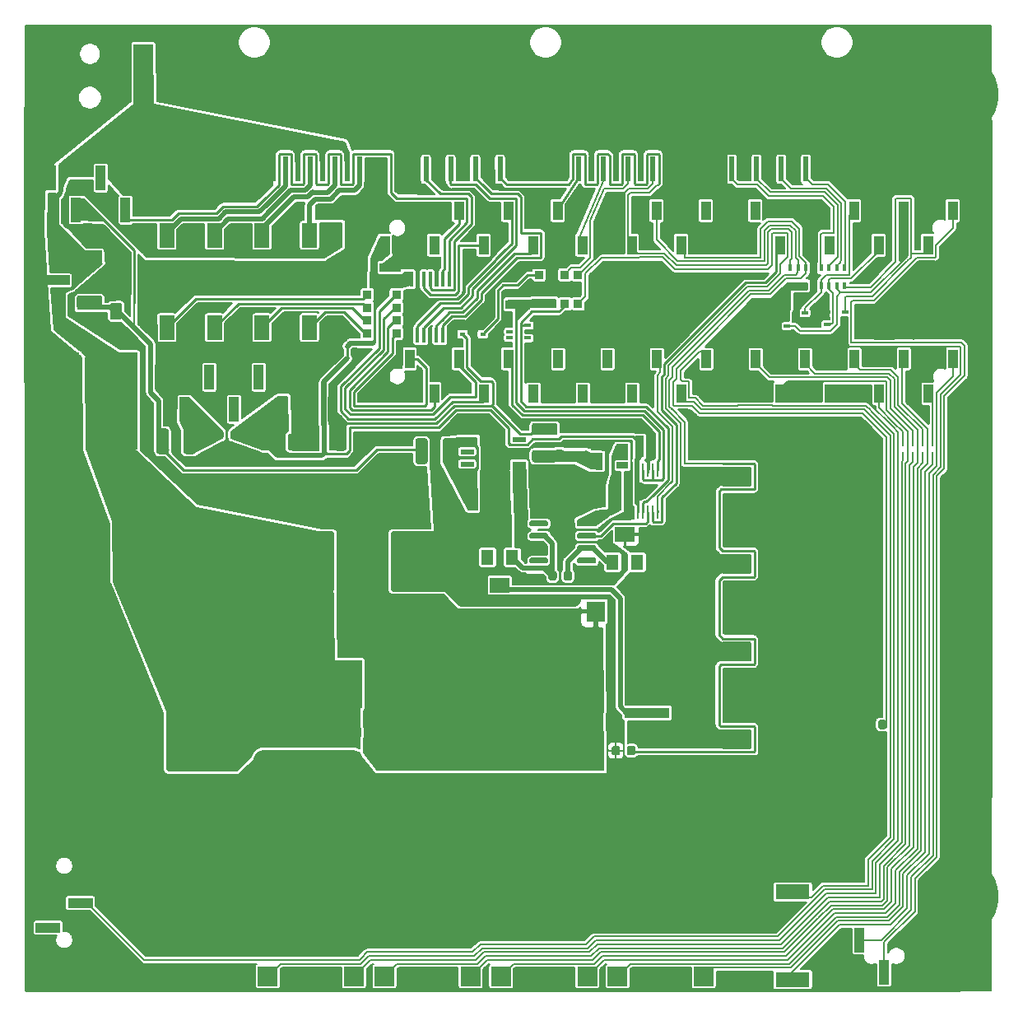
<source format=gbr>
%TF.GenerationSoftware,KiCad,Pcbnew,(5.1.6)-1*%
%TF.CreationDate,2020-09-14T21:14:26-07:00*%
%TF.ProjectId,Four Channel MHz LED Driver,466f7572-2043-4686-916e-6e656c204d48,rev?*%
%TF.SameCoordinates,Original*%
%TF.FileFunction,Copper,L1,Top*%
%TF.FilePolarity,Positive*%
%FSLAX46Y46*%
G04 Gerber Fmt 4.6, Leading zero omitted, Abs format (unit mm)*
G04 Created by KiCad (PCBNEW (5.1.6)-1) date 2020-09-14 21:14:26*
%MOMM*%
%LPD*%
G01*
G04 APERTURE LIST*
%TA.AperFunction,SMDPad,CuDef*%
%ADD10R,2.000000X2.000000*%
%TD*%
%TA.AperFunction,ComponentPad*%
%ADD11C,4.620000*%
%TD*%
%TA.AperFunction,SMDPad,CuDef*%
%ADD12R,0.450000X0.800000*%
%TD*%
%TA.AperFunction,SMDPad,CuDef*%
%ADD13R,0.900000X0.900000*%
%TD*%
%TA.AperFunction,ComponentPad*%
%ADD14C,8.000000*%
%TD*%
%TA.AperFunction,SMDPad,CuDef*%
%ADD15R,1.000000X2.510000*%
%TD*%
%TA.AperFunction,SMDPad,CuDef*%
%ADD16R,1.020000X1.905000*%
%TD*%
%TA.AperFunction,SMDPad,CuDef*%
%ADD17R,1.500000X2.500000*%
%TD*%
%TA.AperFunction,SMDPad,CuDef*%
%ADD18R,0.280000X1.470000*%
%TD*%
%TA.AperFunction,SMDPad,CuDef*%
%ADD19R,0.900000X2.170000*%
%TD*%
%TA.AperFunction,SMDPad,CuDef*%
%ADD20R,2.510000X1.000000*%
%TD*%
%TA.AperFunction,SMDPad,CuDef*%
%ADD21R,3.000000X2.000000*%
%TD*%
%TA.AperFunction,SMDPad,CuDef*%
%ADD22R,8.200000X8.000000*%
%TD*%
%TA.AperFunction,SMDPad,CuDef*%
%ADD23R,0.410000X1.570000*%
%TD*%
%TA.AperFunction,SMDPad,CuDef*%
%ADD24R,2.170000X0.900000*%
%TD*%
%TA.AperFunction,SMDPad,CuDef*%
%ADD25R,1.955800X2.159000*%
%TD*%
%TA.AperFunction,SMDPad,CuDef*%
%ADD26R,0.600000X0.450000*%
%TD*%
%TA.AperFunction,SMDPad,CuDef*%
%ADD27R,2.600000X2.800000*%
%TD*%
%TA.AperFunction,SMDPad,CuDef*%
%ADD28R,0.254000X0.685800*%
%TD*%
%TA.AperFunction,SMDPad,CuDef*%
%ADD29R,1.270000X1.549400*%
%TD*%
%TA.AperFunction,SMDPad,CuDef*%
%ADD30R,2.006600X1.549400*%
%TD*%
%TA.AperFunction,SMDPad,CuDef*%
%ADD31R,1.371600X0.482600*%
%TD*%
%TA.AperFunction,SMDPad,CuDef*%
%ADD32R,2.413000X3.200400*%
%TD*%
%TA.AperFunction,SMDPad,CuDef*%
%ADD33R,1.220000X0.650000*%
%TD*%
%TA.AperFunction,SMDPad,CuDef*%
%ADD34R,9.400000X10.800000*%
%TD*%
%TA.AperFunction,SMDPad,CuDef*%
%ADD35R,4.600000X1.100000*%
%TD*%
%TA.AperFunction,SMDPad,CuDef*%
%ADD36R,6.220000X3.180000*%
%TD*%
%TA.AperFunction,SMDPad,CuDef*%
%ADD37R,0.560000X2.540000*%
%TD*%
%TA.AperFunction,SMDPad,CuDef*%
%ADD38R,0.650000X0.400000*%
%TD*%
%TA.AperFunction,SMDPad,CuDef*%
%ADD39R,3.500000X1.500000*%
%TD*%
%TA.AperFunction,SMDPad,CuDef*%
%ADD40R,5.000000X10.000000*%
%TD*%
%TA.AperFunction,SMDPad,CuDef*%
%ADD41R,10.000000X5.000000*%
%TD*%
%TA.AperFunction,Conductor*%
%ADD42C,0.200000*%
%TD*%
%TA.AperFunction,Conductor*%
%ADD43C,0.250000*%
%TD*%
%TA.AperFunction,Conductor*%
%ADD44C,2.000000*%
%TD*%
%TA.AperFunction,Conductor*%
%ADD45C,1.200000*%
%TD*%
%TA.AperFunction,Conductor*%
%ADD46C,0.500000*%
%TD*%
%TA.AperFunction,Conductor*%
%ADD47C,0.210000*%
%TD*%
%TA.AperFunction,Conductor*%
%ADD48C,0.254000*%
%TD*%
G04 APERTURE END LIST*
D10*
%TO.P,J1,2*%
%TO.N,GND*%
X38470000Y-27280000D03*
%TO.P,J1,3*%
X38470000Y-33480000D03*
%TO.P,J1,1*%
%TO.N,/Vin*%
X49470000Y-33480000D03*
X49470000Y-27280000D03*
%TD*%
D11*
%TO.P,H9,1*%
%TO.N,GND*%
X54300000Y-27410000D03*
%TD*%
%TO.P,H7,1*%
%TO.N,GND*%
X93030000Y-72150000D03*
%TD*%
D12*
%TO.P,RN3,8*%
%TO.N,/External_thermistor*%
X116010000Y-49285000D03*
%TO.P,RN3,9*%
%TO.N,/3.3V*%
X116010000Y-51095000D03*
%TO.P,RN3,7*%
%TO.N,/MOSFET_temp*%
X116810000Y-49285000D03*
%TO.P,RN3,10*%
%TO.N,/3.3V*%
X116810000Y-51095000D03*
%TO.P,RN3,6*%
%TO.N,/Resistor_temp*%
X117610000Y-49285000D03*
%TO.P,RN3,11*%
%TO.N,/3.3V*%
X117610000Y-51095000D03*
%TO.P,RN3,5*%
%TO.N,GND*%
X118410000Y-49285000D03*
%TO.P,RN3,12*%
X118410000Y-51095000D03*
%TO.P,RN3,4*%
%TO.N,Net-(J3-Pad25)*%
X119210000Y-49285000D03*
%TO.P,RN3,13*%
%TO.N,/A-D_input_1*%
X119210000Y-51095000D03*
%TO.P,RN3,3*%
%TO.N,Net-(J3-Pad27)*%
X120010000Y-49285000D03*
%TO.P,RN3,14*%
%TO.N,/A-D_input_2*%
X120010000Y-51095000D03*
%TO.P,RN3,2*%
%TO.N,Net-(J3-Pad29)*%
X120810000Y-49285000D03*
%TO.P,RN3,15*%
%TO.N,/A-D_input_3*%
X120810000Y-51095000D03*
%TO.P,RN3,1*%
%TO.N,Net-(J3-Pad31)*%
X121610000Y-49285000D03*
%TO.P,RN3,16*%
%TO.N,/A-D_input_4*%
X121610000Y-51095000D03*
%TD*%
%TO.P,C3,2*%
%TO.N,GND*%
%TA.AperFunction,SMDPad,CuDef*%
G36*
G01*
X74920000Y-82406400D02*
X74920000Y-76553600D01*
G75*
G02*
X75093600Y-76380000I173600J0D01*
G01*
X82046400Y-76380000D01*
G75*
G02*
X82220000Y-76553600I0J-173600D01*
G01*
X82220000Y-82406400D01*
G75*
G02*
X82046400Y-82580000I-173600J0D01*
G01*
X75093600Y-82580000D01*
G75*
G02*
X74920000Y-82406400I0J173600D01*
G01*
G37*
%TD.AperFunction*%
%TO.P,C3,1*%
%TO.N,/Vin*%
%TA.AperFunction,SMDPad,CuDef*%
G36*
G01*
X61820000Y-82406400D02*
X61820000Y-76553600D01*
G75*
G02*
X61993600Y-76380000I173600J0D01*
G01*
X68946400Y-76380000D01*
G75*
G02*
X69120000Y-76553600I0J-173600D01*
G01*
X69120000Y-82406400D01*
G75*
G02*
X68946400Y-82580000I-173600J0D01*
G01*
X61993600Y-82580000D01*
G75*
G02*
X61820000Y-82406400I0J173600D01*
G01*
G37*
%TD.AperFunction*%
%TD*%
%TO.P,C2,2*%
%TO.N,GND*%
%TA.AperFunction,SMDPad,CuDef*%
G36*
G01*
X46030000Y-95033600D02*
X46030000Y-100886400D01*
G75*
G02*
X45856400Y-101060000I-173600J0D01*
G01*
X38903600Y-101060000D01*
G75*
G02*
X38730000Y-100886400I0J173600D01*
G01*
X38730000Y-95033600D01*
G75*
G02*
X38903600Y-94860000I173600J0D01*
G01*
X45856400Y-94860000D01*
G75*
G02*
X46030000Y-95033600I0J-173600D01*
G01*
G37*
%TD.AperFunction*%
%TO.P,C2,1*%
%TO.N,/Vin*%
%TA.AperFunction,SMDPad,CuDef*%
G36*
G01*
X59130000Y-95033600D02*
X59130000Y-100886400D01*
G75*
G02*
X58956400Y-101060000I-173600J0D01*
G01*
X52003600Y-101060000D01*
G75*
G02*
X51830000Y-100886400I0J173600D01*
G01*
X51830000Y-95033600D01*
G75*
G02*
X52003600Y-94860000I173600J0D01*
G01*
X58956400Y-94860000D01*
G75*
G02*
X59130000Y-95033600I0J-173600D01*
G01*
G37*
%TD.AperFunction*%
%TD*%
%TO.P,C1,2*%
%TO.N,GND*%
%TA.AperFunction,SMDPad,CuDef*%
G36*
G01*
X46030000Y-75523600D02*
X46030000Y-81376400D01*
G75*
G02*
X45856400Y-81550000I-173600J0D01*
G01*
X38903600Y-81550000D01*
G75*
G02*
X38730000Y-81376400I0J173600D01*
G01*
X38730000Y-75523600D01*
G75*
G02*
X38903600Y-75350000I173600J0D01*
G01*
X45856400Y-75350000D01*
G75*
G02*
X46030000Y-75523600I0J-173600D01*
G01*
G37*
%TD.AperFunction*%
%TO.P,C1,1*%
%TO.N,/Vin*%
%TA.AperFunction,SMDPad,CuDef*%
G36*
G01*
X59130000Y-75523600D02*
X59130000Y-81376400D01*
G75*
G02*
X58956400Y-81550000I-173600J0D01*
G01*
X52003600Y-81550000D01*
G75*
G02*
X51830000Y-81376400I0J173600D01*
G01*
X51830000Y-75523600D01*
G75*
G02*
X52003600Y-75350000I173600J0D01*
G01*
X58956400Y-75350000D01*
G75*
G02*
X59130000Y-75523600I0J-173600D01*
G01*
G37*
%TD.AperFunction*%
%TD*%
D13*
%TO.P,RN2,6*%
%TO.N,/-0.25V_analog*%
X91510000Y-52990000D03*
%TO.P,RN2,5*%
X90170000Y-52990000D03*
%TO.P,RN2,8*%
%TO.N,/Isense*%
X94170000Y-52990000D03*
%TO.P,RN2,7*%
%TO.N,/external_analog*%
X92830000Y-52990000D03*
%TO.P,RN2,3*%
%TO.N,GND*%
X91510000Y-49990000D03*
%TO.P,RN2,2*%
%TO.N,Net-(J3-Pad21)*%
X92830000Y-49990000D03*
%TO.P,RN2,4*%
%TO.N,Net-(D4-Pad1)*%
X90170000Y-49990000D03*
%TO.P,RN2,1*%
%TO.N,/Isense_internal*%
X94170000Y-49990000D03*
%TD*%
D14*
%TO.P,H3,1*%
%TO.N,GND*%
X133450000Y-31470000D03*
X133450000Y-113970000D03*
X50950000Y-113970000D03*
%TD*%
D15*
%TO.P,U3,7*%
%TO.N,GND*%
X66410000Y-60520000D03*
%TO.P,U3,5*%
%TO.N,Net-(U3-Pad5)*%
X61330000Y-60520000D03*
%TO.P,U3,3*%
%TO.N,Net-(U3-Pad3)*%
X56250000Y-60520000D03*
%TO.P,U3,1*%
%TO.N,GND*%
X51170000Y-60520000D03*
%TO.P,U3,8*%
%TO.N,/-5V*%
X68950000Y-63830000D03*
%TO.P,U3,6*%
%TO.N,/5V*%
X63870000Y-63830000D03*
%TO.P,U3,4*%
%TO.N,N/C*%
X58790000Y-63830000D03*
%TO.P,U3,2*%
%TO.N,Net-(C12-Pad2)*%
X53710000Y-63830000D03*
%TD*%
%TO.P,U7,8*%
%TO.N,Net-(U7-Pad8)*%
%TA.AperFunction,SMDPad,CuDef*%
G36*
G01*
X91105000Y-79230000D02*
X91105000Y-79530000D01*
G75*
G02*
X90955000Y-79680000I-150000J0D01*
G01*
X89305000Y-79680000D01*
G75*
G02*
X89155000Y-79530000I0J150000D01*
G01*
X89155000Y-79230000D01*
G75*
G02*
X89305000Y-79080000I150000J0D01*
G01*
X90955000Y-79080000D01*
G75*
G02*
X91105000Y-79230000I0J-150000D01*
G01*
G37*
%TD.AperFunction*%
%TO.P,U7,7*%
%TO.N,/10V-analog*%
%TA.AperFunction,SMDPad,CuDef*%
G36*
G01*
X91105000Y-77960000D02*
X91105000Y-78260000D01*
G75*
G02*
X90955000Y-78410000I-150000J0D01*
G01*
X89305000Y-78410000D01*
G75*
G02*
X89155000Y-78260000I0J150000D01*
G01*
X89155000Y-77960000D01*
G75*
G02*
X89305000Y-77810000I150000J0D01*
G01*
X90955000Y-77810000D01*
G75*
G02*
X91105000Y-77960000I0J-150000D01*
G01*
G37*
%TD.AperFunction*%
%TO.P,U7,6*%
%TO.N,Net-(C21-Pad1)*%
%TA.AperFunction,SMDPad,CuDef*%
G36*
G01*
X91105000Y-76690000D02*
X91105000Y-76990000D01*
G75*
G02*
X90955000Y-77140000I-150000J0D01*
G01*
X89305000Y-77140000D01*
G75*
G02*
X89155000Y-76990000I0J150000D01*
G01*
X89155000Y-76690000D01*
G75*
G02*
X89305000Y-76540000I150000J0D01*
G01*
X90955000Y-76540000D01*
G75*
G02*
X91105000Y-76690000I0J-150000D01*
G01*
G37*
%TD.AperFunction*%
%TO.P,U7,5*%
%TO.N,Net-(U7-Pad5)*%
%TA.AperFunction,SMDPad,CuDef*%
G36*
G01*
X91105000Y-75420000D02*
X91105000Y-75720000D01*
G75*
G02*
X90955000Y-75870000I-150000J0D01*
G01*
X89305000Y-75870000D01*
G75*
G02*
X89155000Y-75720000I0J150000D01*
G01*
X89155000Y-75420000D01*
G75*
G02*
X89305000Y-75270000I150000J0D01*
G01*
X90955000Y-75270000D01*
G75*
G02*
X91105000Y-75420000I0J-150000D01*
G01*
G37*
%TD.AperFunction*%
%TO.P,U7,4*%
%TO.N,/-1.8V-analog*%
%TA.AperFunction,SMDPad,CuDef*%
G36*
G01*
X96055000Y-75420000D02*
X96055000Y-75720000D01*
G75*
G02*
X95905000Y-75870000I-150000J0D01*
G01*
X94255000Y-75870000D01*
G75*
G02*
X94105000Y-75720000I0J150000D01*
G01*
X94105000Y-75420000D01*
G75*
G02*
X94255000Y-75270000I150000J0D01*
G01*
X95905000Y-75270000D01*
G75*
G02*
X96055000Y-75420000I0J-150000D01*
G01*
G37*
%TD.AperFunction*%
%TO.P,U7,3*%
%TO.N,/OA_input*%
%TA.AperFunction,SMDPad,CuDef*%
G36*
G01*
X96055000Y-76690000D02*
X96055000Y-76990000D01*
G75*
G02*
X95905000Y-77140000I-150000J0D01*
G01*
X94255000Y-77140000D01*
G75*
G02*
X94105000Y-76990000I0J150000D01*
G01*
X94105000Y-76690000D01*
G75*
G02*
X94255000Y-76540000I150000J0D01*
G01*
X95905000Y-76540000D01*
G75*
G02*
X96055000Y-76690000I0J-150000D01*
G01*
G37*
%TD.AperFunction*%
%TO.P,U7,2*%
%TO.N,Net-(C21-Pad2)*%
%TA.AperFunction,SMDPad,CuDef*%
G36*
G01*
X96055000Y-77960000D02*
X96055000Y-78260000D01*
G75*
G02*
X95905000Y-78410000I-150000J0D01*
G01*
X94255000Y-78410000D01*
G75*
G02*
X94105000Y-78260000I0J150000D01*
G01*
X94105000Y-77960000D01*
G75*
G02*
X94255000Y-77810000I150000J0D01*
G01*
X95905000Y-77810000D01*
G75*
G02*
X96055000Y-77960000I0J-150000D01*
G01*
G37*
%TD.AperFunction*%
%TO.P,U7,1*%
%TO.N,Net-(U7-Pad1)*%
%TA.AperFunction,SMDPad,CuDef*%
G36*
G01*
X96055000Y-79230000D02*
X96055000Y-79530000D01*
G75*
G02*
X95905000Y-79680000I-150000J0D01*
G01*
X94255000Y-79680000D01*
G75*
G02*
X94105000Y-79530000I0J150000D01*
G01*
X94105000Y-79230000D01*
G75*
G02*
X94255000Y-79080000I150000J0D01*
G01*
X95905000Y-79080000D01*
G75*
G02*
X96055000Y-79230000I0J-150000D01*
G01*
G37*
%TD.AperFunction*%
%TD*%
D16*
%TO.P,U12,24*%
%TO.N,/Over_temp_alarm1*%
X132730000Y-58630000D03*
%TO.P,U12,23*%
%TO.N,/LED4*%
X130190000Y-62186000D03*
%TO.P,U12,22*%
%TO.N,/Button4*%
X127650000Y-58630000D03*
%TO.P,U12,21*%
%TO.N,/LED1*%
X125110000Y-62186000D03*
%TO.P,U12,20*%
%TO.N,/LED3*%
X122570000Y-58630000D03*
%TO.P,U12,19*%
%TO.N,/Button1*%
X120030000Y-62186000D03*
%TO.P,U12,18*%
%TO.N,/Button3*%
X117490000Y-58630000D03*
%TO.P,U12,17*%
%TO.N,/Button2*%
X114950000Y-62186000D03*
%TO.P,U12,16*%
%TO.N,/LED2*%
X112410000Y-58630000D03*
%TO.P,U12,15*%
%TO.N,/3.3V*%
X109870000Y-62186000D03*
%TO.P,U12,14*%
%TO.N,/Toggle_switch*%
X107330000Y-58630000D03*
%TO.P,U12,13*%
%TO.N,/Over_temp_alarm2*%
X104790000Y-62186000D03*
%TO.P,U12,12*%
%TO.N,/Analog_select*%
X102250000Y-58630000D03*
%TO.P,U12,11*%
%TO.N,/NC5*%
X99710000Y-62186000D03*
%TO.P,U12,10*%
%TO.N,/NC4*%
X97170000Y-58630000D03*
%TO.P,U12,9*%
%TO.N,/NC3*%
X94630000Y-62186000D03*
%TO.P,U12,8*%
%TO.N,/NC2*%
X92090000Y-58630000D03*
%TO.P,U12,7*%
%TO.N,/NC1*%
X89550000Y-62186000D03*
%TO.P,U12,6*%
%TO.N,/Interline_PWM*%
X87010000Y-58630000D03*
%TO.P,U12,5*%
%TO.N,/Relay4*%
X84470000Y-62186000D03*
%TO.P,U12,4*%
%TO.N,/Relay3*%
X81930000Y-58630000D03*
%TO.P,U12,3*%
%TO.N,/Relay2*%
X79390000Y-62186000D03*
%TO.P,U12,2*%
%TO.N,/Relay1*%
X76850000Y-58630000D03*
%TO.P,U12,1*%
%TO.N,GND*%
X74310000Y-62186000D03*
%TO.P,U12,49*%
%TO.N,/External_5V_PWM1*%
X84470000Y-46946000D03*
%TO.P,U12,42*%
%TO.N,/MOSFET_temp*%
X102250000Y-43390000D03*
%TO.P,U12,38*%
%TO.N,/NC7*%
X112410000Y-43390000D03*
%TO.P,U12,36*%
%TO.N,GND*%
X117490000Y-43390000D03*
%TO.P,U12,32*%
%TO.N,/A-D_input_3*%
X127650000Y-43390000D03*
%TO.P,U12,31*%
%TO.N,/A-D_input_4*%
X130190000Y-46946000D03*
%TO.P,U12,44*%
%TO.N,/Isense_internal*%
X97170000Y-43390000D03*
%TO.P,U12,51*%
%TO.N,Net-(J10-Pad~)*%
X79390000Y-46946000D03*
%TO.P,U12,48*%
%TO.N,/External_5V_PWM2*%
X87010000Y-43390000D03*
%TO.P,U12,46*%
%TO.N,/SCL0*%
X92090000Y-43390000D03*
%TO.P,U12,45*%
%TO.N,/SDA0*%
X94630000Y-46946000D03*
%TO.P,U12,40*%
%TO.N,/NC6*%
X107330000Y-43390000D03*
%TO.P,U12,35*%
%TO.N,/NC8*%
X120030000Y-46946000D03*
%TO.P,U12,39*%
%TO.N,GND*%
X109870000Y-46946000D03*
%TO.P,U12,34*%
%TO.N,/A-D_input_1*%
X122570000Y-43390000D03*
%TO.P,U12,53*%
%TO.N,/5V*%
X74310000Y-46946000D03*
%TO.P,U12,47*%
%TO.N,/External_5V_PWM3*%
X89550000Y-46946000D03*
%TO.P,U12,52*%
%TO.N,GND*%
X76850000Y-43390000D03*
%TO.P,U12,50*%
%TO.N,/Internal_fan_PWM*%
X81930000Y-43390000D03*
%TO.P,U12,43*%
%TO.N,/External_thermistor*%
X99710000Y-46946000D03*
%TO.P,U12,37*%
%TO.N,/internal_analog*%
X114950000Y-46946000D03*
%TO.P,U12,33*%
%TO.N,/A-D_input_2*%
X125110000Y-46946000D03*
%TO.P,U12,30*%
%TO.N,/LED_pot*%
X132730000Y-43390000D03*
%TO.P,U12,41*%
%TO.N,/Resistor_temp*%
X104790000Y-46946000D03*
%TD*%
D17*
%TO.P,U11,4*%
%TO.N,/LED4-*%
X66560000Y-45930000D03*
%TO.P,U11,3*%
%TO.N,/LED-*%
X69100000Y-45930000D03*
%TO.P,U11,2*%
%TO.N,GND*%
X69100000Y-55430000D03*
%TO.P,U11,1*%
%TO.N,Net-(RN4-Pad8)*%
X66560000Y-55430000D03*
%TD*%
%TO.P,U10,4*%
%TO.N,/LED3-*%
X61670000Y-45930000D03*
%TO.P,U10,3*%
%TO.N,/LED-*%
X64210000Y-45930000D03*
%TO.P,U10,2*%
%TO.N,GND*%
X64210000Y-55430000D03*
%TO.P,U10,1*%
%TO.N,Net-(RN4-Pad7)*%
X61670000Y-55430000D03*
%TD*%
%TO.P,U9,4*%
%TO.N,/LED2-*%
X56780000Y-45930000D03*
%TO.P,U9,3*%
%TO.N,/LED-*%
X59320000Y-45930000D03*
%TO.P,U9,2*%
%TO.N,GND*%
X59320000Y-55430000D03*
%TO.P,U9,1*%
%TO.N,Net-(RN4-Pad6)*%
X56780000Y-55430000D03*
%TD*%
%TO.P,U8,4*%
%TO.N,/LED1-*%
X51890000Y-45930000D03*
%TO.P,U8,3*%
%TO.N,/LED-*%
X54430000Y-45930000D03*
%TO.P,U8,2*%
%TO.N,GND*%
X54430000Y-55430000D03*
%TO.P,U8,1*%
%TO.N,Net-(RN4-Pad5)*%
X51890000Y-55430000D03*
%TD*%
D18*
%TO.P,U4,1*%
%TO.N,/Interline_PWM*%
X102360000Y-70070000D03*
%TO.P,U4,2*%
%TO.N,/-0.25V_analog*%
X101860000Y-70070000D03*
%TO.P,U4,3*%
%TO.N,GND*%
X101360000Y-70070000D03*
%TO.P,U4,4*%
%TO.N,/-0.25V_analog*%
X100860000Y-70070000D03*
%TO.P,U4,5*%
%TO.N,/5V*%
X100360000Y-70070000D03*
%TO.P,U4,6*%
X100360000Y-74370000D03*
%TO.P,U4,7*%
%TO.N,/external_analog*%
X100860000Y-74370000D03*
%TO.P,U4,8*%
%TO.N,/OA_input*%
X101360000Y-74370000D03*
%TO.P,U4,9*%
%TO.N,/internal_analog*%
X101860000Y-74370000D03*
%TO.P,U4,10*%
%TO.N,/Analog_select*%
X102360000Y-74370000D03*
%TD*%
D19*
%TO.P,C16,1*%
%TO.N,GND*%
X101740000Y-67640000D03*
%TO.P,C16,2*%
%TO.N,/5V*%
X100520000Y-67640000D03*
%TD*%
D20*
%TO.P,U1,3*%
%TO.N,/12V*%
X43920000Y-53080000D03*
%TO.P,U1,1*%
%TO.N,/Vin*%
X43920000Y-48000000D03*
%TO.P,U1,2*%
%TO.N,GND*%
X40610000Y-50540000D03*
%TD*%
D21*
%TO.P,R6,2*%
%TO.N,GND*%
X110510000Y-102810000D03*
%TO.P,R6,1*%
%TO.N,/Isense*%
X110510000Y-97730000D03*
D22*
%TO.P,R6,2*%
%TO.N,GND*%
X118910000Y-100270000D03*
%TD*%
D21*
%TO.P,R5,2*%
%TO.N,GND*%
X110510000Y-93810000D03*
%TO.P,R5,1*%
%TO.N,/Isense*%
X110510000Y-88730000D03*
D22*
%TO.P,R5,2*%
%TO.N,GND*%
X118910000Y-91270000D03*
%TD*%
D21*
%TO.P,R4,2*%
%TO.N,GND*%
X110510000Y-84800000D03*
%TO.P,R4,1*%
%TO.N,/Isense*%
X110510000Y-79720000D03*
D22*
%TO.P,R4,2*%
%TO.N,GND*%
X118910000Y-82260000D03*
%TD*%
D21*
%TO.P,R3,2*%
%TO.N,GND*%
X110520000Y-75810000D03*
%TO.P,R3,1*%
%TO.N,/Isense*%
X110520000Y-70730000D03*
D22*
%TO.P,R3,2*%
%TO.N,GND*%
X118920000Y-73270000D03*
%TD*%
D23*
%TO.P,U2,1*%
%TO.N,GND*%
X77030000Y-56200000D03*
%TO.P,U2,2*%
%TO.N,/External_5V_PWM2*%
X77680000Y-56200000D03*
%TO.P,U2,3*%
%TO.N,Net-(J3-Pad11)*%
X78330000Y-56200000D03*
%TO.P,U2,4*%
%TO.N,GND*%
X78980000Y-56200000D03*
%TO.P,U2,5*%
%TO.N,/External_5V_PWM3*%
X79630000Y-56200000D03*
%TO.P,U2,6*%
%TO.N,Net-(J3-Pad13)*%
X80280000Y-56200000D03*
%TO.P,U2,7*%
%TO.N,GND*%
X80930000Y-56200000D03*
%TO.P,U2,8*%
%TO.N,/5V_fan_PWM*%
X80930000Y-50460000D03*
%TO.P,U2,9*%
%TO.N,/Internal_fan_PWM*%
X80280000Y-50460000D03*
%TO.P,U2,10*%
%TO.N,GND*%
X79630000Y-50460000D03*
%TO.P,U2,11*%
%TO.N,Net-(J3-Pad9)*%
X78980000Y-50460000D03*
%TO.P,U2,12*%
%TO.N,/External_5V_PWM1*%
X78330000Y-50460000D03*
%TO.P,U2,13*%
%TO.N,GND*%
X77680000Y-50460000D03*
%TO.P,U2,14*%
%TO.N,/5V*%
X77030000Y-50460000D03*
%TD*%
%TO.P,C4,2*%
%TO.N,/Vin*%
%TA.AperFunction,SMDPad,CuDef*%
G36*
G01*
X62475000Y-97685000D02*
X61225000Y-97685000D01*
G75*
G02*
X60975000Y-97435000I0J250000D01*
G01*
X60975000Y-96685000D01*
G75*
G02*
X61225000Y-96435000I250000J0D01*
G01*
X62475000Y-96435000D01*
G75*
G02*
X62725000Y-96685000I0J-250000D01*
G01*
X62725000Y-97435000D01*
G75*
G02*
X62475000Y-97685000I-250000J0D01*
G01*
G37*
%TD.AperFunction*%
%TO.P,C4,1*%
%TO.N,GND*%
%TA.AperFunction,SMDPad,CuDef*%
G36*
G01*
X62475000Y-100485000D02*
X61225000Y-100485000D01*
G75*
G02*
X60975000Y-100235000I0J250000D01*
G01*
X60975000Y-99485000D01*
G75*
G02*
X61225000Y-99235000I250000J0D01*
G01*
X62475000Y-99235000D01*
G75*
G02*
X62725000Y-99485000I0J-250000D01*
G01*
X62725000Y-100235000D01*
G75*
G02*
X62475000Y-100485000I-250000J0D01*
G01*
G37*
%TD.AperFunction*%
%TD*%
%TO.P,C10,2*%
%TO.N,/12V*%
%TA.AperFunction,SMDPad,CuDef*%
G36*
G01*
X47275000Y-53125000D02*
X47275000Y-54375000D01*
G75*
G02*
X47025000Y-54625000I-250000J0D01*
G01*
X46275000Y-54625000D01*
G75*
G02*
X46025000Y-54375000I0J250000D01*
G01*
X46025000Y-53125000D01*
G75*
G02*
X46275000Y-52875000I250000J0D01*
G01*
X47025000Y-52875000D01*
G75*
G02*
X47275000Y-53125000I0J-250000D01*
G01*
G37*
%TD.AperFunction*%
%TO.P,C10,1*%
%TO.N,GND*%
%TA.AperFunction,SMDPad,CuDef*%
G36*
G01*
X50075000Y-53125000D02*
X50075000Y-54375000D01*
G75*
G02*
X49825000Y-54625000I-250000J0D01*
G01*
X49075000Y-54625000D01*
G75*
G02*
X48825000Y-54375000I0J250000D01*
G01*
X48825000Y-53125000D01*
G75*
G02*
X49075000Y-52875000I250000J0D01*
G01*
X49825000Y-52875000D01*
G75*
G02*
X50075000Y-53125000I0J-250000D01*
G01*
G37*
%TD.AperFunction*%
%TD*%
%TO.P,C14,2*%
%TO.N,/5V*%
%TA.AperFunction,SMDPad,CuDef*%
G36*
G01*
X62775000Y-66565000D02*
X62775000Y-67815000D01*
G75*
G02*
X62525000Y-68065000I-250000J0D01*
G01*
X61775000Y-68065000D01*
G75*
G02*
X61525000Y-67815000I0J250000D01*
G01*
X61525000Y-66565000D01*
G75*
G02*
X61775000Y-66315000I250000J0D01*
G01*
X62525000Y-66315000D01*
G75*
G02*
X62775000Y-66565000I0J-250000D01*
G01*
G37*
%TD.AperFunction*%
%TO.P,C14,1*%
%TO.N,GND*%
%TA.AperFunction,SMDPad,CuDef*%
G36*
G01*
X65575000Y-66565000D02*
X65575000Y-67815000D01*
G75*
G02*
X65325000Y-68065000I-250000J0D01*
G01*
X64575000Y-68065000D01*
G75*
G02*
X64325000Y-67815000I0J250000D01*
G01*
X64325000Y-66565000D01*
G75*
G02*
X64575000Y-66315000I250000J0D01*
G01*
X65325000Y-66315000D01*
G75*
G02*
X65575000Y-66565000I0J-250000D01*
G01*
G37*
%TD.AperFunction*%
%TD*%
D24*
%TO.P,C17,1*%
%TO.N,Net-(C17-Pad1)*%
X93810000Y-68630000D03*
%TO.P,C17,2*%
%TO.N,GND*%
X93810000Y-67410000D03*
%TD*%
D19*
%TO.P,C18,1*%
%TO.N,Net-(C18-Pad1)*%
X83400000Y-73080000D03*
%TO.P,C18,2*%
%TO.N,GND*%
X84620000Y-73080000D03*
%TD*%
D24*
%TO.P,C15,1*%
%TO.N,/-0.25V_analog*%
X87800000Y-53060000D03*
%TO.P,C15,2*%
%TO.N,GND*%
X87800000Y-51840000D03*
%TD*%
%TO.P,C11,2*%
%TO.N,GND*%
%TA.AperFunction,SMDPad,CuDef*%
G36*
G01*
X70102500Y-57713750D02*
X70102500Y-58226250D01*
G75*
G02*
X69883750Y-58445000I-218750J0D01*
G01*
X69446250Y-58445000D01*
G75*
G02*
X69227500Y-58226250I0J218750D01*
G01*
X69227500Y-57713750D01*
G75*
G02*
X69446250Y-57495000I218750J0D01*
G01*
X69883750Y-57495000D01*
G75*
G02*
X70102500Y-57713750I0J-218750D01*
G01*
G37*
%TD.AperFunction*%
%TO.P,C11,1*%
%TO.N,/-5V*%
%TA.AperFunction,SMDPad,CuDef*%
G36*
G01*
X71677500Y-57713750D02*
X71677500Y-58226250D01*
G75*
G02*
X71458750Y-58445000I-218750J0D01*
G01*
X71021250Y-58445000D01*
G75*
G02*
X70802500Y-58226250I0J218750D01*
G01*
X70802500Y-57713750D01*
G75*
G02*
X71021250Y-57495000I218750J0D01*
G01*
X71458750Y-57495000D01*
G75*
G02*
X71677500Y-57713750I0J-218750D01*
G01*
G37*
%TD.AperFunction*%
%TD*%
%TO.P,C12,2*%
%TO.N,Net-(C12-Pad2)*%
%TA.AperFunction,SMDPad,CuDef*%
G36*
G01*
X57717500Y-66183750D02*
X57717500Y-66696250D01*
G75*
G02*
X57498750Y-66915000I-218750J0D01*
G01*
X57061250Y-66915000D01*
G75*
G02*
X56842500Y-66696250I0J218750D01*
G01*
X56842500Y-66183750D01*
G75*
G02*
X57061250Y-65965000I218750J0D01*
G01*
X57498750Y-65965000D01*
G75*
G02*
X57717500Y-66183750I0J-218750D01*
G01*
G37*
%TD.AperFunction*%
%TO.P,C12,1*%
%TO.N,/5V*%
%TA.AperFunction,SMDPad,CuDef*%
G36*
G01*
X59292500Y-66183750D02*
X59292500Y-66696250D01*
G75*
G02*
X59073750Y-66915000I-218750J0D01*
G01*
X58636250Y-66915000D01*
G75*
G02*
X58417500Y-66696250I0J218750D01*
G01*
X58417500Y-66183750D01*
G75*
G02*
X58636250Y-65965000I218750J0D01*
G01*
X59073750Y-65965000D01*
G75*
G02*
X59292500Y-66183750I0J-218750D01*
G01*
G37*
%TD.AperFunction*%
%TD*%
D25*
%TO.P,D5,2*%
%TO.N,/Isense*%
X99960000Y-84610000D03*
%TO.P,D5,1*%
%TO.N,/LED-*%
X96023000Y-84610000D03*
%TD*%
D26*
%TO.P,D4,2*%
%TO.N,/-5V*%
X82290000Y-56090000D03*
%TO.P,D4,1*%
%TO.N,Net-(D4-Pad1)*%
X84390000Y-56090000D03*
%TD*%
%TO.P,JP3,2*%
%TO.N,GND*%
%TA.AperFunction,SMDPad,CuDef*%
G36*
G01*
X75815000Y-39825000D02*
X75815000Y-38575000D01*
G75*
G02*
X76065000Y-38325000I250000J0D01*
G01*
X76815000Y-38325000D01*
G75*
G02*
X77065000Y-38575000I0J-250000D01*
G01*
X77065000Y-39825000D01*
G75*
G02*
X76815000Y-40075000I-250000J0D01*
G01*
X76065000Y-40075000D01*
G75*
G02*
X75815000Y-39825000I0J250000D01*
G01*
G37*
%TD.AperFunction*%
%TO.P,JP3,1*%
%TA.AperFunction,SMDPad,CuDef*%
G36*
G01*
X73015000Y-39825000D02*
X73015000Y-38575000D01*
G75*
G02*
X73265000Y-38325000I250000J0D01*
G01*
X74015000Y-38325000D01*
G75*
G02*
X74265000Y-38575000I0J-250000D01*
G01*
X74265000Y-39825000D01*
G75*
G02*
X74015000Y-40075000I-250000J0D01*
G01*
X73265000Y-40075000D01*
G75*
G02*
X73015000Y-39825000I0J250000D01*
G01*
G37*
%TD.AperFunction*%
%TD*%
D27*
%TO.P,JP5,2*%
%TO.N,GND*%
X122650000Y-107580000D03*
%TO.P,JP5,1*%
X133350000Y-107580000D03*
%TD*%
%TO.P,JP2,2*%
%TO.N,/Vin*%
%TA.AperFunction,SMDPad,CuDef*%
G36*
G01*
X45005001Y-48965000D02*
X42854999Y-48965000D01*
G75*
G02*
X42605000Y-48715001I0J249999D01*
G01*
X42605000Y-47864999D01*
G75*
G02*
X42854999Y-47615000I249999J0D01*
G01*
X45005001Y-47615000D01*
G75*
G02*
X45255000Y-47864999I0J-249999D01*
G01*
X45255000Y-48715001D01*
G75*
G02*
X45005001Y-48965000I-249999J0D01*
G01*
G37*
%TD.AperFunction*%
%TO.P,JP2,1*%
%TO.N,/12V*%
%TA.AperFunction,SMDPad,CuDef*%
G36*
G01*
X45005001Y-53465000D02*
X42854999Y-53465000D01*
G75*
G02*
X42605000Y-53215001I0J249999D01*
G01*
X42605000Y-52364999D01*
G75*
G02*
X42854999Y-52115000I249999J0D01*
G01*
X45005001Y-52115000D01*
G75*
G02*
X45255000Y-52364999I0J-249999D01*
G01*
X45255000Y-53215001D01*
G75*
G02*
X45005001Y-53465000I-249999J0D01*
G01*
G37*
%TD.AperFunction*%
%TD*%
%TO.P,R1,2*%
%TO.N,Net-(C17-Pad1)*%
%TA.AperFunction,SMDPad,CuDef*%
G36*
G01*
X89675000Y-68025000D02*
X91825000Y-68025000D01*
G75*
G02*
X92075000Y-68275000I0J-250000D01*
G01*
X92075000Y-69025000D01*
G75*
G02*
X91825000Y-69275000I-250000J0D01*
G01*
X89675000Y-69275000D01*
G75*
G02*
X89425000Y-69025000I0J250000D01*
G01*
X89425000Y-68275000D01*
G75*
G02*
X89675000Y-68025000I250000J0D01*
G01*
G37*
%TD.AperFunction*%
%TO.P,R1,1*%
%TO.N,/-5V*%
%TA.AperFunction,SMDPad,CuDef*%
G36*
G01*
X89675000Y-65225000D02*
X91825000Y-65225000D01*
G75*
G02*
X92075000Y-65475000I0J-250000D01*
G01*
X92075000Y-66225000D01*
G75*
G02*
X91825000Y-66475000I-250000J0D01*
G01*
X89675000Y-66475000D01*
G75*
G02*
X89425000Y-66225000I0J250000D01*
G01*
X89425000Y-65475000D01*
G75*
G02*
X89675000Y-65225000I250000J0D01*
G01*
G37*
%TD.AperFunction*%
%TD*%
%TO.P,R2,2*%
%TO.N,Net-(C18-Pad1)*%
%TA.AperFunction,SMDPad,CuDef*%
G36*
G01*
X80255000Y-69205000D02*
X80255000Y-67055000D01*
G75*
G02*
X80505000Y-66805000I250000J0D01*
G01*
X81255000Y-66805000D01*
G75*
G02*
X81505000Y-67055000I0J-250000D01*
G01*
X81505000Y-69205000D01*
G75*
G02*
X81255000Y-69455000I-250000J0D01*
G01*
X80505000Y-69455000D01*
G75*
G02*
X80255000Y-69205000I0J250000D01*
G01*
G37*
%TD.AperFunction*%
%TO.P,R2,1*%
%TO.N,/12V*%
%TA.AperFunction,SMDPad,CuDef*%
G36*
G01*
X77455000Y-69205000D02*
X77455000Y-67055000D01*
G75*
G02*
X77705000Y-66805000I250000J0D01*
G01*
X78455000Y-66805000D01*
G75*
G02*
X78705000Y-67055000I0J-250000D01*
G01*
X78705000Y-69205000D01*
G75*
G02*
X78455000Y-69455000I-250000J0D01*
G01*
X77705000Y-69455000D01*
G75*
G02*
X77455000Y-69205000I0J250000D01*
G01*
G37*
%TD.AperFunction*%
%TD*%
D28*
%TO.P,RN1,1*%
%TO.N,/LED4*%
X130620003Y-67289600D03*
%TO.P,RN1,2*%
%TO.N,/Button4*%
X130120001Y-67289600D03*
%TO.P,RN1,3*%
%TO.N,/LED3*%
X129620002Y-67289600D03*
%TO.P,RN1,4*%
%TO.N,/Button3*%
X129120001Y-67289600D03*
%TO.P,RN1,5*%
%TO.N,/LED2*%
X128620001Y-67289600D03*
%TO.P,RN1,6*%
%TO.N,/Button2*%
X128120003Y-67289600D03*
%TO.P,RN1,7*%
%TO.N,/LED1*%
X127620001Y-67289600D03*
%TO.P,RN1,8*%
%TO.N,/Button1*%
X127120002Y-67289600D03*
%TO.P,RN1,9*%
X127119999Y-68580000D03*
%TO.P,RN1,10*%
%TO.N,Net-(RN1-Pad10)*%
X127620001Y-68580000D03*
%TO.P,RN1,11*%
%TO.N,/Button2*%
X128120000Y-68580000D03*
%TO.P,RN1,12*%
%TO.N,Net-(RN1-Pad12)*%
X128620001Y-68580000D03*
%TO.P,RN1,13*%
%TO.N,/Button3*%
X129120001Y-68580000D03*
%TO.P,RN1,14*%
%TO.N,Net-(RN1-Pad14)*%
X129619999Y-68580000D03*
%TO.P,RN1,15*%
%TO.N,/Button4*%
X130120001Y-68580000D03*
%TO.P,RN1,16*%
%TO.N,Net-(RN1-Pad16)*%
X130620000Y-68580000D03*
%TD*%
D29*
%TO.P,RV2,1*%
%TO.N,Net-(C21-Pad1)*%
X87410000Y-79034400D03*
D30*
%TO.P,RV2,2*%
%TO.N,Net-(Q1-Pad1)*%
X86140000Y-81930000D03*
D29*
%TO.P,RV2,3*%
%TO.N,Net-(RV2-Pad3)*%
X84870000Y-79034400D03*
%TD*%
D15*
%TO.P,RV1,3*%
%TO.N,GND*%
X128220000Y-118385000D03*
%TO.P,RV1,1*%
%TO.N,/3.3V*%
X123140000Y-118385000D03*
%TO.P,RV1,2*%
%TO.N,/LED_pot*%
X125680000Y-121695000D03*
%TD*%
D20*
%TO.P,SW5,5*%
%TO.N,GND*%
X42980000Y-119660000D03*
%TO.P,SW5,3*%
%TO.N,/Toggle_switch*%
X42980000Y-114580000D03*
%TO.P,SW5,1*%
%TO.N,GND*%
X42980000Y-109500000D03*
%TO.P,SW5,4*%
%TO.N,N/C*%
X39670000Y-117120000D03*
%TO.P,SW5,2*%
%TO.N,GND*%
X39670000Y-112040000D03*
%TD*%
D10*
%TO.P,SW3,4*%
%TO.N,/Button3*%
X86270000Y-122140000D03*
%TO.P,SW3,5*%
%TO.N,Net-(RN1-Pad14)*%
X95130000Y-122140000D03*
%TO.P,SW3,2*%
%TO.N,GND*%
X90700000Y-102250000D03*
%TO.P,SW3,3*%
X86270000Y-102250000D03*
%TO.P,SW3,1*%
X95130000Y-102250000D03*
%TD*%
D31*
%TO.P,U5,1*%
%TO.N,/10V-analog*%
X88117000Y-70715000D03*
%TO.P,U5,2*%
X88117000Y-69445000D03*
%TO.P,U5,3*%
%TO.N,GND*%
X88117000Y-68175000D03*
%TO.P,U5,4*%
%TO.N,Net-(U5-Pad4)*%
X88117000Y-66905000D03*
%TO.P,U5,5*%
%TO.N,Net-(C18-Pad1)*%
X82783000Y-66905000D03*
%TO.P,U5,6*%
%TO.N,Net-(U5-Pad6)*%
X82783000Y-68175000D03*
%TO.P,U5,7*%
%TO.N,Net-(U5-Pad7)*%
X82783000Y-69445000D03*
%TO.P,U5,8*%
%TO.N,Net-(C18-Pad1)*%
X82783000Y-70715000D03*
D32*
%TO.P,U5,EPAD*%
%TO.N,GND*%
X85450000Y-68810000D03*
%TD*%
D33*
%TO.P,U6,5*%
%TO.N,/-1.8V-analog*%
X98750000Y-67710000D03*
%TO.P,U6,4*%
%TO.N,Net-(U6-Pad4)*%
X98750000Y-69610000D03*
%TO.P,U6,3*%
%TO.N,Net-(C17-Pad1)*%
X96130000Y-69610000D03*
%TO.P,U6,2*%
X96130000Y-68660000D03*
%TO.P,U6,1*%
%TO.N,GND*%
X96130000Y-67710000D03*
%TD*%
D34*
%TO.P,Q1,2*%
%TO.N,/LED-*%
X92135000Y-92495000D03*
D35*
%TO.P,Q1,3*%
%TO.N,/Isense*%
X101285000Y-89955000D03*
%TO.P,Q1,1*%
%TO.N,Net-(Q1-Pad1)*%
X101285000Y-95035000D03*
%TD*%
D36*
%TO.P,J3,SH*%
%TO.N,GND*%
X119632500Y-30680000D03*
X62072500Y-30680000D03*
D37*
%TO.P,J3,32*%
X118915000Y-39130000D03*
%TO.P,J3,31*%
%TO.N,Net-(J3-Pad31)*%
X117645000Y-39130000D03*
%TO.P,J3,30*%
%TO.N,GND*%
X116375000Y-39130000D03*
%TO.P,J3,29*%
%TO.N,Net-(J3-Pad29)*%
X115105000Y-39130000D03*
%TO.P,J3,28*%
%TO.N,GND*%
X113835000Y-39130000D03*
%TO.P,J3,27*%
%TO.N,Net-(J3-Pad27)*%
X112565000Y-39130000D03*
%TO.P,J3,26*%
%TO.N,GND*%
X111295000Y-39130000D03*
%TO.P,J3,25*%
%TO.N,Net-(J3-Pad25)*%
X110025000Y-39130000D03*
%TO.P,J3,24*%
%TO.N,GND*%
X103170000Y-39130000D03*
%TO.P,J3,23*%
%TO.N,/Isense_internal*%
X101900000Y-39130000D03*
%TO.P,J3,22*%
%TO.N,GND*%
X100630000Y-39130000D03*
%TO.P,J3,21*%
%TO.N,Net-(J3-Pad21)*%
X99360000Y-39130000D03*
%TO.P,J3,20*%
%TO.N,GND*%
X98090000Y-39130000D03*
%TO.P,J3,19*%
%TO.N,/SDA0*%
X96820000Y-39130000D03*
%TO.P,J3,18*%
%TO.N,GND*%
X95550000Y-39130000D03*
%TO.P,J3,17*%
%TO.N,/SCL0*%
X94280000Y-39130000D03*
%TO.P,J3,16*%
%TO.N,GND*%
X87425000Y-39130000D03*
%TO.P,J3,15*%
%TO.N,/External_thermistor*%
X86155000Y-39130000D03*
%TO.P,J3,14*%
%TO.N,GND*%
X84885000Y-39130000D03*
%TO.P,J3,13*%
%TO.N,Net-(J3-Pad13)*%
X83615000Y-39130000D03*
%TO.P,J3,12*%
%TO.N,GND*%
X82345000Y-39130000D03*
%TO.P,J3,11*%
%TO.N,Net-(J3-Pad11)*%
X81075000Y-39130000D03*
%TO.P,J3,10*%
%TO.N,GND*%
X79805000Y-39130000D03*
%TO.P,J3,9*%
%TO.N,Net-(J3-Pad9)*%
X78535000Y-39130000D03*
%TO.P,J3,8*%
%TO.N,/LED4-*%
X71680000Y-39130000D03*
%TO.P,J3,7*%
%TO.N,/Vin*%
X70410000Y-39130000D03*
%TO.P,J3,6*%
%TO.N,/LED3-*%
X69140000Y-39130000D03*
%TO.P,J3,5*%
%TO.N,/Vin*%
X67870000Y-39130000D03*
%TO.P,J3,4*%
%TO.N,/LED2-*%
X66600000Y-39130000D03*
%TO.P,J3,3*%
%TO.N,/Vin*%
X65330000Y-39130000D03*
%TO.P,J3,2*%
%TO.N,/LED1-*%
X64060000Y-39130000D03*
%TO.P,J3,1*%
%TO.N,/Vin*%
X62790000Y-39130000D03*
%TD*%
%TO.P,TH2,2*%
%TO.N,GND*%
%TA.AperFunction,SMDPad,CuDef*%
G36*
G01*
X124350000Y-95983750D02*
X124350000Y-96496250D01*
G75*
G02*
X124131250Y-96715000I-218750J0D01*
G01*
X123693750Y-96715000D01*
G75*
G02*
X123475000Y-96496250I0J218750D01*
G01*
X123475000Y-95983750D01*
G75*
G02*
X123693750Y-95765000I218750J0D01*
G01*
X124131250Y-95765000D01*
G75*
G02*
X124350000Y-95983750I0J-218750D01*
G01*
G37*
%TD.AperFunction*%
%TO.P,TH2,1*%
%TO.N,/Resistor_temp*%
%TA.AperFunction,SMDPad,CuDef*%
G36*
G01*
X125925000Y-95983750D02*
X125925000Y-96496250D01*
G75*
G02*
X125706250Y-96715000I-218750J0D01*
G01*
X125268750Y-96715000D01*
G75*
G02*
X125050000Y-96496250I0J218750D01*
G01*
X125050000Y-95983750D01*
G75*
G02*
X125268750Y-95765000I218750J0D01*
G01*
X125706250Y-95765000D01*
G75*
G02*
X125925000Y-95983750I0J-218750D01*
G01*
G37*
%TD.AperFunction*%
%TD*%
D10*
%TO.P,SW4,4*%
%TO.N,/Button4*%
X98260000Y-122140000D03*
%TO.P,SW4,5*%
%TO.N,Net-(RN1-Pad16)*%
X107120000Y-122140000D03*
%TO.P,SW4,2*%
%TO.N,GND*%
X102690000Y-102250000D03*
%TO.P,SW4,3*%
X98260000Y-102250000D03*
%TO.P,SW4,1*%
X107120000Y-102250000D03*
%TD*%
D27*
%TO.P,JP4,2*%
%TO.N,/3.3V*%
X112630000Y-55220000D03*
%TO.P,JP4,1*%
%TO.N,Net-(D1-Pad5)*%
X101930000Y-55220000D03*
%TD*%
D38*
%TO.P,D2,6*%
%TO.N,/A-D_input_3*%
X115640000Y-55230000D03*
%TO.P,D2,4*%
%TO.N,/3.3V*%
X115640000Y-53930000D03*
%TO.P,D2,2*%
%TO.N,GND*%
X117540000Y-54580000D03*
%TO.P,D2,5*%
%TO.N,/3.3V*%
X115640000Y-54580000D03*
%TO.P,D2,3*%
%TO.N,/A-D_input_1*%
X117540000Y-53930000D03*
%TO.P,D2,1*%
%TO.N,GND*%
X117540000Y-55230000D03*
%TD*%
%TO.P,D1,6*%
%TO.N,/external_analog*%
X89030000Y-55180000D03*
%TO.P,D1,4*%
%TO.N,Net-(D1-Pad4)*%
X89030000Y-56480000D03*
%TO.P,D1,2*%
%TO.N,Net-(D1-Pad2)*%
X87130000Y-55830000D03*
%TO.P,D1,5*%
%TO.N,Net-(D1-Pad5)*%
X89030000Y-55830000D03*
%TO.P,D1,3*%
%TO.N,Net-(D1-Pad3)*%
X87130000Y-56480000D03*
%TO.P,D1,1*%
%TO.N,GND*%
X87130000Y-55180000D03*
%TD*%
D39*
%TO.P,BZ1,2*%
%TO.N,/Over_temp_alarm2*%
X116270000Y-113460000D03*
%TO.P,BZ1,1*%
%TO.N,/Over_temp_alarm1*%
X116270000Y-122460000D03*
%TD*%
%TO.P,C8,2*%
%TO.N,/Vin*%
%TA.AperFunction,SMDPad,CuDef*%
G36*
G01*
X71635000Y-97685000D02*
X70385000Y-97685000D01*
G75*
G02*
X70135000Y-97435000I0J250000D01*
G01*
X70135000Y-96685000D01*
G75*
G02*
X70385000Y-96435000I250000J0D01*
G01*
X71635000Y-96435000D01*
G75*
G02*
X71885000Y-96685000I0J-250000D01*
G01*
X71885000Y-97435000D01*
G75*
G02*
X71635000Y-97685000I-250000J0D01*
G01*
G37*
%TD.AperFunction*%
%TO.P,C8,1*%
%TO.N,GND*%
%TA.AperFunction,SMDPad,CuDef*%
G36*
G01*
X71635000Y-100485000D02*
X70385000Y-100485000D01*
G75*
G02*
X70135000Y-100235000I0J250000D01*
G01*
X70135000Y-99485000D01*
G75*
G02*
X70385000Y-99235000I250000J0D01*
G01*
X71635000Y-99235000D01*
G75*
G02*
X71885000Y-99485000I0J-250000D01*
G01*
X71885000Y-100235000D01*
G75*
G02*
X71635000Y-100485000I-250000J0D01*
G01*
G37*
%TD.AperFunction*%
%TD*%
D40*
%TO.P,JP1,2*%
%TO.N,/LED-*%
X75470000Y-94610000D03*
D41*
%TO.P,JP1,1*%
%TO.N,/Vin*%
X66970000Y-92110000D03*
%TD*%
D13*
%TO.P,RN4,6*%
%TO.N,Net-(RN4-Pad6)*%
X72490000Y-53380000D03*
%TO.P,RN4,5*%
%TO.N,Net-(RN4-Pad5)*%
X72490000Y-52040000D03*
%TO.P,RN4,8*%
%TO.N,Net-(RN4-Pad8)*%
X72490000Y-56040000D03*
%TO.P,RN4,7*%
%TO.N,Net-(RN4-Pad7)*%
X72490000Y-54700000D03*
%TO.P,RN4,3*%
%TO.N,/Relay3*%
X75490000Y-53380000D03*
%TO.P,RN4,2*%
%TO.N,/Relay2*%
X75490000Y-54700000D03*
%TO.P,RN4,4*%
%TO.N,/Relay4*%
X75490000Y-52040000D03*
%TO.P,RN4,1*%
%TO.N,/Relay1*%
X75490000Y-56040000D03*
%TD*%
D15*
%TO.P,M1,3*%
%TO.N,Net-(M1-Pad3)*%
X45080000Y-40030000D03*
%TO.P,M1,1*%
%TO.N,GND*%
X40000000Y-40030000D03*
%TO.P,M1,4*%
%TO.N,/5V_fan_PWM*%
X47620000Y-43340000D03*
%TO.P,M1,2*%
%TO.N,/12V*%
X42540000Y-43340000D03*
%TD*%
D40*
%TO.P,J2,2*%
%TO.N,/Vin*%
X46390000Y-62990000D03*
%TO.P,J2,1*%
%TO.N,GND*%
X40390000Y-62990000D03*
%TD*%
D10*
%TO.P,SW2,4*%
%TO.N,/Button2*%
X74270000Y-122140000D03*
%TO.P,SW2,5*%
%TO.N,Net-(RN1-Pad12)*%
X83130000Y-122140000D03*
%TO.P,SW2,2*%
%TO.N,GND*%
X78700000Y-102250000D03*
%TO.P,SW2,3*%
X74270000Y-102250000D03*
%TO.P,SW2,1*%
X83130000Y-102250000D03*
%TD*%
%TO.P,SW1,4*%
%TO.N,/Button1*%
X62270000Y-122140000D03*
%TO.P,SW1,5*%
%TO.N,Net-(RN1-Pad10)*%
X71130000Y-122140000D03*
%TO.P,SW1,2*%
%TO.N,GND*%
X66700000Y-102250000D03*
%TO.P,SW1,3*%
X62270000Y-102250000D03*
%TO.P,SW1,1*%
X71130000Y-102250000D03*
%TD*%
%TO.P,TH1,2*%
%TO.N,GND*%
%TA.AperFunction,SMDPad,CuDef*%
G36*
G01*
X98512500Y-98663750D02*
X98512500Y-99176250D01*
G75*
G02*
X98293750Y-99395000I-218750J0D01*
G01*
X97856250Y-99395000D01*
G75*
G02*
X97637500Y-99176250I0J218750D01*
G01*
X97637500Y-98663750D01*
G75*
G02*
X97856250Y-98445000I218750J0D01*
G01*
X98293750Y-98445000D01*
G75*
G02*
X98512500Y-98663750I0J-218750D01*
G01*
G37*
%TD.AperFunction*%
%TO.P,TH1,1*%
%TO.N,/MOSFET_temp*%
%TA.AperFunction,SMDPad,CuDef*%
G36*
G01*
X100087500Y-98663750D02*
X100087500Y-99176250D01*
G75*
G02*
X99868750Y-99395000I-218750J0D01*
G01*
X99431250Y-99395000D01*
G75*
G02*
X99212500Y-99176250I0J218750D01*
G01*
X99212500Y-98663750D01*
G75*
G02*
X99431250Y-98445000I218750J0D01*
G01*
X99868750Y-98445000D01*
G75*
G02*
X100087500Y-98663750I0J-218750D01*
G01*
G37*
%TD.AperFunction*%
%TD*%
D29*
%TO.P,RV3,1*%
%TO.N,Net-(C21-Pad2)*%
X97740000Y-79545600D03*
D30*
%TO.P,RV3,2*%
%TO.N,/Isense*%
X99010000Y-76650000D03*
D29*
%TO.P,RV3,3*%
%TO.N,Net-(RV3-Pad3)*%
X100280000Y-79545600D03*
%TD*%
%TO.P,L1,2*%
%TO.N,Net-(C12-Pad2)*%
%TA.AperFunction,SMDPad,CuDef*%
G36*
G01*
X53615000Y-68185000D02*
X53615000Y-66035000D01*
G75*
G02*
X53865000Y-65785000I250000J0D01*
G01*
X54615000Y-65785000D01*
G75*
G02*
X54865000Y-66035000I0J-250000D01*
G01*
X54865000Y-68185000D01*
G75*
G02*
X54615000Y-68435000I-250000J0D01*
G01*
X53865000Y-68435000D01*
G75*
G02*
X53615000Y-68185000I0J250000D01*
G01*
G37*
%TD.AperFunction*%
%TO.P,L1,1*%
%TO.N,/12V*%
%TA.AperFunction,SMDPad,CuDef*%
G36*
G01*
X50815000Y-68185000D02*
X50815000Y-66035000D01*
G75*
G02*
X51065000Y-65785000I250000J0D01*
G01*
X51815000Y-65785000D01*
G75*
G02*
X52065000Y-66035000I0J-250000D01*
G01*
X52065000Y-68185000D01*
G75*
G02*
X51815000Y-68435000I-250000J0D01*
G01*
X51065000Y-68435000D01*
G75*
G02*
X50815000Y-68185000I0J250000D01*
G01*
G37*
%TD.AperFunction*%
%TD*%
D38*
%TO.P,D3,6*%
%TO.N,/A-D_input_4*%
X121670000Y-53830000D03*
%TO.P,D3,4*%
%TO.N,/3.3V*%
X121670000Y-55130000D03*
%TO.P,D3,2*%
%TO.N,GND*%
X119770000Y-54480000D03*
%TO.P,D3,5*%
%TO.N,/3.3V*%
X121670000Y-54480000D03*
%TO.P,D3,3*%
%TO.N,/A-D_input_2*%
X119770000Y-55130000D03*
%TO.P,D3,1*%
%TO.N,GND*%
X119770000Y-53830000D03*
%TD*%
D24*
%TO.P,C9,1*%
%TO.N,/5V*%
X74890000Y-50460000D03*
%TO.P,C9,2*%
%TO.N,GND*%
X74890000Y-49240000D03*
%TD*%
%TO.P,C21,2*%
%TO.N,Net-(C21-Pad2)*%
%TA.AperFunction,SMDPad,CuDef*%
G36*
G01*
X92702500Y-81196250D02*
X92702500Y-80683750D01*
G75*
G02*
X92921250Y-80465000I218750J0D01*
G01*
X93358750Y-80465000D01*
G75*
G02*
X93577500Y-80683750I0J-218750D01*
G01*
X93577500Y-81196250D01*
G75*
G02*
X93358750Y-81415000I-218750J0D01*
G01*
X92921250Y-81415000D01*
G75*
G02*
X92702500Y-81196250I0J218750D01*
G01*
G37*
%TD.AperFunction*%
%TO.P,C21,1*%
%TO.N,Net-(C21-Pad1)*%
%TA.AperFunction,SMDPad,CuDef*%
G36*
G01*
X91127500Y-81196250D02*
X91127500Y-80683750D01*
G75*
G02*
X91346250Y-80465000I218750J0D01*
G01*
X91783750Y-80465000D01*
G75*
G02*
X92002500Y-80683750I0J-218750D01*
G01*
X92002500Y-81196250D01*
G75*
G02*
X91783750Y-81415000I-218750J0D01*
G01*
X91346250Y-81415000D01*
G75*
G02*
X91127500Y-81196250I0J218750D01*
G01*
G37*
%TD.AperFunction*%
%TD*%
D19*
%TO.P,C20,1*%
%TO.N,GND*%
X96590000Y-72820000D03*
%TO.P,C20,2*%
%TO.N,/-1.8V-analog*%
X97810000Y-72820000D03*
%TD*%
%TO.P,C19,1*%
%TO.N,/10V-analog*%
X88070000Y-76540000D03*
%TO.P,C19,2*%
%TO.N,GND*%
X86850000Y-76540000D03*
%TD*%
%TO.P,C13,2*%
%TO.N,GND*%
%TA.AperFunction,SMDPad,CuDef*%
G36*
G01*
X67555000Y-66595000D02*
X67555000Y-67845000D01*
G75*
G02*
X67305000Y-68095000I-250000J0D01*
G01*
X66555000Y-68095000D01*
G75*
G02*
X66305000Y-67845000I0J250000D01*
G01*
X66305000Y-66595000D01*
G75*
G02*
X66555000Y-66345000I250000J0D01*
G01*
X67305000Y-66345000D01*
G75*
G02*
X67555000Y-66595000I0J-250000D01*
G01*
G37*
%TD.AperFunction*%
%TO.P,C13,1*%
%TO.N,/-5V*%
%TA.AperFunction,SMDPad,CuDef*%
G36*
G01*
X70355000Y-66595000D02*
X70355000Y-67845000D01*
G75*
G02*
X70105000Y-68095000I-250000J0D01*
G01*
X69355000Y-68095000D01*
G75*
G02*
X69105000Y-67845000I0J250000D01*
G01*
X69105000Y-66595000D01*
G75*
G02*
X69355000Y-66345000I250000J0D01*
G01*
X70105000Y-66345000D01*
G75*
G02*
X70355000Y-66595000I0J-250000D01*
G01*
G37*
%TD.AperFunction*%
%TD*%
%TO.P,C7,2*%
%TO.N,/Vin*%
%TA.AperFunction,SMDPad,CuDef*%
G36*
G01*
X69345000Y-97685000D02*
X68095000Y-97685000D01*
G75*
G02*
X67845000Y-97435000I0J250000D01*
G01*
X67845000Y-96685000D01*
G75*
G02*
X68095000Y-96435000I250000J0D01*
G01*
X69345000Y-96435000D01*
G75*
G02*
X69595000Y-96685000I0J-250000D01*
G01*
X69595000Y-97435000D01*
G75*
G02*
X69345000Y-97685000I-250000J0D01*
G01*
G37*
%TD.AperFunction*%
%TO.P,C7,1*%
%TO.N,GND*%
%TA.AperFunction,SMDPad,CuDef*%
G36*
G01*
X69345000Y-100485000D02*
X68095000Y-100485000D01*
G75*
G02*
X67845000Y-100235000I0J250000D01*
G01*
X67845000Y-99485000D01*
G75*
G02*
X68095000Y-99235000I250000J0D01*
G01*
X69345000Y-99235000D01*
G75*
G02*
X69595000Y-99485000I0J-250000D01*
G01*
X69595000Y-100235000D01*
G75*
G02*
X69345000Y-100485000I-250000J0D01*
G01*
G37*
%TD.AperFunction*%
%TD*%
%TO.P,C6,2*%
%TO.N,/Vin*%
%TA.AperFunction,SMDPad,CuDef*%
G36*
G01*
X67055000Y-97685000D02*
X65805000Y-97685000D01*
G75*
G02*
X65555000Y-97435000I0J250000D01*
G01*
X65555000Y-96685000D01*
G75*
G02*
X65805000Y-96435000I250000J0D01*
G01*
X67055000Y-96435000D01*
G75*
G02*
X67305000Y-96685000I0J-250000D01*
G01*
X67305000Y-97435000D01*
G75*
G02*
X67055000Y-97685000I-250000J0D01*
G01*
G37*
%TD.AperFunction*%
%TO.P,C6,1*%
%TO.N,GND*%
%TA.AperFunction,SMDPad,CuDef*%
G36*
G01*
X67055000Y-100485000D02*
X65805000Y-100485000D01*
G75*
G02*
X65555000Y-100235000I0J250000D01*
G01*
X65555000Y-99485000D01*
G75*
G02*
X65805000Y-99235000I250000J0D01*
G01*
X67055000Y-99235000D01*
G75*
G02*
X67305000Y-99485000I0J-250000D01*
G01*
X67305000Y-100235000D01*
G75*
G02*
X67055000Y-100485000I-250000J0D01*
G01*
G37*
%TD.AperFunction*%
%TD*%
%TO.P,C5,2*%
%TO.N,/Vin*%
%TA.AperFunction,SMDPad,CuDef*%
G36*
G01*
X64765000Y-97685000D02*
X63515000Y-97685000D01*
G75*
G02*
X63265000Y-97435000I0J250000D01*
G01*
X63265000Y-96685000D01*
G75*
G02*
X63515000Y-96435000I250000J0D01*
G01*
X64765000Y-96435000D01*
G75*
G02*
X65015000Y-96685000I0J-250000D01*
G01*
X65015000Y-97435000D01*
G75*
G02*
X64765000Y-97685000I-250000J0D01*
G01*
G37*
%TD.AperFunction*%
%TO.P,C5,1*%
%TO.N,GND*%
%TA.AperFunction,SMDPad,CuDef*%
G36*
G01*
X64765000Y-100485000D02*
X63515000Y-100485000D01*
G75*
G02*
X63265000Y-100235000I0J250000D01*
G01*
X63265000Y-99485000D01*
G75*
G02*
X63515000Y-99235000I250000J0D01*
G01*
X64765000Y-99235000D01*
G75*
G02*
X65015000Y-99485000I0J-250000D01*
G01*
X65015000Y-100235000D01*
G75*
G02*
X64765000Y-100485000I-250000J0D01*
G01*
G37*
%TD.AperFunction*%
%TD*%
D42*
%TO.N,/Over_temp_alarm2*%
X116930030Y-112799970D02*
X116270000Y-113460000D01*
X124029880Y-110101733D02*
X124029880Y-112799970D01*
X126290001Y-107841614D02*
X124029880Y-110101733D01*
X106085689Y-63039990D02*
X106884209Y-63838510D01*
X104790000Y-62186000D02*
X104860000Y-62256000D01*
X123628611Y-63838511D02*
X126290001Y-66499901D01*
X114034310Y-63838511D02*
X123628611Y-63838511D01*
X106884209Y-63838510D02*
X110785690Y-63838511D01*
X104860000Y-63039990D02*
X106085689Y-63039990D01*
X104860000Y-62256000D02*
X104860000Y-63039990D01*
X126290001Y-66499901D02*
X126290001Y-107841614D01*
X110785690Y-63838511D02*
X110804191Y-63820010D01*
X110804191Y-63820010D02*
X114015809Y-63820010D01*
X114015809Y-63820010D02*
X114034310Y-63838511D01*
X119415832Y-112799975D02*
X118159992Y-114055815D01*
X124000028Y-112799972D02*
X119415832Y-112799975D01*
X124029880Y-112799970D02*
X124000030Y-112799970D01*
X124000030Y-112799970D02*
X124000028Y-112799972D01*
X116865815Y-114055815D02*
X116270000Y-113460000D01*
X118159992Y-114055815D02*
X116865815Y-114055815D01*
D43*
%TO.N,GND*%
X40000000Y-40540000D02*
X38350000Y-42190000D01*
X40000000Y-40030000D02*
X40000000Y-40540000D01*
X38350000Y-33000000D02*
X38350000Y-42190000D01*
X38350000Y-42190000D02*
X38350000Y-48280000D01*
X61484999Y-30094999D02*
X62070000Y-30680000D01*
X66900000Y-67190000D02*
X66930000Y-67220000D01*
X64950000Y-67190000D02*
X66900000Y-67190000D01*
X51170000Y-60520000D02*
X52560000Y-60520000D01*
X66930000Y-61040000D02*
X66410000Y-60520000D01*
X66930000Y-67220000D02*
X66930000Y-61040000D01*
X42540000Y-60840000D02*
X40390000Y-62990000D01*
X85467000Y-68575000D02*
X85905000Y-68575000D01*
X85905000Y-68575000D02*
X86540000Y-67940000D01*
X40390000Y-76660000D02*
X42180000Y-78450000D01*
X40390000Y-62990000D02*
X40390000Y-76660000D01*
X42180000Y-97780000D02*
X42310000Y-97910000D01*
X42180000Y-78450000D02*
X42180000Y-97780000D01*
X78810000Y-78480000D02*
X83120000Y-78480000D01*
X84600000Y-102240000D02*
X84600000Y-101800000D01*
X91630000Y-102270000D02*
X91630000Y-101615000D01*
X62070000Y-30680000D02*
X71640000Y-30680000D01*
X71640000Y-30680000D02*
X77790000Y-36830000D01*
X119630000Y-36810000D02*
X119630000Y-30680000D01*
X119610000Y-36830000D02*
X119630000Y-36810000D01*
X79802500Y-37077500D02*
X80050000Y-36830000D01*
X79802500Y-39130000D02*
X79802500Y-37077500D01*
X77790000Y-36830000D02*
X80050000Y-36830000D01*
X82342500Y-37097500D02*
X82610000Y-36830000D01*
X82342500Y-39130000D02*
X82342500Y-37097500D01*
X80050000Y-36830000D02*
X82610000Y-36830000D01*
X84882500Y-37127500D02*
X85180000Y-36830000D01*
X84882500Y-39130000D02*
X84882500Y-37127500D01*
X82610000Y-36830000D02*
X85180000Y-36830000D01*
X87422500Y-36862500D02*
X87390000Y-36830000D01*
X87422500Y-39130000D02*
X87422500Y-36862500D01*
X85180000Y-36830000D02*
X87390000Y-36830000D01*
X95547500Y-37012500D02*
X95730000Y-36830000D01*
X95547500Y-39130000D02*
X95547500Y-37012500D01*
X87390000Y-36830000D02*
X95730000Y-36830000D01*
X98087500Y-36932500D02*
X98190000Y-36830000D01*
X95730000Y-36830000D02*
X98190000Y-36830000D01*
X98087500Y-39130000D02*
X98087500Y-36932500D01*
X100627500Y-37022500D02*
X100820000Y-36830000D01*
X100627500Y-39130000D02*
X100627500Y-37022500D01*
X98190000Y-36830000D02*
X100820000Y-36830000D01*
X103167500Y-39130000D02*
X103167500Y-37117500D01*
X100820000Y-36830000D02*
X102880000Y-36830000D01*
X103167500Y-37117500D02*
X102880000Y-36830000D01*
X102880000Y-36830000D02*
X106910000Y-36830000D01*
X111292500Y-39130000D02*
X111292500Y-37117500D01*
X111292500Y-37117500D02*
X111230000Y-37055000D01*
X111230000Y-37055000D02*
X111230000Y-36830000D01*
X113832500Y-37002500D02*
X113660000Y-36830000D01*
X111230000Y-36830000D02*
X113660000Y-36830000D01*
X113832500Y-39130000D02*
X113832500Y-37002500D01*
X116372500Y-39130000D02*
X116372500Y-37002500D01*
X113660000Y-36830000D02*
X116200000Y-36830000D01*
X116372500Y-37002500D02*
X116200000Y-36830000D01*
X118912500Y-37082500D02*
X118660000Y-36830000D01*
X118912500Y-39130000D02*
X118912500Y-37082500D01*
X116200000Y-36830000D02*
X118660000Y-36830000D01*
X118660000Y-36830000D02*
X119610000Y-36830000D01*
X37350010Y-102869990D02*
X42310000Y-97910000D01*
X42950001Y-109445001D02*
X37465001Y-109445001D01*
X37465001Y-109445001D02*
X37350010Y-109330010D01*
X37350010Y-109330010D02*
X37350010Y-102869990D01*
X58660000Y-105970000D02*
X50370000Y-105970000D01*
X42310000Y-97910000D02*
X42310000Y-96960000D01*
X81820000Y-81490000D02*
X78810000Y-78480000D01*
X38350000Y-33000000D02*
X39760000Y-33000000D01*
X39760000Y-33000000D02*
X40760000Y-34000000D01*
X118970000Y-91300000D02*
X118960000Y-91290000D01*
X118970000Y-99780000D02*
X118970000Y-91300000D01*
X118960000Y-91290000D02*
X118960000Y-82790000D01*
X118960000Y-82790000D02*
X118960000Y-74310000D01*
X118960000Y-74310000D02*
X118960000Y-73040000D01*
X118960000Y-74310000D02*
X118960000Y-72760000D01*
X118960000Y-72760000D02*
X120230000Y-71490000D01*
X118960000Y-74310000D02*
X118960000Y-71040000D01*
X118960000Y-71040000D02*
X119417510Y-70582490D01*
X50085000Y-50360000D02*
X50540009Y-50815009D01*
X49460000Y-50360000D02*
X50085000Y-50360000D01*
X52560000Y-60520000D02*
X52560000Y-60440000D01*
X54430000Y-58570000D02*
X54430000Y-55430000D01*
X52560000Y-60440000D02*
X54430000Y-58570000D01*
X64460000Y-58570000D02*
X66410000Y-60520000D01*
X64460000Y-58570000D02*
X67840000Y-58570000D01*
X64210000Y-58320000D02*
X64460000Y-58570000D01*
X64210000Y-55420000D02*
X64210000Y-58320000D01*
X59280000Y-55430000D02*
X59280000Y-58400000D01*
X54430000Y-58570000D02*
X59110000Y-58570000D01*
X59280000Y-58400000D02*
X59110000Y-58570000D01*
X59110000Y-58570000D02*
X64460000Y-58570000D01*
X82772210Y-78480000D02*
X78810000Y-78480000D01*
X96700002Y-67710000D02*
X97065001Y-68074999D01*
X96130000Y-67710000D02*
X96700002Y-67710000D01*
X78980000Y-57125002D02*
X78980000Y-56200000D01*
X77214999Y-57310001D02*
X78795001Y-57310001D01*
X78795001Y-57310001D02*
X78980000Y-57125002D01*
X77030000Y-57125002D02*
X77214999Y-57310001D01*
X77030000Y-56200000D02*
X77030000Y-57125002D01*
X80930000Y-57235000D02*
X80930000Y-56200000D01*
X80854999Y-57310001D02*
X80930000Y-57235000D01*
X79164999Y-57310001D02*
X80854999Y-57310001D01*
X79099999Y-57245001D02*
X79164999Y-57310001D01*
X79099999Y-57125002D02*
X79099999Y-57245001D01*
X78980000Y-57125002D02*
X79099999Y-57125002D01*
X76850000Y-43390000D02*
X76850000Y-46453502D01*
X77610000Y-50390000D02*
X77680000Y-50460000D01*
X77610000Y-49464998D02*
X77610000Y-50390000D01*
X79327501Y-49232499D02*
X79630000Y-49534998D01*
X77377501Y-49232499D02*
X79327501Y-49232499D01*
X79630000Y-49534998D02*
X79630000Y-50460000D01*
X77377501Y-49232499D02*
X77610000Y-49464998D01*
X77175002Y-49030000D02*
X77377501Y-49232499D01*
X77175002Y-46778504D02*
X76850000Y-46453502D01*
X77175002Y-49030000D02*
X77175002Y-46778504D01*
X74190000Y-43390000D02*
X76850000Y-43390000D01*
X78810000Y-78480000D02*
X80630000Y-78480000D01*
X77030000Y-57235000D02*
X76950000Y-57315000D01*
X77030000Y-56200000D02*
X77030000Y-57235000D01*
X76117498Y-57315000D02*
X76014999Y-57417499D01*
X76950000Y-57315000D02*
X76117498Y-57315000D01*
X76014999Y-57417499D02*
X76014999Y-59225001D01*
X75138399Y-59487999D02*
X74659999Y-59966399D01*
X76014999Y-59225001D02*
X75752001Y-59487999D01*
X75752001Y-59487999D02*
X75138399Y-59487999D01*
X74659999Y-61836001D02*
X74310000Y-62186000D01*
X74659999Y-59966399D02*
X74659999Y-61836001D01*
X120345000Y-101155000D02*
X118970000Y-99780000D01*
X121157490Y-101967490D02*
X118970000Y-99780000D01*
X107490000Y-105550000D02*
X107490000Y-102290000D01*
X110570000Y-102320000D02*
X110160000Y-101910000D01*
X108260000Y-106320000D02*
X107490000Y-105550000D01*
X115220000Y-106320000D02*
X108260000Y-106320000D01*
X91630000Y-102270000D02*
X91650000Y-102270000D01*
D44*
X116420000Y-76850000D02*
X118960000Y-74310000D01*
X116420000Y-85330000D02*
X118960000Y-82790000D01*
X110560000Y-85330000D02*
X116420000Y-85330000D01*
X116420000Y-93830000D02*
X118960000Y-91290000D01*
X110560000Y-93830000D02*
X116420000Y-93830000D01*
X116430000Y-102320000D02*
X118970000Y-99780000D01*
X110570000Y-102320000D02*
X116430000Y-102320000D01*
D43*
X77030000Y-52903590D02*
X77030000Y-56200000D01*
X77680000Y-52253590D02*
X77030000Y-52903590D01*
X77680000Y-50460000D02*
X77680000Y-52253590D01*
X80270000Y-77020000D02*
X78810000Y-78480000D01*
X78810000Y-78480000D02*
X79510000Y-78480000D01*
X79510000Y-78480000D02*
X81410000Y-76580000D01*
X95550000Y-71190000D02*
X94649998Y-71190000D01*
D44*
X60340000Y-105700000D02*
X55250000Y-105700000D01*
X50950000Y-110000000D02*
X50950000Y-110519999D01*
X55250000Y-105700000D02*
X50950000Y-110000000D01*
X68650000Y-102240000D02*
X73080000Y-102240000D01*
X80170000Y-102240000D02*
X84600000Y-102240000D01*
X91630000Y-102270000D02*
X96060000Y-102270000D01*
X103060000Y-102290000D02*
X107490000Y-102290000D01*
D43*
X37350010Y-123599990D02*
X37350010Y-109330010D01*
X130874999Y-112733999D02*
X132213999Y-111394999D01*
X136025001Y-115206001D02*
X134686001Y-116545001D01*
X130874999Y-116480001D02*
X130874999Y-112733999D01*
X128970000Y-118385000D02*
X130874999Y-116480001D01*
X132213999Y-111394999D02*
X134686001Y-111394999D01*
X128220000Y-118385000D02*
X128970000Y-118385000D01*
X133470010Y-123599990D02*
X37350010Y-123599990D01*
X134686001Y-111394999D02*
X136025001Y-112733999D01*
X136025001Y-112733999D02*
X136025001Y-115206001D01*
X134686001Y-116545001D02*
X133450000Y-116545001D01*
X133450000Y-116545001D02*
X133450000Y-123579980D01*
X133450000Y-123579980D02*
X133470010Y-123599990D01*
D44*
X45300000Y-105700000D02*
X55250000Y-105700000D01*
X42310000Y-102710000D02*
X45300000Y-105700000D01*
X42310000Y-97910000D02*
X42310000Y-102710000D01*
X110540000Y-102290000D02*
X110570000Y-102320000D01*
X107490000Y-102290000D02*
X110540000Y-102290000D01*
X129999999Y-29813999D02*
X131793999Y-28019999D01*
X129999999Y-33126001D02*
X129999999Y-29813999D01*
X131793999Y-34920001D02*
X129999999Y-33126001D01*
X135774990Y-34251012D02*
X135106001Y-34920001D01*
X135774990Y-103630000D02*
X135774990Y-34251012D01*
X131793999Y-28019999D02*
X133450000Y-28019999D01*
X135440000Y-103630000D02*
X135774990Y-103630000D01*
X135420000Y-103610000D02*
X135440000Y-103630000D01*
X135106001Y-34920001D02*
X131793999Y-34920001D01*
X135390000Y-103610000D02*
X135420000Y-103610000D01*
X129999999Y-31470000D02*
X129999999Y-29813999D01*
X119670000Y-31030000D02*
X128783998Y-31030000D01*
X129223998Y-31470000D02*
X129999999Y-31470000D01*
X128783998Y-31030000D02*
X129223998Y-31470000D01*
D42*
X85467000Y-68575000D02*
X85467000Y-68887000D01*
X85467000Y-68887000D02*
X86410000Y-69830000D01*
D45*
X61780000Y-99860000D02*
X68740000Y-99860000D01*
X68740000Y-102150000D02*
X68650000Y-102240000D01*
X68740000Y-99860000D02*
X68740000Y-102150000D01*
X133350000Y-105650000D02*
X135390000Y-103610000D01*
X133350000Y-107580000D02*
X133350000Y-105650000D01*
D43*
X67290000Y-59640000D02*
X66410000Y-60520000D01*
X68035000Y-59640000D02*
X67290000Y-59640000D01*
D44*
X38225010Y-60825010D02*
X40390000Y-62990000D01*
X38350000Y-33000000D02*
X38230000Y-33000000D01*
X38230000Y-33000000D02*
X38225010Y-33004990D01*
D43*
X100069980Y-102290000D02*
X98630000Y-102290000D01*
X100619990Y-101739990D02*
X100069980Y-102290000D01*
D42*
X85467000Y-68575000D02*
X85467000Y-66774800D01*
D43*
X86085000Y-68175000D02*
X85450000Y-68810000D01*
X88117000Y-68175000D02*
X86085000Y-68175000D01*
X80310000Y-77940000D02*
X78770000Y-79480000D01*
X85450000Y-71880000D02*
X85450000Y-68810000D01*
X77155002Y-49010000D02*
X77175002Y-49030000D01*
X74870000Y-49010000D02*
X77155002Y-49010000D01*
D44*
X100556155Y-102320000D02*
X116430000Y-102320000D01*
X63750000Y-102710000D02*
X64220000Y-102240000D01*
X71000000Y-99850000D02*
X71010000Y-99840000D01*
X71010000Y-101640000D02*
X71610000Y-102240000D01*
X71010000Y-99840000D02*
X71010000Y-101640000D01*
X64220000Y-102240000D02*
X71610000Y-102240000D01*
X71610000Y-102240000D02*
X99013825Y-102240000D01*
X122650000Y-103460000D02*
X118970000Y-99780000D01*
X122650000Y-107580000D02*
X122650000Y-103460000D01*
X133350000Y-110519999D02*
X133450000Y-110519999D01*
X133350000Y-107580000D02*
X133350000Y-110519999D01*
D46*
X122220000Y-96530000D02*
X118970000Y-99780000D01*
D44*
X98630000Y-102290000D02*
X103060000Y-102290000D01*
D43*
X50540009Y-50815009D02*
X50540009Y-51840009D01*
X72849990Y-44730010D02*
X74190000Y-43390000D01*
D46*
X86930000Y-70290000D02*
X85450000Y-68810000D01*
D43*
X90370000Y-71190000D02*
X90580000Y-71190000D01*
X85450000Y-68810000D02*
X85450000Y-69290000D01*
X85450000Y-69290000D02*
X86240000Y-70080000D01*
X97065001Y-67874997D02*
X97879999Y-67059999D01*
D46*
X95550000Y-71190000D02*
X94250000Y-71190000D01*
D43*
X97065001Y-68074999D02*
X97065001Y-67874997D01*
X97879999Y-67059999D02*
X99620001Y-67059999D01*
X94050000Y-71390000D02*
X94250000Y-71190000D01*
D46*
X94250000Y-71190000D02*
X90580000Y-71190000D01*
D43*
X94050000Y-73160000D02*
X94050000Y-71390000D01*
X72849990Y-44730010D02*
X72829990Y-44730010D01*
X72829990Y-44730010D02*
X70940000Y-46620000D01*
X70339991Y-51840009D02*
X70249991Y-51840009D01*
X70940000Y-51240000D02*
X70339991Y-51840009D01*
X70940000Y-46620000D02*
X70940000Y-51240000D01*
D46*
X86930000Y-76580000D02*
X86930000Y-70290000D01*
D43*
X81610001Y-55519999D02*
X80930000Y-56200000D01*
X82650001Y-55519999D02*
X81610001Y-55519999D01*
X91530000Y-50135002D02*
X90900001Y-50765001D01*
X91530000Y-49990000D02*
X91530000Y-50135002D01*
X88874999Y-50765001D02*
X87800000Y-51840000D01*
X90900001Y-50765001D02*
X88874999Y-50765001D01*
X85426402Y-60458490D02*
X85850010Y-60882098D01*
X106910000Y-36830000D02*
X109450000Y-36830000D01*
X109450000Y-36830000D02*
X111230000Y-36830000D01*
X109417499Y-36862501D02*
X109450000Y-36830000D01*
X109417499Y-40660001D02*
X109417499Y-36862501D01*
X109482499Y-40725001D02*
X109417499Y-40660001D01*
X109490000Y-40725001D02*
X109482499Y-40725001D01*
X109490000Y-40732502D02*
X109490000Y-40725001D01*
X109870000Y-41112502D02*
X109490000Y-40732502D01*
D42*
X117540000Y-54580000D02*
X119670000Y-54580000D01*
X119770000Y-54480000D02*
X119770000Y-53830000D01*
X117015000Y-54580000D02*
X117540000Y-54580000D01*
X116914999Y-54479999D02*
X117015000Y-54580000D01*
X118390001Y-52014997D02*
X116914999Y-53489999D01*
X116914999Y-53489999D02*
X116914999Y-54479999D01*
X118390001Y-51247900D02*
X118390001Y-52014997D01*
X118390001Y-49292100D02*
X118390001Y-51247900D01*
X117360041Y-47938645D02*
X118410001Y-48988605D01*
X118410001Y-48988605D02*
X118410001Y-49222100D01*
X117360041Y-45090743D02*
X117360041Y-47938645D01*
X117360000Y-44780000D02*
X117360000Y-45090702D01*
X117360000Y-45090702D02*
X117360041Y-45090743D01*
X117490000Y-44650000D02*
X117360000Y-44780000D01*
X117490000Y-43390000D02*
X117490000Y-44650000D01*
X117540000Y-54580000D02*
X117540000Y-55230000D01*
D43*
X85426402Y-60458490D02*
X85426402Y-58266402D01*
X85426402Y-58266402D02*
X84391099Y-57231099D01*
X83215011Y-57231099D02*
X84391099Y-57231099D01*
D42*
X116845401Y-43390000D02*
X117490000Y-43390000D01*
D43*
X109870000Y-46946000D02*
X109870000Y-41890000D01*
D42*
X102121054Y-41660000D02*
X102050342Y-41660000D01*
X103167500Y-39130000D02*
X103167500Y-40613554D01*
X103167500Y-40613554D02*
X102121054Y-41660000D01*
X102050342Y-41660000D02*
X100535171Y-43175171D01*
X100535171Y-43175171D02*
X100600000Y-43240000D01*
X100600000Y-43240000D02*
X100600000Y-44140000D01*
D43*
X88150303Y-41209981D02*
X89940000Y-42999678D01*
X84882500Y-39130000D02*
X85412500Y-39130000D01*
X85547499Y-40660001D02*
X86097478Y-41209980D01*
X85412500Y-39130000D02*
X85547499Y-39264999D01*
X85547499Y-39264999D02*
X85547499Y-40660001D01*
X86097478Y-41209980D02*
X88150303Y-41209981D01*
X89940000Y-42999678D02*
X89940000Y-43970000D01*
X91530000Y-45560000D02*
X91530000Y-49990000D01*
X89940000Y-43970000D02*
X91530000Y-45560000D01*
X80364980Y-41212480D02*
X83072803Y-41212481D01*
X79802500Y-39130000D02*
X79802500Y-40650000D01*
X79802500Y-40650000D02*
X80364980Y-41212480D01*
X83670010Y-41809688D02*
X83670010Y-45249990D01*
X83072803Y-41212481D02*
X83670010Y-41809688D01*
D46*
X40610000Y-50540000D02*
X40610000Y-50350000D01*
D44*
X62270000Y-103770000D02*
X60340000Y-105700000D01*
X62270000Y-102250000D02*
X62270000Y-103770000D01*
X61810000Y-99850000D02*
X62600000Y-99850000D01*
X62270000Y-100180000D02*
X62600000Y-99850000D01*
X62270000Y-102250000D02*
X62270000Y-100180000D01*
X62600000Y-99850000D02*
X71000000Y-99850000D01*
X62270000Y-102250000D02*
X66700000Y-102250000D01*
D42*
X116746056Y-73270000D02*
X115950000Y-72473944D01*
X118920000Y-73270000D02*
X116746056Y-73270000D01*
X115863944Y-72473944D02*
X115070000Y-71680000D01*
X115950000Y-72473944D02*
X115863944Y-72473944D01*
X115070000Y-71593944D02*
X115770000Y-70893944D01*
X115070000Y-71680000D02*
X115070000Y-71593944D01*
X115770000Y-70893944D02*
X115770000Y-68350000D01*
X115770000Y-68350000D02*
X114000000Y-66580000D01*
X117490000Y-43390000D02*
X114560000Y-43390000D01*
X114560000Y-43390000D02*
X112910000Y-41740000D01*
D43*
X109870000Y-41890000D02*
X109870000Y-41740000D01*
D42*
X112910000Y-41740000D02*
X109870000Y-41740000D01*
D43*
X109870000Y-41740000D02*
X109870000Y-41112502D01*
X83215011Y-55905009D02*
X83215011Y-57231099D01*
X82830001Y-55519999D02*
X83215011Y-55905009D01*
X82650001Y-55519999D02*
X82830001Y-55519999D01*
X69100000Y-57405000D02*
X69665000Y-57970000D01*
X69100000Y-55430000D02*
X69100000Y-57405000D01*
X69665000Y-58010000D02*
X68035000Y-59640000D01*
X69665000Y-57970000D02*
X69665000Y-58010000D01*
X98125000Y-102115000D02*
X98260000Y-102250000D01*
X99249990Y-101260010D02*
X98260000Y-102250000D01*
X76319980Y-77029980D02*
X78770000Y-79480000D01*
X96070002Y-71190000D02*
X95550000Y-71190000D01*
X97065001Y-70195001D02*
X96070002Y-71190000D01*
X97065001Y-68074999D02*
X97065001Y-70195001D01*
D46*
X97850000Y-94919963D02*
X97832089Y-94902052D01*
X98125000Y-96785000D02*
X97850000Y-96510000D01*
X97850000Y-96510000D02*
X97850000Y-94919963D01*
D43*
X101740000Y-67640000D02*
X101740000Y-66770000D01*
X101360000Y-70040000D02*
X101394999Y-70005001D01*
X101360000Y-70070000D02*
X101360000Y-70040000D01*
X101394999Y-70005001D02*
X101394999Y-67985001D01*
X101394999Y-67985001D02*
X101740000Y-67640000D01*
X101740000Y-66739998D02*
X101740000Y-67640000D01*
D46*
X97832089Y-83551687D02*
X97460402Y-83180000D01*
X97834989Y-86342354D02*
X97832089Y-86339454D01*
X97834989Y-94904952D02*
X97834989Y-86342354D01*
X97450901Y-83180000D02*
X97450901Y-83170499D01*
X97450901Y-83170499D02*
X97360901Y-83080499D01*
X97832089Y-86339454D02*
X97832089Y-83551687D01*
X82444701Y-83154701D02*
X78770000Y-79480000D01*
X97460402Y-83180000D02*
X97450901Y-83180000D01*
X97360901Y-83080499D02*
X87577503Y-83080499D01*
X87577503Y-83080499D02*
X87503301Y-83154701D01*
X97850000Y-94919963D02*
X97834989Y-94904952D01*
X87503301Y-83154701D02*
X82444701Y-83154701D01*
D45*
X78770000Y-79480000D02*
X78770000Y-80030000D01*
X93795299Y-83504701D02*
X93869501Y-83430499D01*
X78770000Y-80030000D02*
X82244701Y-83504701D01*
X82244701Y-83504701D02*
X93795299Y-83504701D01*
D42*
X99620001Y-67059999D02*
X99629999Y-67059999D01*
X99629999Y-67059999D02*
X99660001Y-67090001D01*
X99660001Y-67090001D02*
X99660001Y-71269999D01*
X85450000Y-68810000D02*
X88949102Y-68810000D01*
X89210000Y-70030000D02*
X90370000Y-71190000D01*
D45*
X97635001Y-96735001D02*
X97635001Y-95199939D01*
D43*
X100350000Y-102113845D02*
X100556155Y-102320000D01*
D46*
X52410000Y-63940038D02*
X52410000Y-64610000D01*
D43*
X52410000Y-63296814D02*
X52410000Y-63940038D01*
X51170000Y-60520000D02*
X51170000Y-62056814D01*
X51170000Y-62056814D02*
X52410000Y-63296814D01*
X52410000Y-68210000D02*
X52410000Y-64610000D01*
X71790000Y-67820000D02*
X70400000Y-69210000D01*
X71790000Y-66580000D02*
X71790000Y-67820000D01*
X72139980Y-66230020D02*
X71790000Y-66580000D01*
X85467000Y-66774800D02*
X84922220Y-66230020D01*
X84922220Y-66230020D02*
X72139980Y-66230020D01*
X70400000Y-69210000D02*
X68080000Y-69210000D01*
X68080000Y-69210000D02*
X68030000Y-69160000D01*
X68030000Y-69160000D02*
X53990000Y-69160000D01*
X53200000Y-69000000D02*
X52410000Y-68210000D01*
X86040000Y-55410000D02*
X86270000Y-55180000D01*
X86270000Y-55180000D02*
X87130000Y-55180000D01*
X86040000Y-56320000D02*
X86040000Y-55410000D01*
X84391099Y-57231099D02*
X85128901Y-57231099D01*
X85128901Y-57231099D02*
X86040000Y-56320000D01*
X50550000Y-54850000D02*
X49450000Y-53750000D01*
X49450000Y-53560018D02*
X51170009Y-51840009D01*
X49450000Y-53750000D02*
X49450000Y-53560018D01*
X50540009Y-51840009D02*
X51170009Y-51840009D01*
X51170009Y-51840009D02*
X70249991Y-51840009D01*
X50879999Y-57005001D02*
X50814999Y-56940001D01*
X50890000Y-57015002D02*
X50890000Y-57005001D01*
X50890000Y-57005001D02*
X50879999Y-57005001D01*
X51170000Y-60520000D02*
X51170000Y-57295002D01*
X51170000Y-57295002D02*
X50890000Y-57015002D01*
X50814999Y-55114999D02*
X50550000Y-54850000D01*
X50814999Y-56940001D02*
X50814999Y-55114999D01*
X38270000Y-50540000D02*
X38225010Y-50495010D01*
X40610000Y-50540000D02*
X38270000Y-50540000D01*
D44*
X38225010Y-33004990D02*
X38225010Y-50495010D01*
X38225010Y-50495010D02*
X38225010Y-60825010D01*
D42*
X84620000Y-73080000D02*
X84620000Y-76090000D01*
X86474999Y-80049101D02*
X88256377Y-81830479D01*
X84620000Y-76090000D02*
X86474999Y-77944999D01*
X86474999Y-77944999D02*
X86474999Y-80049101D01*
X88256377Y-81830479D02*
X97290000Y-81830479D01*
X97290000Y-81830479D02*
X97679521Y-81830479D01*
X97679521Y-81830479D02*
X98850000Y-80660000D01*
X98850000Y-78705898D02*
X98474102Y-78330000D01*
X98850000Y-80660000D02*
X98850000Y-78705898D01*
D43*
X85850010Y-62442740D02*
X88287260Y-64879990D01*
X85850010Y-60882098D02*
X85850010Y-62442740D01*
X88287260Y-64879990D02*
X100637170Y-64879990D01*
X101740000Y-65982820D02*
X101740000Y-67640000D01*
X100637170Y-64879990D02*
X101740000Y-65982820D01*
X99660001Y-74919999D02*
X99479711Y-75100289D01*
X99660001Y-71269999D02*
X99660001Y-74919999D01*
X99479711Y-75100289D02*
X97603300Y-75100290D01*
X96136768Y-76250000D02*
X96101758Y-76214990D01*
X97603300Y-75100290D02*
X96453590Y-76250000D01*
X96453590Y-76250000D02*
X96136768Y-76250000D01*
X96101758Y-76214990D02*
X95080000Y-76214990D01*
D42*
X89124990Y-69054990D02*
X89124990Y-69944990D01*
X89124990Y-69944990D02*
X89210000Y-70030000D01*
X88949102Y-68810000D02*
X88949102Y-68879102D01*
X88949102Y-68879102D02*
X89124990Y-69054990D01*
D43*
X85305001Y-48158501D02*
X85240001Y-48223501D01*
X85305001Y-45733499D02*
X85305001Y-48158501D01*
X84821492Y-45249990D02*
X85230000Y-45658498D01*
X83670010Y-45249990D02*
X84821492Y-45249990D01*
X85230000Y-45658498D02*
X85230000Y-45668499D01*
X85230000Y-45668499D02*
X85240001Y-45668499D01*
X85240001Y-45668499D02*
X85305001Y-45733499D01*
X82440000Y-51070000D02*
X82440000Y-51160000D01*
X85240001Y-48223501D02*
X85240001Y-48269999D01*
X85240001Y-48269999D02*
X82440000Y-51070000D01*
X77896431Y-52470021D02*
X77680000Y-52253590D01*
X81767801Y-52470021D02*
X77896431Y-52470021D01*
X82440000Y-51070000D02*
X82440000Y-51797822D01*
X82440000Y-51797822D02*
X81767801Y-52470021D01*
X86899998Y-51840000D02*
X86389999Y-52349999D01*
X87800000Y-51840000D02*
X86899998Y-51840000D01*
X86389999Y-52349999D02*
X86389999Y-53859999D01*
X87130000Y-54600000D02*
X87130000Y-55180000D01*
X86389999Y-53859999D02*
X87130000Y-54600000D01*
X84323591Y-55519999D02*
X82650001Y-55519999D01*
X85489980Y-51393608D02*
X85489980Y-54353610D01*
X86268599Y-50614989D02*
X85489980Y-51393608D01*
X91454999Y-49214999D02*
X89152181Y-49214999D01*
X91530000Y-49990000D02*
X91530000Y-49290000D01*
X91530000Y-49290000D02*
X91454999Y-49214999D01*
X87752191Y-50614989D02*
X86268599Y-50614989D01*
X85489980Y-54353610D02*
X84323591Y-55519999D01*
X89152181Y-49214999D02*
X87752191Y-50614989D01*
X97635001Y-96735001D02*
X98734999Y-96735001D01*
D42*
X98860000Y-101650000D02*
X98260000Y-102250000D01*
X98734999Y-96735001D02*
X98734999Y-97804999D01*
X98734999Y-97804999D02*
X98860000Y-97930000D01*
X98840000Y-98920000D02*
X98860000Y-98940000D01*
X98075000Y-98920000D02*
X98840000Y-98920000D01*
X98860000Y-97930000D02*
X98860000Y-98940000D01*
X98860000Y-98940000D02*
X98860000Y-101650000D01*
D46*
%TO.N,/12V*%
X43920000Y-53080000D02*
X44760000Y-53080000D01*
X44760000Y-53080000D02*
X45010000Y-53330000D01*
D43*
X51040000Y-66980000D02*
X51040000Y-67710000D01*
X51040000Y-66980000D02*
X51040000Y-67690000D01*
X46434311Y-53454311D02*
X47110000Y-54130000D01*
D46*
X46650000Y-53750000D02*
X46650000Y-54170000D01*
X51040000Y-66980000D02*
X51040000Y-62955002D01*
X50219999Y-62135001D02*
X50219999Y-57198167D01*
X51040000Y-62955002D02*
X50219999Y-62135001D01*
X50219999Y-57198167D02*
X50219999Y-57159999D01*
X50219999Y-57159999D02*
X48785044Y-55725044D01*
X48785044Y-55725044D02*
X48785044Y-55715044D01*
X46820000Y-53750000D02*
X46650000Y-53750000D01*
D42*
X48524990Y-55195010D02*
X48395000Y-55325000D01*
D46*
X48395000Y-55325000D02*
X46820000Y-53750000D01*
X48785044Y-55715044D02*
X48395000Y-55325000D01*
D42*
X48524990Y-52897176D02*
X48524990Y-55195010D01*
D46*
X46650000Y-53750000D02*
X46510000Y-53750000D01*
X46090000Y-53330000D02*
X45010000Y-53330000D01*
X46510000Y-53750000D02*
X46090000Y-53330000D01*
D43*
X51440000Y-67110000D02*
X51440000Y-67470000D01*
X78040000Y-68740000D02*
X78040000Y-67970000D01*
X51440000Y-67470000D02*
X51959990Y-67989990D01*
X78040000Y-67970000D02*
X78040000Y-67330000D01*
X78040000Y-67330000D02*
X77770000Y-67060000D01*
X51440000Y-67876410D02*
X51440000Y-67110000D01*
X78040000Y-67430000D02*
X77660000Y-67050000D01*
X78040000Y-67970000D02*
X78040000Y-67430000D01*
X51970000Y-68406410D02*
X51440000Y-67876410D01*
X48534990Y-47468176D02*
X48534990Y-52887176D01*
X43286814Y-42220000D02*
X48534990Y-47468176D01*
X42540000Y-42280000D02*
X42609991Y-42210009D01*
X48534990Y-52887176D02*
X48524990Y-52897176D01*
X42540000Y-43340000D02*
X42540000Y-42280000D01*
X42609991Y-42210009D02*
X43161825Y-42210009D01*
X43161825Y-42210009D02*
X43171816Y-42220000D01*
X43171816Y-42220000D02*
X43286814Y-42220000D01*
X53640000Y-70090000D02*
X51440000Y-67890000D01*
X78040000Y-67970000D02*
X73460000Y-67970000D01*
X51440000Y-67890000D02*
X51440000Y-67110000D01*
X71340000Y-70090000D02*
X53640000Y-70090000D01*
X73460000Y-67970000D02*
X71340000Y-70090000D01*
%TO.N,/-5V*%
X69730000Y-64610000D02*
X68950000Y-63830000D01*
X69730000Y-65330000D02*
X69780000Y-65280000D01*
X69730000Y-65790000D02*
X69730000Y-64610000D01*
X69730000Y-65790000D02*
X69730000Y-65330000D01*
X69730000Y-67220000D02*
X69730000Y-65790000D01*
X70383537Y-65263537D02*
X69730000Y-64610000D01*
X79632785Y-65263537D02*
X70383537Y-65263537D01*
X85400000Y-63303502D02*
X85313502Y-63390000D01*
X85400000Y-62790000D02*
X85400000Y-63303502D01*
X85305001Y-63390000D02*
X85305001Y-63398501D01*
X85305001Y-63398501D02*
X85240001Y-63463501D01*
X85313502Y-63390000D02*
X85305001Y-63390000D01*
X83699999Y-63463501D02*
X83699998Y-63463501D01*
X79632785Y-65263537D02*
X81432823Y-63463501D01*
X81432823Y-63463501D02*
X83699999Y-63463501D01*
X85400000Y-61068498D02*
X85240001Y-60908499D01*
X85400000Y-62790000D02*
X85400000Y-61068498D01*
X82765001Y-56515001D02*
X82340000Y-56090000D01*
X85240001Y-60908499D02*
X84138499Y-60908499D01*
X82340000Y-56090000D02*
X82290000Y-56090000D01*
X82765001Y-59535001D02*
X82765001Y-56515001D01*
X84138499Y-60908499D02*
X82765001Y-59535001D01*
X68950000Y-61656410D02*
X68950000Y-63830000D01*
X71240000Y-57970000D02*
X71240000Y-59366410D01*
X71240000Y-59366410D02*
X68950000Y-61656410D01*
X85240001Y-63463501D02*
X84846499Y-63463501D01*
X84846499Y-63463501D02*
X83699999Y-63463501D01*
X85313502Y-63390000D02*
X85313502Y-63393502D01*
X89847398Y-65850000D02*
X90750000Y-65850000D01*
X89358699Y-66338699D02*
X89847398Y-65850000D01*
X88255109Y-66338699D02*
X89358699Y-66338699D01*
X85240001Y-63463501D02*
X85379912Y-63463502D01*
X85379912Y-63463502D02*
X88255109Y-66338699D01*
%TO.N,/5V*%
X61400000Y-66440000D02*
X62150000Y-67190000D01*
X58855000Y-66440000D02*
X61400000Y-66440000D01*
X62150000Y-65550000D02*
X63870000Y-63830000D01*
X62150000Y-67190000D02*
X62150000Y-65550000D01*
X73914000Y-47342000D02*
X74310000Y-46946000D01*
X74310000Y-46946000D02*
X74310000Y-47740000D01*
X76710000Y-50140000D02*
X77030000Y-50460000D01*
X64366820Y-68420010D02*
X63870000Y-67923190D01*
X63870000Y-67923190D02*
X63870000Y-63830000D01*
X62150000Y-67190000D02*
X62150000Y-67540000D01*
X81619222Y-63913510D02*
X79819185Y-65713547D01*
X70680000Y-68083190D02*
X70343180Y-68420010D01*
X79819185Y-65713547D02*
X70680000Y-65713547D01*
X70680000Y-65713547D02*
X70680000Y-68083190D01*
X73280000Y-55344998D02*
X73280000Y-55520000D01*
X73300000Y-47956000D02*
X74310000Y-46946000D01*
X73280000Y-55520000D02*
X73280000Y-47976000D01*
X73280000Y-47976000D02*
X73300000Y-47956000D01*
X68124999Y-68414999D02*
X68130010Y-68420010D01*
X70343180Y-68420010D02*
X68130010Y-68420010D01*
X100360000Y-72030000D02*
X100360000Y-74370000D01*
D46*
X100284992Y-73251822D02*
X100284992Y-73500000D01*
X100269999Y-68974999D02*
X100269999Y-73159999D01*
X100520000Y-67640000D02*
X100520000Y-68724998D01*
D42*
X100360000Y-72030000D02*
X101610000Y-72030000D01*
D43*
X100360000Y-74370000D02*
X100360000Y-73280000D01*
D46*
X100520000Y-68724998D02*
X100269999Y-68974999D01*
D43*
X100360000Y-67800000D02*
X100520000Y-67640000D01*
X100360000Y-70070000D02*
X100360000Y-67800000D01*
X100360000Y-71166412D02*
X100360000Y-72030000D01*
X100360000Y-70070000D02*
X100360000Y-71166412D01*
D46*
X67999999Y-61055773D02*
X70457886Y-58597886D01*
X67999999Y-65445001D02*
X67999999Y-61055773D01*
X70457886Y-58597886D02*
X70452500Y-58603272D01*
X68089999Y-65535001D02*
X67999999Y-65445001D01*
X68089999Y-65535001D02*
X68089999Y-68239999D01*
X68089999Y-68239999D02*
X68124999Y-68274999D01*
D43*
X68124999Y-68274999D02*
X68124999Y-68414999D01*
X68124999Y-60753995D02*
X68124999Y-68274999D01*
X70427510Y-58451484D02*
X68124999Y-60753995D01*
X73280000Y-56820000D02*
X73040000Y-57060000D01*
X73040000Y-57060000D02*
X70906006Y-57060000D01*
X73280000Y-55520000D02*
X73280000Y-56820000D01*
X70906006Y-57060000D02*
X70427510Y-57538496D01*
X70427510Y-57538496D02*
X70427510Y-58451484D01*
D46*
X70744238Y-57044990D02*
X70452500Y-57336728D01*
X71735762Y-57044990D02*
X70744238Y-57044990D01*
X73040000Y-57060000D02*
X71750772Y-57060000D01*
X71750772Y-57060000D02*
X71735762Y-57044990D01*
X73155000Y-56945000D02*
X73155000Y-56940001D01*
X73040000Y-57060000D02*
X73155000Y-56945000D01*
D43*
X83886399Y-63913511D02*
X81619222Y-63913511D01*
X85193511Y-63913511D02*
X83886399Y-63913511D01*
X87070000Y-65790000D02*
X85193511Y-63913511D01*
X87151301Y-67471301D02*
X87070000Y-67390000D01*
X87070000Y-67390000D02*
X87070000Y-65790000D01*
X100520000Y-67323588D02*
X100520000Y-67640000D01*
X99806402Y-66609990D02*
X100520000Y-67323588D01*
X92490009Y-66609989D02*
X99806402Y-66609990D01*
X92214999Y-66884999D02*
X92490009Y-66609989D01*
X87171199Y-67471301D02*
X88948699Y-67471301D01*
X87089898Y-67390000D02*
X87171199Y-67471301D01*
X88948699Y-67471301D02*
X89535001Y-66884999D01*
X87070000Y-67390000D02*
X87089898Y-67390000D01*
X89535001Y-66884999D02*
X92214999Y-66884999D01*
D46*
X62150000Y-67190000D02*
X62150000Y-67470000D01*
X62150000Y-67470000D02*
X63264990Y-68584990D01*
X67815008Y-68584990D02*
X68124999Y-68274999D01*
X63264990Y-68584990D02*
X67815008Y-68584990D01*
D43*
%TO.N,/-0.25V_analog*%
X91460000Y-53060000D02*
X91530000Y-52990000D01*
X87800000Y-53060000D02*
X91460000Y-53060000D01*
D46*
X91440000Y-53060000D02*
X91510000Y-52990000D01*
X87800000Y-53060000D02*
X91440000Y-53060000D01*
D43*
X101860000Y-71030002D02*
X101860000Y-70070000D01*
X100860000Y-70070000D02*
X100860000Y-71030002D01*
X100860000Y-71030002D02*
X100959999Y-71130001D01*
X101760001Y-71130001D02*
X101860000Y-71030002D01*
X100959999Y-71130001D02*
X101760001Y-71130001D01*
X102979990Y-70910012D02*
X102760001Y-71130001D01*
X102979990Y-65949990D02*
X102979990Y-70910012D01*
X87800000Y-53060000D02*
X87845001Y-53105001D01*
X87845002Y-63164914D02*
X88660060Y-63979972D01*
X102760001Y-71130001D02*
X101760001Y-71130001D01*
X87845001Y-53105001D02*
X87845002Y-63164914D01*
X88660060Y-63979972D02*
X101009972Y-63979972D01*
X101009972Y-63979972D02*
X102979990Y-65949990D01*
%TO.N,Net-(C17-Pad1)*%
X96130000Y-69610000D02*
X96130000Y-68660000D01*
D42*
X93790000Y-68650000D02*
X93810000Y-68630000D01*
X90750000Y-68650000D02*
X93790000Y-68650000D01*
X96100000Y-68630000D02*
X96130000Y-68660000D01*
X93810000Y-68630000D02*
X96100000Y-68630000D01*
D43*
%TO.N,/10V-analog*%
X90120000Y-78120000D02*
X90130000Y-78110000D01*
D46*
X88150000Y-70748000D02*
X88117000Y-70715000D01*
X88150000Y-76580000D02*
X88150000Y-70748000D01*
D43*
X88117000Y-69445000D02*
X88117000Y-70715000D01*
D46*
%TO.N,/-1.8V-analog*%
X98750000Y-67710000D02*
X98750000Y-67720022D01*
X98750000Y-67710000D02*
X98750000Y-68090000D01*
X98750000Y-68090000D02*
X97980000Y-68860000D01*
D43*
X97814999Y-70280000D02*
X97920000Y-70385001D01*
X97814999Y-68875001D02*
X97814999Y-70280000D01*
X97980000Y-68860000D02*
X97830000Y-68860000D01*
X97830000Y-68860000D02*
X97814999Y-68875001D01*
D42*
%TO.N,/3.3V*%
X118240001Y-57377499D02*
X118252502Y-57390000D01*
X116739999Y-57377499D02*
X118240001Y-57377499D01*
X109870000Y-62186000D02*
X109870000Y-59167498D01*
X109870000Y-59167498D02*
X111659999Y-57377499D01*
X111659999Y-57377499D02*
X113160001Y-57377499D01*
X116727498Y-57390000D02*
X116739999Y-57377499D01*
X113160001Y-57377499D02*
X113172502Y-57390000D01*
X115460000Y-57390000D02*
X116727498Y-57390000D01*
X113172502Y-57390000D02*
X115460000Y-57390000D01*
X117590000Y-51247900D02*
X115990001Y-51247900D01*
X115990001Y-51247900D02*
X115261304Y-51247900D01*
X111659999Y-54849205D02*
X111659999Y-57377499D01*
X115261304Y-51247900D02*
X111659999Y-54849205D01*
X115640000Y-53930000D02*
X115640000Y-54580000D01*
X115990001Y-53579999D02*
X115640000Y-53930000D01*
X115990001Y-51247900D02*
X115990001Y-53579999D01*
X121670000Y-54480000D02*
X121670000Y-55130000D01*
X121670000Y-57330000D02*
X121610000Y-57390000D01*
X118252502Y-57390000D02*
X121610000Y-57390000D01*
X121670000Y-55130000D02*
X121670000Y-57330000D01*
D43*
X113147502Y-57365000D02*
X113540000Y-57365000D01*
X109870000Y-62186000D02*
X109870000Y-59122498D01*
X113135001Y-57352499D02*
X113147502Y-57365000D01*
X111639999Y-57352499D02*
X113135001Y-57352499D01*
X109870000Y-59122498D02*
X111639999Y-57352499D01*
D42*
X128429990Y-111924311D02*
X128429990Y-115314310D01*
X130690111Y-109664190D02*
X128429990Y-111924311D01*
X130690111Y-70545378D02*
X130690111Y-109664190D01*
X125359300Y-118385000D02*
X123140000Y-118385000D01*
X131460000Y-69775489D02*
X130690111Y-70545378D01*
X131460000Y-62298299D02*
X131460000Y-69775489D01*
X133480001Y-57377499D02*
X133540001Y-57437499D01*
X123332502Y-57390000D02*
X126887498Y-57390000D01*
X133540001Y-60218298D02*
X131460000Y-62298299D01*
X123320001Y-57377499D02*
X123332502Y-57390000D01*
X121610000Y-57390000D02*
X121807498Y-57390000D01*
X126887498Y-57390000D02*
X126899999Y-57377499D01*
X121807498Y-57390000D02*
X121819999Y-57377499D01*
X121819999Y-57377499D02*
X123320001Y-57377499D01*
X126899999Y-57377499D02*
X128400001Y-57377499D01*
X128429990Y-115314310D02*
X125359300Y-118385000D01*
X128990000Y-57390000D02*
X129002501Y-57377499D01*
X128400001Y-57377499D02*
X128412502Y-57390000D01*
X133540001Y-57437499D02*
X133540001Y-60218298D01*
X128412502Y-57390000D02*
X128990000Y-57390000D01*
X129002501Y-57377499D02*
X133480001Y-57377499D01*
%TO.N,/A-D_input_2*%
X125110000Y-47360400D02*
X125110000Y-46946000D01*
X120395001Y-51883401D02*
X119970001Y-51458401D01*
X120395001Y-54920001D02*
X120395001Y-51883401D01*
X119770000Y-55130000D02*
X120185002Y-55130000D01*
X119970001Y-51458401D02*
X119970001Y-51235800D01*
X120185002Y-55130000D02*
X120395001Y-54920001D01*
X120014998Y-51090002D02*
X120010000Y-51095000D01*
X125110000Y-47515701D02*
X125110000Y-46946000D01*
X122240690Y-50385011D02*
X125110000Y-47515701D01*
X120119989Y-50385011D02*
X122240690Y-50385011D01*
X120010000Y-51095000D02*
X120010000Y-50495000D01*
X120010000Y-50495000D02*
X120119989Y-50385011D01*
%TO.N,/A-D_input_3*%
X121146798Y-51827301D02*
X124272699Y-51827301D01*
X120790001Y-51247900D02*
X120790001Y-51470504D01*
X120790001Y-51470504D02*
X121146798Y-51827301D01*
X127650000Y-48450000D02*
X127650000Y-43390000D01*
X124272699Y-51827301D02*
X127650000Y-48450000D01*
X120150700Y-55730001D02*
X120795011Y-55085690D01*
X116974999Y-55730001D02*
X120150700Y-55730001D01*
X115640000Y-55230000D02*
X116474998Y-55230000D01*
X116474998Y-55230000D02*
X116974999Y-55730001D01*
X120795011Y-52179088D02*
X121146798Y-51827301D01*
X120795011Y-55085690D02*
X120795011Y-52179088D01*
D46*
X127580000Y-44200000D02*
X127580000Y-48307869D01*
X127650000Y-43390000D02*
X127650000Y-44130000D01*
X127650000Y-44130000D02*
X127580000Y-44200000D01*
X127909991Y-43649991D02*
X127650000Y-43390000D01*
X127909991Y-47977877D02*
X127909991Y-43649991D01*
X127909991Y-47977877D02*
X127658934Y-48228934D01*
X127658934Y-48228934D02*
X127390009Y-48497859D01*
X127390009Y-48497859D02*
X127390009Y-46540000D01*
X127390009Y-46540000D02*
X127390009Y-44390000D01*
D42*
%TO.N,/A-D_input_4*%
X124438388Y-52227311D02*
X121732689Y-52227311D01*
X121670000Y-52290000D02*
X121670000Y-53830000D01*
X121732689Y-52227311D02*
X121670000Y-52290000D01*
X128050010Y-48615688D02*
X127967849Y-48697849D01*
X127967849Y-48697849D02*
X124438388Y-52227311D01*
X128460001Y-48205697D02*
X128050009Y-48615689D01*
X128400001Y-42137499D02*
X128460001Y-42197499D01*
X124286402Y-51247900D02*
X126839999Y-48694303D01*
X126839999Y-48694303D02*
X126839999Y-42197499D01*
X128050009Y-48615689D02*
X127967849Y-48697849D01*
X126839999Y-42197499D02*
X126899999Y-42137499D01*
X121589999Y-51247900D02*
X124286402Y-51247900D01*
X126899999Y-42137499D02*
X128400001Y-42137499D01*
X128460001Y-42197499D02*
X128460001Y-47029999D01*
X130190000Y-46946000D02*
X130190000Y-47620000D01*
X130190000Y-47620000D02*
X130010000Y-47800000D01*
X128490000Y-47800000D02*
X128460001Y-47770001D01*
X130010000Y-47800000D02*
X128490000Y-47800000D01*
X128460001Y-47029999D02*
X128460001Y-47770001D01*
X128460001Y-47770001D02*
X128460001Y-48205697D01*
%TO.N,Net-(J3-Pad21)*%
X99357500Y-40596055D02*
X98803545Y-41150011D01*
X99357500Y-39130000D02*
X99357500Y-40596055D01*
X95436153Y-48213847D02*
X94410001Y-49239999D01*
X95445010Y-48213847D02*
X95436153Y-48213847D01*
X92850000Y-49889998D02*
X92850000Y-49990000D01*
X93499999Y-49239999D02*
X92850000Y-49889998D01*
X94410001Y-49239999D02*
X93499999Y-49239999D01*
X95445010Y-48213847D02*
X95450000Y-47310000D01*
X95450000Y-47310000D02*
X95451991Y-44416770D01*
X95451991Y-44416770D02*
X96856928Y-41150291D01*
X96856928Y-41150291D02*
X98803545Y-41150011D01*
D43*
%TO.N,/External_thermistor*%
X99710000Y-46289980D02*
X99710000Y-46946000D01*
X102540000Y-37637498D02*
X102540000Y-40640000D01*
X101280000Y-37612498D02*
X101357499Y-37534999D01*
X101280000Y-40612502D02*
X101280000Y-37612498D01*
X100010000Y-37647498D02*
X100010000Y-40647502D01*
X98817499Y-37534999D02*
X99897501Y-37534999D01*
X100087499Y-40725001D02*
X101167501Y-40725001D01*
X98752499Y-37599999D02*
X98817499Y-37534999D01*
X94942499Y-37659997D02*
X94942499Y-40660001D01*
X101167501Y-40725001D02*
X101280000Y-40612502D01*
X94817501Y-37534999D02*
X94942499Y-37659997D01*
X93737499Y-37534999D02*
X94817501Y-37534999D01*
X93672499Y-37599999D02*
X93737499Y-37534999D01*
X86152500Y-39130000D02*
X86152500Y-39995002D01*
X102437501Y-37534999D02*
X102540000Y-37637498D01*
X96277499Y-37534999D02*
X97244999Y-37534999D01*
X94942499Y-40660001D02*
X95007499Y-40725001D01*
X97482499Y-40650000D02*
X97482499Y-40660001D01*
X97244999Y-37534999D02*
X97430000Y-37720000D01*
X98627501Y-40725001D02*
X98752499Y-40600003D01*
X86882499Y-40725001D02*
X87975325Y-40725003D01*
X98752499Y-40600003D02*
X98752499Y-37599999D01*
X97547499Y-40725001D02*
X98627501Y-40725001D01*
X95007499Y-40725001D02*
X96087501Y-40725001D01*
X86152500Y-39995002D02*
X86882499Y-40725001D01*
X96087501Y-40725001D02*
X96180000Y-40632502D01*
X96180000Y-40632502D02*
X96180000Y-37632498D01*
X101357499Y-37534999D02*
X102437501Y-37534999D01*
X96180000Y-37632498D02*
X96277499Y-37534999D01*
X99897501Y-37534999D02*
X100010000Y-37647498D01*
X97430000Y-37720000D02*
X97430000Y-40607502D01*
X97430000Y-40607502D02*
X97472498Y-40650000D01*
X100010000Y-40647502D02*
X100087499Y-40725001D01*
X97472498Y-40650000D02*
X97482499Y-40650000D01*
X97482499Y-40660001D02*
X97547499Y-40725001D01*
D42*
X102540000Y-40640000D02*
X102504644Y-40640000D01*
X102297508Y-40761746D02*
X102418254Y-40761746D01*
X101509233Y-41550021D02*
X102297508Y-40761746D01*
X99310010Y-46546010D02*
X99310010Y-42650010D01*
X99534931Y-41550021D02*
X101509233Y-41550021D01*
X99300009Y-41784943D02*
X99534931Y-41550021D01*
X99710000Y-46946000D02*
X99310010Y-46546010D01*
X99310010Y-42650010D02*
X99300009Y-42640009D01*
X102418254Y-40761746D02*
X102540000Y-40640000D01*
X99300009Y-42640009D02*
X99300009Y-41784943D01*
X99710000Y-47189980D02*
X99710000Y-46946000D01*
X100310010Y-47789990D02*
X99710000Y-47189980D01*
X103065790Y-47789990D02*
X100310010Y-47789990D01*
X113739990Y-45587809D02*
X113739990Y-48820010D01*
X116010001Y-48454200D02*
X116160011Y-48304190D01*
X116160011Y-48304190D02*
X116160011Y-45587810D01*
X113739990Y-48820010D02*
X113561479Y-48998521D01*
X113561479Y-48998521D02*
X104274318Y-48998521D01*
X116010001Y-49222100D02*
X116010001Y-48454200D01*
X115865690Y-45293489D02*
X114034310Y-45293489D01*
X104274318Y-48998519D02*
X103065790Y-47789990D01*
X114034310Y-45293489D02*
X113739990Y-45587809D01*
X116160011Y-45587810D02*
X115865690Y-45293489D01*
X104274318Y-48998521D02*
X104274318Y-48998519D01*
D43*
X87975325Y-40725003D02*
X93241540Y-40725003D01*
X93737499Y-37537499D02*
X93737499Y-37534999D01*
X93241540Y-40725003D02*
X93674999Y-40108271D01*
X93674999Y-37599999D02*
X93737499Y-37537499D01*
X93674999Y-40108271D02*
X93674999Y-37599999D01*
%TO.N,Net-(J3-Pad13)*%
X87382057Y-48764989D02*
X87385011Y-48764989D01*
X80280000Y-55165000D02*
X81174942Y-54270058D01*
X80280000Y-56200000D02*
X80280000Y-55165000D01*
X82513405Y-54270057D02*
X84240040Y-52543422D01*
X81174942Y-54270058D02*
X82513405Y-54270057D01*
X84240040Y-51909960D02*
X87385011Y-48764989D01*
X84240040Y-52543422D02*
X84240040Y-51909960D01*
X88773500Y-48230000D02*
X87920000Y-48230000D01*
X90320001Y-48223501D02*
X88779999Y-48223501D01*
X87920000Y-48230000D02*
X87385011Y-48764989D01*
X90385001Y-48158501D02*
X90320001Y-48223501D01*
X88779999Y-48223501D02*
X88773500Y-48230000D01*
X85279989Y-41659989D02*
X87963902Y-41659990D01*
X84345001Y-40725001D02*
X85279989Y-41659989D01*
X84342499Y-40725001D02*
X84345001Y-40725001D01*
X83612500Y-39130000D02*
X83612500Y-39995002D01*
X88291501Y-45668499D02*
X90320001Y-45668499D01*
X90385001Y-45733499D02*
X90385001Y-48158501D01*
X83612500Y-39995002D02*
X84342499Y-40725001D01*
X88295011Y-41991099D02*
X88295011Y-45664989D01*
X87963902Y-41659990D02*
X88295011Y-41991099D01*
X88295011Y-45664989D02*
X88291501Y-45668499D01*
X90320001Y-45668499D02*
X90385001Y-45733499D01*
%TO.N,Net-(J3-Pad11)*%
X87845001Y-42177499D02*
X87777502Y-42110000D01*
X87845001Y-42177499D02*
X87845001Y-45478589D01*
X87845001Y-45478589D02*
X87840000Y-45483590D01*
X80359960Y-53370040D02*
X78330000Y-55400000D01*
X82140603Y-53370039D02*
X80359960Y-53370040D01*
X78330000Y-55400000D02*
X78330000Y-56200000D01*
X87845001Y-45478589D02*
X87841492Y-45482098D01*
X87841492Y-45482098D02*
X87841492Y-46941328D01*
X87841492Y-46941328D02*
X83340020Y-51442800D01*
X83340020Y-51442800D02*
X83340020Y-52170622D01*
X83340020Y-52170622D02*
X82140603Y-53370039D01*
X81072500Y-40650000D02*
X81147501Y-40725001D01*
X81147501Y-40725001D02*
X83685001Y-40725001D01*
X87837499Y-42177499D02*
X87845001Y-42177499D01*
X81072500Y-39130000D02*
X81072500Y-40650000D01*
X83685001Y-40725001D02*
X85069998Y-42109998D01*
X87769999Y-42109999D02*
X87837499Y-42177499D01*
X85069998Y-42109998D02*
X87769999Y-42109999D01*
%TO.N,Net-(J3-Pad9)*%
X79164999Y-51570001D02*
X78980000Y-51385002D01*
X78980000Y-51385002D02*
X78980000Y-50460000D01*
X81395001Y-51570001D02*
X79164999Y-51570001D01*
X81460001Y-51505001D02*
X81395001Y-51570001D01*
X81450000Y-49404998D02*
X81460001Y-49414999D01*
X81460001Y-49414999D02*
X81460001Y-51505001D01*
X80973599Y-41662489D02*
X80012489Y-41662489D01*
X78532500Y-40182500D02*
X78532500Y-39130000D01*
X80012489Y-41662489D02*
X78532500Y-40182500D01*
X82886402Y-41662490D02*
X80973599Y-41662489D01*
X83220000Y-41996088D02*
X82886402Y-41662490D01*
X81460001Y-46543911D02*
X83215010Y-44788902D01*
X81460001Y-49414999D02*
X81460001Y-46543911D01*
X83215010Y-44788902D02*
X83215011Y-44783912D01*
X83215011Y-44783912D02*
X83220000Y-44783912D01*
X83220000Y-44783912D02*
X83220000Y-41996088D01*
D46*
%TO.N,/LED4-*%
X66550000Y-45639998D02*
X66550000Y-45910000D01*
X66560000Y-45930000D02*
X66560000Y-45770000D01*
X71677500Y-40808188D02*
X71185677Y-41300011D01*
X71677500Y-39130000D02*
X71677500Y-40808188D01*
X69635640Y-41300011D02*
X68727443Y-42208208D01*
X71185677Y-41300011D02*
X69635640Y-41300011D01*
X68727443Y-42208208D02*
X67177405Y-42208208D01*
X66560000Y-42825613D02*
X66560000Y-45930000D01*
X67177405Y-42208208D02*
X66560000Y-42825613D01*
%TO.N,/LED3-*%
X61670000Y-45930000D02*
X61670000Y-45267425D01*
X66910000Y-41490000D02*
X66928198Y-41508198D01*
X66910000Y-41485651D02*
X66910000Y-41490000D01*
X66928198Y-41508198D02*
X68437490Y-41508198D01*
X68437490Y-41508198D02*
X69137500Y-40808188D01*
X66395630Y-42000021D02*
X66910000Y-41485651D01*
X69137500Y-40808188D02*
X69137500Y-39130000D01*
X61670000Y-45267425D02*
X64937404Y-42000021D01*
X64937404Y-42000021D02*
X66395630Y-42000021D01*
%TO.N,/LED2-*%
X61690001Y-44229999D02*
X58209999Y-44229999D01*
X58209999Y-44229999D02*
X56780000Y-45659998D01*
X66597500Y-40808188D02*
X66597500Y-39130000D01*
X66105677Y-41300011D02*
X66597500Y-40808188D01*
X56780000Y-45659998D02*
X56780000Y-45930000D01*
X62427473Y-43519990D02*
X62400010Y-43519990D01*
X62400010Y-43519990D02*
X61690001Y-44229999D01*
X62427473Y-43519990D02*
X64647451Y-41300011D01*
X64647451Y-41300011D02*
X66105677Y-41300011D01*
%TO.N,/LED1-*%
X51890000Y-45659998D02*
X51890000Y-45930000D01*
X64057500Y-39130000D02*
X64057500Y-40900000D01*
X57920046Y-43529989D02*
X57220037Y-44229999D01*
X53319999Y-44229999D02*
X51890000Y-45659998D01*
X61400048Y-43529989D02*
X57920046Y-43529989D01*
X57220037Y-44229999D02*
X53319999Y-44229999D01*
X62137520Y-42819980D02*
X62110057Y-42819980D01*
X62110057Y-42819980D02*
X61400048Y-43529989D01*
X64057500Y-40900000D02*
X62137520Y-42819980D01*
D43*
%TO.N,/Internal_fan_PWM*%
X81930000Y-43850000D02*
X81930000Y-43390000D01*
X80479990Y-49350010D02*
X80479990Y-46251102D01*
X80280000Y-50460000D02*
X80280000Y-49550000D01*
X80280000Y-49550000D02*
X80479990Y-49350010D01*
X81930000Y-44801092D02*
X81930000Y-43390000D01*
X80479990Y-46251102D02*
X81930000Y-44801092D01*
D42*
%TO.N,/Toggle_switch*%
X110638502Y-63420000D02*
X110620001Y-63438501D01*
X110590000Y-63420000D02*
X110571498Y-63438501D01*
X110638502Y-63420000D02*
X110590000Y-63420000D01*
X107049898Y-63438501D02*
X106251378Y-62639980D01*
X110571498Y-63438501D02*
X107049898Y-63438501D01*
X106251378Y-62639980D02*
X105609980Y-62639980D01*
X105609980Y-62639980D02*
X105600001Y-62630001D01*
X123789990Y-63434191D02*
X124275809Y-63920010D01*
X114181498Y-63420000D02*
X114199999Y-63438501D01*
X110638502Y-63420000D02*
X114181498Y-63420000D01*
X118560000Y-114221505D02*
X118560000Y-114221509D01*
X114199999Y-63438501D02*
X123785680Y-63438501D01*
X83357235Y-119639969D02*
X72478633Y-119639969D01*
X123785680Y-63438501D02*
X123789990Y-63434191D01*
X126690011Y-108007302D02*
X124429890Y-110267422D01*
X118560000Y-114221509D02*
X114741580Y-118039929D01*
X126690011Y-71654397D02*
X126690011Y-108007302D01*
X124429890Y-113199980D02*
X119581522Y-113199983D01*
X119581522Y-113199983D02*
X118560000Y-114221505D01*
X95035857Y-118839949D02*
X84157255Y-118839949D01*
X114741580Y-118039929D02*
X95835877Y-118039929D01*
X124429890Y-110267422D02*
X124429890Y-113199980D01*
X84157255Y-118839949D02*
X83357235Y-119639969D01*
X95835877Y-118039929D02*
X95035857Y-118839949D01*
X105609980Y-61003478D02*
X105609980Y-62639980D01*
X105540001Y-60933499D02*
X105609980Y-61003478D01*
X104913499Y-60933499D02*
X105540001Y-60933499D01*
X104710041Y-60730041D02*
X104913499Y-60933499D01*
X107330000Y-58630000D02*
X107330000Y-58140000D01*
X107070000Y-57880000D02*
X106658150Y-57880000D01*
X107330000Y-58140000D02*
X107070000Y-57880000D01*
X106658150Y-57880000D02*
X104710041Y-59828109D01*
X104710041Y-59828109D02*
X104710041Y-60730041D01*
X126690011Y-66334212D02*
X124395798Y-64040000D01*
X126690011Y-71654397D02*
X126690011Y-66334212D01*
X124395798Y-64040000D02*
X124257899Y-63902101D01*
X42980000Y-114580000D02*
X43760000Y-114580000D01*
X63404312Y-120439989D02*
X71678614Y-120439989D01*
X63404301Y-120440000D02*
X63404312Y-120439989D01*
X71678614Y-120439989D02*
X71849301Y-120269302D01*
X71849301Y-120269301D02*
X71678613Y-120439989D01*
X72478633Y-119639969D02*
X71849301Y-120269301D01*
X42980000Y-114580000D02*
X43700000Y-114580000D01*
X43700000Y-114580000D02*
X49560000Y-120440000D01*
X71849301Y-120269302D02*
X71849301Y-120269301D01*
X49560000Y-120440000D02*
X63404301Y-120440000D01*
D43*
%TO.N,/External_5V_PWM2*%
X87010000Y-43390000D02*
X87389990Y-43769990D01*
X87010000Y-43390000D02*
X87010000Y-43860000D01*
X87394991Y-45292189D02*
X87394991Y-43774991D01*
X87389991Y-45297189D02*
X87394991Y-45292189D01*
X87389991Y-45669991D02*
X87389991Y-45297189D01*
X87391482Y-45671482D02*
X87389991Y-45669991D01*
X87394991Y-43774991D02*
X87010000Y-43390000D01*
X82890010Y-51984222D02*
X82890010Y-51256400D01*
X86646410Y-47500000D02*
X87391482Y-46754928D01*
X77680000Y-55274998D02*
X80034968Y-52920030D01*
X80034968Y-52920030D02*
X81954202Y-52920030D01*
X86630000Y-47500000D02*
X86646410Y-47500000D01*
X81954202Y-52920030D02*
X82890010Y-51984222D01*
X82890010Y-51256400D02*
X85690011Y-48456399D01*
X85690011Y-48456399D02*
X85690011Y-48439989D01*
X77680000Y-56200000D02*
X77680000Y-55274998D01*
X85690011Y-48439989D02*
X86630000Y-47500000D01*
X87391482Y-46754928D02*
X87391482Y-45671482D01*
%TO.N,/External_5V_PWM1*%
X84466000Y-46950000D02*
X84470000Y-46946000D01*
X78330000Y-51371412D02*
X78978599Y-52020011D01*
X78978599Y-52020011D02*
X81581401Y-52020011D01*
X78330000Y-50460000D02*
X78330000Y-51371412D01*
X84470000Y-46946000D02*
X81914011Y-46946000D01*
X81910011Y-51691401D02*
X81581401Y-52020011D01*
X81914011Y-46946000D02*
X81910011Y-46950000D01*
X81910011Y-46950000D02*
X81910011Y-51691401D01*
D42*
%TO.N,/Over_temp_alarm1*%
X115310000Y-122460000D02*
X115960000Y-123110000D01*
X128029980Y-111758622D02*
X128029980Y-115148622D01*
X126348602Y-116830000D02*
X121050000Y-116830000D01*
X130290101Y-109498501D02*
X128029980Y-111758622D01*
X132730000Y-58630000D02*
X132730000Y-60462602D01*
X128029980Y-115148622D02*
X126348602Y-116830000D01*
X132730000Y-60462602D02*
X131050000Y-62142602D01*
X131050000Y-62142602D02*
X131050000Y-69619791D01*
X121050000Y-116830000D02*
X115420000Y-122460000D01*
X131050000Y-69619791D02*
X130290101Y-70379690D01*
X130290101Y-70379690D02*
X130290101Y-109498501D01*
D43*
%TO.N,/5V_fan_PWM*%
X64597501Y-37534999D02*
X64680000Y-37617498D01*
X64662501Y-37599999D02*
X64597501Y-37534999D01*
X64680000Y-37617498D02*
X64662501Y-37617498D01*
X64662501Y-37617498D02*
X64662501Y-37599999D01*
X63517499Y-37534999D02*
X64597501Y-37534999D01*
X63392501Y-40662501D02*
X63410000Y-40645002D01*
X53081823Y-43654989D02*
X56981860Y-43654989D01*
X63410000Y-37642498D02*
X63517499Y-37534999D01*
X47620000Y-43340000D02*
X47620000Y-43960000D01*
X52381813Y-44354999D02*
X53081823Y-43654989D01*
X47620000Y-43960000D02*
X48014999Y-44354999D01*
X48014999Y-44354999D02*
X52381813Y-44354999D01*
X56981860Y-43654989D02*
X57681870Y-42954979D01*
X61161872Y-42954979D02*
X61871881Y-42244970D01*
X57681870Y-42954979D02*
X61161872Y-42954979D01*
X61899344Y-42244970D02*
X63392501Y-40751813D01*
X63410000Y-40645002D02*
X63410000Y-37642498D01*
X61871881Y-42244970D02*
X61899344Y-42244970D01*
X63392501Y-40751813D02*
X63392501Y-40662501D01*
X80930000Y-46437502D02*
X80930000Y-50460000D01*
X82765001Y-44602501D02*
X80930000Y-46437502D01*
X68522498Y-37610000D02*
X68532499Y-37610000D01*
X77637502Y-42130000D02*
X81142498Y-42130000D01*
X68520000Y-37612498D02*
X68522498Y-37610000D01*
X64787499Y-40725001D02*
X65867501Y-40725001D01*
X68520000Y-40612502D02*
X68520000Y-37612498D01*
X68407501Y-40725001D02*
X68520000Y-40612502D01*
X67327499Y-40725001D02*
X68407501Y-40725001D01*
X70947501Y-40725001D02*
X71050000Y-40622502D01*
X67220000Y-40617502D02*
X67327499Y-40725001D01*
X67220000Y-37617498D02*
X67220000Y-40617502D01*
X67137501Y-37534999D02*
X67220000Y-37617498D01*
X64680000Y-40617502D02*
X64712498Y-40650000D01*
X66057499Y-37534999D02*
X67137501Y-37534999D01*
X64712498Y-40650000D02*
X64722499Y-40650000D01*
X64722499Y-40660001D02*
X64787499Y-40725001D01*
X65992499Y-37599999D02*
X66057499Y-37534999D01*
X65992499Y-37610000D02*
X65992499Y-37599999D01*
X64680000Y-37617498D02*
X64680000Y-40617502D01*
X82700001Y-42112499D02*
X82765001Y-42177499D01*
X64722499Y-40650000D02*
X64722499Y-40660001D01*
X65867501Y-40725001D02*
X65960000Y-40632502D01*
X68532499Y-37599999D02*
X68597499Y-37534999D01*
X71137499Y-37534999D02*
X74944999Y-37534999D01*
X65960000Y-40632502D02*
X65960000Y-37632498D01*
X68532499Y-37610000D02*
X68532499Y-37599999D01*
X65960000Y-37632498D02*
X65982498Y-37610000D01*
X69792498Y-40650000D02*
X69802499Y-40650000D01*
X65982498Y-37610000D02*
X65992499Y-37610000D01*
X69770000Y-40627502D02*
X69792498Y-40650000D01*
X68597499Y-37534999D02*
X69677501Y-37534999D01*
X69677501Y-37534999D02*
X69770000Y-37627498D01*
X69770000Y-37627498D02*
X69770000Y-40627502D01*
X69802499Y-40650000D02*
X69802499Y-40660001D01*
X69802499Y-40660001D02*
X69867499Y-40725001D01*
X69867499Y-40725001D02*
X70947501Y-40725001D01*
X74940000Y-37539998D02*
X74940000Y-41540000D01*
X71050000Y-40622502D02*
X71050000Y-37622498D01*
X71050000Y-37622498D02*
X71072499Y-37622498D01*
X71072499Y-37622498D02*
X71072499Y-37599999D01*
X71072499Y-37599999D02*
X71137499Y-37534999D01*
X74944999Y-37534999D02*
X74940000Y-37539998D01*
X74940000Y-41540000D02*
X75512499Y-42112499D01*
X81142498Y-42130000D02*
X81159999Y-42112499D01*
X75512499Y-42112499D02*
X77620001Y-42112499D01*
X77620001Y-42112499D02*
X77637502Y-42130000D01*
X81159999Y-42112499D02*
X82700001Y-42112499D01*
X82765001Y-42177499D02*
X82765001Y-44602501D01*
%TO.N,/External_5V_PWM3*%
X89550000Y-47470000D02*
X89550000Y-46946000D01*
X89246508Y-47773492D02*
X89550000Y-47470000D01*
X87645738Y-47773492D02*
X89246508Y-47773492D01*
X83790030Y-51629200D02*
X87645738Y-47773492D01*
X83790030Y-52357022D02*
X83790030Y-51629200D01*
X82327004Y-53820048D02*
X83790030Y-52357022D01*
X79630000Y-55165000D02*
X80155011Y-54639989D01*
X79630000Y-56200000D02*
X79630000Y-55165000D01*
X80155011Y-54634989D02*
X80969952Y-53820048D01*
X80155011Y-54639989D02*
X80155011Y-54634989D01*
X80969952Y-53820048D02*
X82327004Y-53820048D01*
%TO.N,/Vin*%
X46390000Y-58090000D02*
X46390000Y-62990000D01*
X46390000Y-69160000D02*
X55680000Y-78450000D01*
X46390000Y-62990000D02*
X46390000Y-69160000D01*
X65280000Y-78450000D02*
X65310000Y-78480000D01*
X55680000Y-78450000D02*
X65280000Y-78450000D01*
X55680000Y-97780000D02*
X55810000Y-97910000D01*
X55680000Y-78450000D02*
X55680000Y-97780000D01*
X55810000Y-97910000D02*
X59970000Y-97910000D01*
X43260000Y-48000000D02*
X43920000Y-48000000D01*
D45*
X55810000Y-97910000D02*
X56700000Y-97910000D01*
X57550000Y-97060000D02*
X68740000Y-97060000D01*
X56700000Y-97910000D02*
X57550000Y-97060000D01*
D46*
X70407500Y-38767500D02*
X70420000Y-38755000D01*
X70407500Y-39130000D02*
X70407500Y-38767500D01*
X69890676Y-36874990D02*
X68441824Y-36874990D01*
X68441824Y-36874990D02*
X67867500Y-37449314D01*
X70420000Y-37404314D02*
X69890676Y-36874990D01*
X67867500Y-37449314D02*
X67867500Y-39130000D01*
X70420000Y-38755000D02*
X70420000Y-37404314D01*
X65891824Y-36764990D02*
X65327500Y-37329314D01*
X67308176Y-36764990D02*
X65891824Y-36764990D01*
X65327500Y-37329314D02*
X65327500Y-39130000D01*
X67867500Y-37324314D02*
X67308176Y-36764990D01*
X67867500Y-39130000D02*
X67867500Y-37324314D01*
X62787500Y-37399314D02*
X62787500Y-39130000D01*
X63401824Y-36784990D02*
X62787500Y-37399314D01*
X65327500Y-37344314D02*
X64768176Y-36784990D01*
X65327500Y-39130000D02*
X65327500Y-37344314D01*
X69780676Y-36764990D02*
X69890676Y-36874990D01*
X65891824Y-36764990D02*
X69780676Y-36764990D01*
X65871824Y-36784990D02*
X65891824Y-36764990D01*
X63655010Y-36784990D02*
X65871824Y-36784990D01*
X64768176Y-36784990D02*
X63655010Y-36784990D01*
X63655010Y-36784990D02*
X63401824Y-36784990D01*
X67867500Y-37324314D02*
X67867500Y-37052500D01*
D45*
X43440060Y-48290000D02*
X40539989Y-45389929D01*
X43930000Y-48290000D02*
X43440060Y-48290000D01*
D46*
X62787500Y-39287500D02*
X62790000Y-39290000D01*
X62787500Y-39130000D02*
X62787500Y-39287500D01*
X46390000Y-60003186D02*
X43514992Y-57128178D01*
X46390000Y-62990000D02*
X46390000Y-60003186D01*
X43514992Y-57128178D02*
X43514990Y-57128176D01*
X43514990Y-57128176D02*
X43514990Y-57094976D01*
D43*
X42104999Y-51365001D02*
X42130020Y-51339980D01*
X41570000Y-54740000D02*
X41310000Y-54480000D01*
X41310000Y-54480000D02*
X41310000Y-51600000D01*
X41310000Y-51600000D02*
X41544999Y-51365001D01*
X41544999Y-51365001D02*
X42104999Y-51365001D01*
D44*
X49460000Y-37130000D02*
X51810000Y-39480000D01*
X51810000Y-39480000D02*
X58680000Y-39480000D01*
X49460000Y-28370000D02*
X49460000Y-34570000D01*
D43*
X49470000Y-28360000D02*
X49460000Y-28370000D01*
X49470000Y-27280000D02*
X49470000Y-28360000D01*
X42190001Y-50830000D02*
X42190001Y-51279999D01*
X42190001Y-51279999D02*
X42104999Y-51365001D01*
X41544999Y-51365001D02*
X40984999Y-51365001D01*
D46*
X49460000Y-35920000D02*
X49460000Y-38060000D01*
D44*
X49460000Y-35920000D02*
X49460000Y-37130000D01*
X49460000Y-34570000D02*
X49460000Y-35920000D01*
D46*
X49460000Y-38060000D02*
X49070000Y-37670000D01*
X42510000Y-37670000D02*
X40990000Y-39190000D01*
X49070000Y-37670000D02*
X42510000Y-37670000D01*
D43*
X40990000Y-41380002D02*
X40615000Y-41755002D01*
D46*
X40990000Y-39190000D02*
X40990000Y-40270000D01*
X40539989Y-42000011D02*
X40615000Y-41925000D01*
D43*
X40615000Y-41755002D02*
X40615000Y-41925000D01*
X40990000Y-40270000D02*
X40990000Y-41380002D01*
X40539989Y-41785046D02*
X40990000Y-41335035D01*
X40539989Y-42000011D02*
X40539989Y-41785046D01*
D46*
X40990000Y-40270000D02*
X40990000Y-41335035D01*
D43*
X40539989Y-42000011D02*
X40815000Y-41725000D01*
D46*
X40615000Y-41925000D02*
X40815000Y-41725000D01*
X40539989Y-42590011D02*
X40539989Y-42000011D01*
X40815000Y-41725000D02*
X40889989Y-41650011D01*
X40539989Y-45389929D02*
X40539989Y-42590011D01*
D43*
X40990000Y-40270000D02*
X40990000Y-40810000D01*
%TO.N,/external_analog*%
X92850000Y-53155002D02*
X92850000Y-52990000D01*
X92240001Y-53765001D02*
X92850000Y-53155002D01*
X89434999Y-53765001D02*
X92240001Y-53765001D01*
X88295011Y-54904989D02*
X89434999Y-53765001D01*
X101909990Y-72620010D02*
X101909990Y-72616422D01*
X100860000Y-73490000D02*
X101040000Y-73310000D01*
X101040000Y-73310000D02*
X101220000Y-73310000D01*
X103430000Y-65763062D02*
X101196900Y-63529962D01*
X100860000Y-74370000D02*
X100860000Y-73490000D01*
X101909990Y-72616422D02*
X103430000Y-71096412D01*
X103430000Y-71096412D02*
X103430000Y-65763062D01*
X101196900Y-63529962D02*
X88846460Y-63529962D01*
X101220000Y-73310000D02*
X101909990Y-72620010D01*
X88846460Y-63529962D02*
X88295011Y-62978513D01*
X88380000Y-55180000D02*
X88295011Y-55095011D01*
X89030000Y-55180000D02*
X88380000Y-55180000D01*
X88295011Y-62978513D02*
X88295011Y-55095011D01*
X88295011Y-55095011D02*
X88295011Y-54904989D01*
D44*
%TO.N,/Isense*%
X107300000Y-71770000D02*
X105655050Y-73414950D01*
X105510000Y-94180000D02*
X101285000Y-89955000D01*
X105510000Y-94323846D02*
X105510000Y-94180000D01*
X102490000Y-88750000D02*
X101285000Y-89955000D01*
X105625299Y-85614701D02*
X102490000Y-88750000D01*
X105625299Y-82924701D02*
X105625299Y-85614701D01*
X105655050Y-82894950D02*
X105625299Y-82924701D01*
D43*
X105655050Y-73414950D02*
X105114950Y-73414950D01*
D42*
X115750000Y-48148502D02*
X115760001Y-48138501D01*
X94940001Y-52239999D02*
X94190000Y-52990000D01*
X94940001Y-49850253D02*
X94940001Y-52239999D01*
X114140000Y-45753498D02*
X114140000Y-48985699D01*
X96591753Y-48198501D02*
X94940001Y-49850253D01*
X114199999Y-45693499D02*
X114140000Y-45753498D01*
X104108631Y-49398531D02*
X103874310Y-49164209D01*
X100460001Y-48198501D02*
X96591753Y-48198501D01*
X103874310Y-49164209D02*
X102900101Y-48190000D01*
X102900101Y-48190000D02*
X100468502Y-48190000D01*
X115700001Y-45693499D02*
X114199999Y-45693499D01*
X113727168Y-49398531D02*
X104108631Y-49398531D01*
X115760001Y-45753499D02*
X115700001Y-45693499D01*
X115760001Y-48138501D02*
X115760001Y-45753499D01*
X114140000Y-48985699D02*
X113727168Y-49398531D01*
X100468502Y-48190000D02*
X100460001Y-48198501D01*
X107300000Y-71770000D02*
X107300000Y-71260000D01*
X107830000Y-70730000D02*
X110520000Y-70730000D01*
X107300000Y-71260000D02*
X107830000Y-70730000D01*
X110404950Y-79614950D02*
X110510000Y-79720000D01*
X105655050Y-79614950D02*
X110404950Y-79614950D01*
D44*
X105655050Y-79614950D02*
X105655050Y-82894950D01*
D42*
X101285000Y-89955000D02*
X105175000Y-89955000D01*
X106400000Y-88730000D02*
X110510000Y-88730000D01*
X105175000Y-89955000D02*
X106400000Y-88730000D01*
X105510000Y-94180000D02*
X105510000Y-94890000D01*
X108350000Y-97730000D02*
X110510000Y-97730000D01*
X105510000Y-94890000D02*
X108350000Y-97730000D01*
X105655050Y-73414950D02*
X105370100Y-73130000D01*
X105370100Y-73130000D02*
X104755583Y-73130000D01*
X104705582Y-72465482D02*
X105655050Y-73414950D01*
X104705582Y-65235482D02*
X104705582Y-72465482D01*
X103179979Y-60662121D02*
X103179979Y-63709879D01*
X114990020Y-49822088D02*
X113612128Y-51199980D01*
X105440057Y-57390997D02*
X103755010Y-59076044D01*
X113612128Y-51199980D02*
X111626120Y-51199980D01*
X114990020Y-48908482D02*
X114990020Y-49822088D01*
X115760001Y-48138501D02*
X114990020Y-48908482D01*
X111626120Y-51199980D02*
X105440057Y-57386043D01*
X103510011Y-60332089D02*
X103179979Y-60662121D01*
X105440057Y-57386043D02*
X105440057Y-57390997D01*
X103179979Y-63709879D02*
X104705582Y-65235482D01*
X103755010Y-59076044D02*
X103755010Y-59086044D01*
X103755010Y-59086044D02*
X103510011Y-59331043D01*
X103510011Y-59331043D02*
X103510011Y-60332089D01*
D43*
X99010000Y-76650000D02*
X105420000Y-76650000D01*
X105420000Y-76650000D02*
X105655050Y-76885050D01*
D44*
X105655050Y-73414950D02*
X105655050Y-76885050D01*
X105655050Y-76885050D02*
X105655050Y-79614950D01*
D43*
%TO.N,/LED-*%
X95990000Y-87520000D02*
X96000000Y-87510000D01*
X48810000Y-57540000D02*
X48666810Y-57540000D01*
X71580000Y-83108588D02*
X71580000Y-72700000D01*
X71580000Y-72700000D02*
X70410000Y-71530000D01*
X70410000Y-71530000D02*
X53326810Y-71530000D01*
D45*
X79410000Y-94540000D02*
X79410000Y-90230000D01*
X73551422Y-85080010D02*
X71580000Y-83108588D01*
X74260010Y-85080010D02*
X73551422Y-85080010D01*
X79410000Y-90230000D02*
X74260010Y-85080010D01*
D43*
X43230000Y-54170000D02*
X42669998Y-54170000D01*
X42279990Y-52126820D02*
X42279990Y-53779992D01*
X42616820Y-51789990D02*
X42279990Y-52126820D01*
X45243180Y-51789990D02*
X42616820Y-51789990D01*
X42669998Y-54170000D02*
X42454999Y-53955001D01*
X42279990Y-53779992D02*
X42454999Y-53955001D01*
D46*
X43520000Y-41640000D02*
X43405002Y-41640000D01*
X41589999Y-41724999D02*
X41589999Y-44955001D01*
X43405002Y-41640000D02*
X43400001Y-41634999D01*
X41589999Y-44955001D02*
X41679999Y-45045001D01*
X43400001Y-41634999D02*
X41679999Y-41634999D01*
X41679999Y-41634999D02*
X41589999Y-41724999D01*
D43*
X47700000Y-45820000D02*
X48850000Y-45820000D01*
D46*
X47700000Y-45820000D02*
X43520000Y-41640000D01*
X49510001Y-47630001D02*
X47700000Y-45820000D01*
D43*
X48850000Y-45820000D02*
X49170000Y-45500000D01*
X43230000Y-54170000D02*
X44001840Y-54170000D01*
D46*
X41679999Y-45045001D02*
X45298629Y-45045001D01*
X47959980Y-47706352D02*
X47959980Y-48719634D01*
X45298629Y-45045001D02*
X47959980Y-47706352D01*
X69100000Y-46200002D02*
X69100000Y-45930000D01*
X67670001Y-47630001D02*
X69100000Y-46200002D01*
X60519999Y-47590001D02*
X60559999Y-47630001D01*
X60479999Y-47630001D02*
X60519999Y-47590001D01*
X64210000Y-47530000D02*
X64109999Y-47630001D01*
X60559999Y-47630001D02*
X64109999Y-47630001D01*
X64210000Y-45930000D02*
X64210000Y-47530000D01*
X64109999Y-47630001D02*
X67670001Y-47630001D01*
X59320000Y-47530000D02*
X59219999Y-47630001D01*
X59320000Y-45930000D02*
X59320000Y-47530000D01*
X59219999Y-47630001D02*
X60479999Y-47630001D01*
X54430000Y-45930000D02*
X54430000Y-47520000D01*
X54430000Y-47520000D02*
X54319999Y-47630001D01*
X49510001Y-47630001D02*
X54319999Y-47630001D01*
X54319999Y-47630001D02*
X59219999Y-47630001D01*
X49340001Y-65460001D02*
X49340001Y-65370000D01*
X49964990Y-66084990D02*
X49340001Y-65460001D01*
D43*
X49220000Y-67599966D02*
X49964990Y-68344956D01*
X49220000Y-57734998D02*
X49220000Y-67599966D01*
X48810000Y-57540000D02*
X49025002Y-57540000D01*
X49025002Y-57540000D02*
X49220000Y-57734998D01*
D46*
X96120070Y-83974710D02*
X96120070Y-83990070D01*
D43*
X47959990Y-52194311D02*
X47959990Y-52123600D01*
X47959990Y-52123600D02*
X48084980Y-51998610D01*
X48084980Y-47654576D02*
X48084980Y-48830000D01*
X48084980Y-51998610D02*
X48084980Y-51824980D01*
X48084980Y-51824980D02*
X48084980Y-51834980D01*
X48084980Y-51824980D02*
X48084980Y-47654576D01*
X45486595Y-52033405D02*
X45580010Y-52126820D01*
X45486595Y-52033405D02*
X45243180Y-51789990D01*
X45647501Y-52194311D02*
X45486595Y-52033405D01*
X46754311Y-52255689D02*
X46460010Y-52549990D01*
X46754311Y-52194311D02*
X46754311Y-52255689D01*
X46754311Y-52194311D02*
X46434311Y-52194311D01*
X47959990Y-52194311D02*
X46754311Y-52194311D01*
X45907497Y-52194311D02*
X45754311Y-52194311D01*
X46263176Y-52549990D02*
X45907497Y-52194311D01*
X46460010Y-52549990D02*
X46263176Y-52549990D01*
X46434311Y-52194311D02*
X45754311Y-52194311D01*
X45754311Y-52194311D02*
X45647501Y-52194311D01*
X43520000Y-41640000D02*
X45020000Y-41640000D01*
X45020000Y-41640000D02*
X45370000Y-41990000D01*
D46*
X49340001Y-67660001D02*
X49340001Y-67120000D01*
X53326810Y-71530000D02*
X53210000Y-71530000D01*
X53210000Y-71530000D02*
X49340001Y-67660001D01*
D42*
%TO.N,/Resistor_temp*%
X105120000Y-48198501D02*
X105120000Y-47276000D01*
X105120000Y-47276000D02*
X104790000Y-46946000D01*
X112939970Y-48198501D02*
X105120000Y-48198501D01*
X112939970Y-45256431D02*
X112939970Y-48198501D01*
X117610000Y-48754302D02*
X116960031Y-48104333D01*
X117610000Y-49222100D02*
X117610000Y-48754302D01*
X113702932Y-44493469D02*
X112939970Y-45256431D01*
X116960031Y-48104333D02*
X116960031Y-45256432D01*
X116960031Y-45256432D02*
X116197068Y-44493470D01*
X116197068Y-44493470D02*
X113702932Y-44493469D01*
X125487500Y-96240000D02*
X125850000Y-96240000D01*
X125889991Y-96520009D02*
X125889991Y-96279991D01*
X125850000Y-96240000D02*
X125889991Y-96279991D01*
X125889991Y-71323019D02*
X125889991Y-96279991D01*
X113868621Y-64238521D02*
X123462922Y-64238521D01*
X123462922Y-64238521D02*
X123944431Y-64720030D01*
X110959900Y-64230000D02*
X113860100Y-64230000D01*
X110951379Y-64238521D02*
X110959900Y-64230000D01*
X113860100Y-64230000D02*
X113868621Y-64238521D01*
X105920000Y-63440000D02*
X106718521Y-64238521D01*
X106718521Y-64238521D02*
X110951379Y-64238521D01*
X103979999Y-63378501D02*
X104041498Y-63440000D01*
X104041498Y-63440000D02*
X105920000Y-63440000D01*
X104039999Y-63438501D02*
X103979999Y-63378501D01*
X104041498Y-63440000D02*
X104041498Y-63438501D01*
X104041498Y-63438501D02*
X104039999Y-63438501D01*
X103979999Y-60993499D02*
X103979999Y-63378501D01*
X104310031Y-59662421D02*
X104310031Y-60663467D01*
X106240077Y-57717419D02*
X106240077Y-57732375D01*
X111957498Y-52000000D02*
X106240077Y-57717419D01*
X104310031Y-60663467D02*
X103979999Y-60993499D01*
X106240077Y-57732375D02*
X104310031Y-59662421D01*
X113943506Y-52000000D02*
X111957498Y-52000000D01*
X117590000Y-49292100D02*
X117590000Y-49545699D01*
X115555719Y-50387787D02*
X113943506Y-52000000D01*
X123944431Y-64720030D02*
X123944431Y-64724431D01*
X125889991Y-66669991D02*
X125889991Y-71323019D01*
X123944431Y-64724431D02*
X125889991Y-66669991D01*
X115555719Y-50387787D02*
X117107213Y-50387787D01*
X117610000Y-49885000D02*
X117610000Y-49285000D01*
X117107213Y-50387787D02*
X117610000Y-49885000D01*
%TO.N,/MOSFET_temp*%
X116031378Y-44893479D02*
X116560021Y-45422121D01*
X113868621Y-44893479D02*
X116031378Y-44893479D01*
X113339980Y-48598511D02*
X113339980Y-45422120D01*
X113339980Y-45422120D02*
X113868621Y-44893479D01*
X116560021Y-45422121D02*
X116560021Y-48270021D01*
X116809999Y-48519999D02*
X116809999Y-49222100D01*
X116560021Y-48270021D02*
X116809999Y-48519999D01*
X104440009Y-48598511D02*
X113339980Y-48598511D01*
X102250000Y-46408502D02*
X104440009Y-48598511D01*
X102250000Y-43390000D02*
X102250000Y-46408502D01*
X109014999Y-69410000D02*
X109020000Y-69404999D01*
X105155593Y-69410000D02*
X109014999Y-69410000D01*
X113777817Y-51599990D02*
X111791809Y-51599990D01*
X115390030Y-49987777D02*
X113777817Y-51599990D01*
X116789999Y-49292100D02*
X116789999Y-49780001D01*
X105155593Y-66973374D02*
X105155593Y-69410000D01*
X105155593Y-66973374D02*
X105155593Y-65119794D01*
X111791809Y-51599990D02*
X111930000Y-51599990D01*
X103579989Y-63544190D02*
X103875809Y-63840010D01*
X103579989Y-60827810D02*
X103579989Y-63544190D01*
X105840067Y-57551731D02*
X105840067Y-57566686D01*
X105840067Y-57566686D02*
X103910021Y-59496731D01*
X111791809Y-51599990D02*
X105840067Y-57551731D01*
X103910021Y-59496731D02*
X103910021Y-60497778D01*
X103910021Y-60497778D02*
X103579989Y-60827810D01*
X105105592Y-65069794D02*
X103802899Y-63767101D01*
X105155593Y-65119794D02*
X105149794Y-65119794D01*
X105105592Y-65075592D02*
X105105592Y-65069794D01*
X105149794Y-65119794D02*
X105105592Y-65075592D01*
X103802899Y-63767101D02*
X103807899Y-63772101D01*
X116582221Y-49987779D02*
X116789999Y-49780001D01*
X115517779Y-49987779D02*
X116582221Y-49987779D01*
X115390030Y-49987777D02*
X115517777Y-49987777D01*
X115517777Y-49987777D02*
X115517779Y-49987779D01*
D43*
X112270001Y-99055001D02*
X99785001Y-99055001D01*
X112335001Y-98990001D02*
X112270001Y-99055001D01*
X108690000Y-96279998D02*
X108815001Y-96404999D01*
X108690000Y-95075002D02*
X108690000Y-96279998D01*
X108684999Y-95070001D02*
X108690000Y-95075002D01*
X99785001Y-99055001D02*
X99650000Y-98920000D01*
X108684999Y-90245001D02*
X108684999Y-95070001D01*
X112270001Y-78394999D02*
X112335001Y-78459999D01*
X109060000Y-78390000D02*
X109060000Y-78394999D01*
X108694999Y-78024999D02*
X109060000Y-78390000D01*
X108924999Y-72055001D02*
X108694999Y-72285001D01*
X109060000Y-78394999D02*
X112270001Y-78394999D01*
X109020000Y-69404999D02*
X112280001Y-69404999D01*
X108874999Y-90055001D02*
X108684999Y-90245001D01*
X112345001Y-69469999D02*
X112345001Y-71990001D01*
X108694999Y-72285001D02*
X108694999Y-78024999D01*
X112270001Y-87404999D02*
X112335001Y-87469999D01*
X112345001Y-71990001D02*
X112280001Y-72055001D01*
X112335001Y-96469999D02*
X112335001Y-98990001D01*
X112280001Y-72055001D02*
X108924999Y-72055001D01*
X112335001Y-78459999D02*
X112335001Y-80980001D01*
X109090000Y-87400000D02*
X109090000Y-87404999D01*
X112335001Y-80980001D02*
X112270001Y-81045001D01*
X108815001Y-96404999D02*
X112270001Y-96404999D01*
X112270001Y-81045001D02*
X109034999Y-81045001D01*
X112280001Y-69404999D02*
X112345001Y-69469999D01*
X108684999Y-81395001D02*
X108684999Y-86994999D01*
X109034999Y-81045001D02*
X108684999Y-81395001D01*
X109090000Y-87404999D02*
X112270001Y-87404999D01*
X108684999Y-86994999D02*
X109090000Y-87400000D01*
X112335001Y-89990001D02*
X112270001Y-90055001D01*
X112335001Y-87469999D02*
X112335001Y-89990001D01*
X112270001Y-96404999D02*
X112335001Y-96469999D01*
X112270001Y-90055001D02*
X108874999Y-90055001D01*
%TO.N,/LED_pot*%
X125680000Y-121695000D02*
X125680000Y-122520000D01*
D42*
X132730000Y-45222602D02*
X132730000Y-43390000D01*
X131150000Y-46802602D02*
X132730000Y-45222602D01*
X131150000Y-46802602D02*
X131147398Y-46802602D01*
X131000001Y-48138501D02*
X130938492Y-48200010D01*
X131147398Y-46802602D02*
X131000001Y-46949999D01*
X131000001Y-46949999D02*
X131000001Y-48138501D01*
X130938492Y-48200010D02*
X130175689Y-48200010D01*
X129031386Y-48200010D02*
X128490698Y-48740698D01*
X130175689Y-48200010D02*
X129031386Y-48200010D01*
X128490698Y-48740698D02*
X124604077Y-52627321D01*
X124604077Y-52627321D02*
X122430000Y-52627321D01*
X122430000Y-52627321D02*
X122430000Y-52630000D01*
X122295001Y-52764999D02*
X122295001Y-55285001D01*
X122430000Y-52630000D02*
X122295001Y-52764999D01*
X122295001Y-55570001D02*
X122290000Y-55575002D01*
X122295001Y-55285001D02*
X122295001Y-55570001D01*
X122290000Y-55575002D02*
X122290000Y-55781799D01*
X122290000Y-55781799D02*
X122290000Y-56977489D01*
X128824311Y-56989990D02*
X128836812Y-56977489D01*
X128578191Y-56989990D02*
X128824311Y-56989990D01*
X124587489Y-56977489D02*
X124599990Y-56989990D01*
X122290000Y-56977489D02*
X124587489Y-56977489D01*
X124599990Y-56989990D02*
X126721809Y-56989990D01*
X128565690Y-56977489D02*
X128578191Y-56989990D01*
X126721809Y-56989990D02*
X126734310Y-56977489D01*
X126734310Y-56977489D02*
X128565690Y-56977489D01*
X128836812Y-56977489D02*
X131310000Y-56977489D01*
X125680000Y-118629998D02*
X125680000Y-121695000D01*
X128830000Y-112090000D02*
X128830000Y-115479998D01*
X128830000Y-115479998D02*
X125680000Y-118629998D01*
X131090121Y-109829879D02*
X128830000Y-112090000D01*
X131090121Y-70711066D02*
X131090121Y-109829879D01*
X131860010Y-69941178D02*
X131090121Y-70711066D01*
X133645690Y-56977489D02*
X133940011Y-57271810D01*
X131150000Y-56977489D02*
X133645690Y-56977489D01*
X133940011Y-57271810D02*
X133940011Y-60383987D01*
X131860010Y-62463988D02*
X131860010Y-69941178D01*
X133940011Y-60383987D02*
X131860010Y-62463988D01*
D43*
%TO.N,/Interline_PWM*%
X91839580Y-64429982D02*
X91640018Y-64429982D01*
X88473659Y-64429981D02*
X87394993Y-63351313D01*
X91640018Y-64429982D02*
X88473659Y-64429981D01*
X87394993Y-59014993D02*
X87010000Y-58630000D01*
X87394993Y-63351313D02*
X87394993Y-59014993D01*
X102360000Y-69140002D02*
X102360000Y-70070000D01*
X102529980Y-68970022D02*
X102360000Y-69140002D01*
X102529980Y-66136390D02*
X102529980Y-68970022D01*
X91640018Y-64429982D02*
X100823572Y-64429982D01*
X100823572Y-64429982D02*
X102529980Y-66136390D01*
%TO.N,/internal_analog*%
X101959999Y-75430001D02*
X101860000Y-75330002D01*
X102760001Y-75430001D02*
X101959999Y-75430001D01*
X102830000Y-75360002D02*
X102760001Y-75430001D01*
X101860000Y-75330002D02*
X101860000Y-74370000D01*
X102830000Y-72898519D02*
X102830000Y-75360002D01*
X104280020Y-71448499D02*
X102830000Y-72898519D01*
X104280020Y-68639980D02*
X104280020Y-71448499D01*
X104280572Y-68639428D02*
X104280020Y-68639980D01*
X104280572Y-65411526D02*
X104280572Y-68639428D01*
X102754969Y-60486077D02*
X102754969Y-63885923D01*
X114565010Y-49646044D02*
X113436084Y-50774970D01*
X114565010Y-47330990D02*
X114565010Y-49646044D01*
X102754969Y-63885923D02*
X104280572Y-65411526D01*
X111450076Y-50774970D02*
X105015047Y-57210000D01*
X114950000Y-46946000D02*
X114565010Y-47330990D01*
X103085001Y-60156045D02*
X102754969Y-60486077D01*
X105015047Y-57214953D02*
X103330000Y-58900000D01*
X103085001Y-59154999D02*
X103085001Y-60156045D01*
X113436084Y-50774970D02*
X111450076Y-50774970D01*
X103330000Y-58900000D02*
X103330000Y-58910000D01*
X105015047Y-57210000D02*
X105015047Y-57214953D01*
X103330000Y-58910000D02*
X103085001Y-59154999D01*
%TO.N,/OA_input*%
X95250000Y-76670000D02*
X95080000Y-76840000D01*
X95860000Y-76840000D02*
X95860000Y-76860000D01*
X95080000Y-76840000D02*
X95860000Y-76840000D01*
X101330000Y-74370000D02*
X101325001Y-74374999D01*
X101370000Y-74380000D02*
X101360000Y-74370000D01*
X101360000Y-74370000D02*
X101330000Y-74370000D01*
X101370000Y-75320002D02*
X101370000Y-74380000D01*
X95210001Y-76970001D02*
X95080000Y-76840000D01*
X101325001Y-75320002D02*
X101325001Y-75365001D01*
X101325001Y-75365001D02*
X101260001Y-75430001D01*
X101370000Y-75320002D02*
X101325001Y-75320002D01*
X96093178Y-76840000D02*
X95080000Y-76840000D01*
X96500000Y-76840000D02*
X96093178Y-76840000D01*
X101325001Y-75365001D02*
X101140002Y-75550000D01*
X101140002Y-75550000D02*
X100273600Y-75550000D01*
X100273600Y-75550000D02*
X100273301Y-75550299D01*
X100273301Y-75550299D02*
X97789701Y-75550299D01*
X97789701Y-75550299D02*
X96500000Y-76840000D01*
%TO.N,/Analog_select*%
X102320000Y-58700000D02*
X102250000Y-58630000D01*
D42*
X102659991Y-59039991D02*
X102250000Y-58630000D01*
X102659991Y-59980001D02*
X102659991Y-59039991D01*
X102329959Y-60310033D02*
X102659991Y-59980001D01*
X102329961Y-63879961D02*
X102329959Y-63879959D01*
X102329961Y-64061969D02*
X102329961Y-63879961D01*
X103855562Y-65587570D02*
X102329961Y-64061969D01*
X102329959Y-64061967D02*
X102329959Y-63879959D01*
X102329959Y-63879959D02*
X102329959Y-60310033D01*
X102360000Y-74370000D02*
X102360000Y-72767466D01*
D43*
X102360000Y-74210000D02*
X102370000Y-74200000D01*
X102360000Y-74370000D02*
X102360000Y-74210000D01*
D42*
X102360000Y-72767466D02*
X103845562Y-71281903D01*
X103855010Y-65854990D02*
X103855010Y-71272456D01*
X103855562Y-65587570D02*
X103855562Y-65854438D01*
X103855562Y-65854438D02*
X103855010Y-65854990D01*
X103855010Y-71272456D02*
X103718733Y-71408733D01*
%TO.N,/A-D_input_1*%
X117540000Y-53930000D02*
X117540000Y-53430696D01*
X119189999Y-51780697D02*
X119189999Y-51247900D01*
X117540000Y-53430696D02*
X119189999Y-51780697D01*
X122570000Y-43980000D02*
X122570000Y-43390000D01*
X119170000Y-51235800D02*
X119170000Y-50724301D01*
X122130000Y-43830000D02*
X122570000Y-43390000D01*
X122135001Y-47315001D02*
X122130000Y-47310000D01*
X119210000Y-50495000D02*
X119719999Y-49985001D01*
X119210000Y-51095000D02*
X119210000Y-50495000D01*
X122075001Y-49985001D02*
X122135001Y-49925001D01*
X119719999Y-49985001D02*
X122075001Y-49985001D01*
X122130000Y-47310000D02*
X122130000Y-43830000D01*
X122135001Y-49925001D02*
X122135001Y-47315001D01*
D43*
%TO.N,Net-(RN4-Pad6)*%
X56740000Y-55430000D02*
X59235021Y-52934979D01*
X72044979Y-52934979D02*
X72490000Y-53380000D01*
X59235021Y-52934979D02*
X72044979Y-52934979D01*
%TO.N,Net-(RN4-Pad5)*%
X72045031Y-52484969D02*
X72490000Y-52040000D01*
X51890000Y-55430000D02*
X54835031Y-52484969D01*
X54835031Y-52484969D02*
X72045031Y-52484969D01*
%TO.N,Net-(RN4-Pad8)*%
X72510000Y-55670000D02*
X72460000Y-55670000D01*
X70090001Y-53834999D02*
X72295002Y-56040000D01*
X72295002Y-56040000D02*
X72490000Y-56040000D01*
X68125001Y-53834999D02*
X70090001Y-53834999D01*
X66550000Y-55410000D02*
X68125001Y-53834999D01*
%TO.N,Net-(RN4-Pad7)*%
X72190000Y-54650000D02*
X72510000Y-54330000D01*
X61670000Y-55420000D02*
X63705011Y-53384989D01*
X72250000Y-54700000D02*
X72490000Y-54700000D01*
X70934989Y-53384989D02*
X72250000Y-54700000D01*
X63705011Y-53384989D02*
X70934989Y-53384989D01*
%TO.N,/Relay3*%
X81930000Y-59130000D02*
X81930000Y-58630000D01*
X83626519Y-62563481D02*
X83634999Y-62555001D01*
X82260000Y-59460000D02*
X81930000Y-59130000D01*
X83626519Y-62563481D02*
X83626519Y-61032929D01*
X81930000Y-59336410D02*
X81930000Y-58630000D01*
X83626519Y-61032929D02*
X81930000Y-59336410D01*
X75324998Y-53380000D02*
X75490000Y-53380000D01*
X74180020Y-57699210D02*
X74180020Y-54524978D01*
X70225011Y-61654219D02*
X74180020Y-57699210D01*
X70763519Y-64363519D02*
X70225011Y-63825011D01*
X83283600Y-62563481D02*
X83283598Y-62563483D01*
X83283598Y-62563483D02*
X81060024Y-62563483D01*
X74180020Y-54524978D02*
X75324998Y-53380000D01*
X70225011Y-63825011D02*
X70225011Y-61654219D01*
X81060024Y-62563483D02*
X79259982Y-64363520D01*
X83626519Y-62563481D02*
X83283600Y-62563481D01*
X79259982Y-64363520D02*
X70763519Y-64363519D01*
%TO.N,/Relay2*%
X79390000Y-63597092D02*
X79073581Y-63913510D01*
X79390000Y-62186000D02*
X79390000Y-63597092D01*
X74813512Y-63913510D02*
X74813511Y-63913511D01*
X79073581Y-63913510D02*
X74813512Y-63913510D01*
X75266401Y-63913511D02*
X74813511Y-63913511D01*
X75344998Y-54700000D02*
X75490000Y-54700000D01*
X74630030Y-55414968D02*
X75344998Y-54700000D01*
X70953510Y-63913510D02*
X70675021Y-63635021D01*
X74813511Y-63913511D02*
X70953510Y-63913510D01*
X70675021Y-63635021D02*
X70675021Y-61840619D01*
X70675021Y-61840619D02*
X74630030Y-57885610D01*
X74630030Y-57885610D02*
X74630030Y-55414968D01*
%TO.N,/Relay4*%
X84470000Y-62810000D02*
X84460000Y-62820000D01*
X84470000Y-62186000D02*
X84470000Y-62810000D01*
X84460000Y-63010000D02*
X84456509Y-63013491D01*
X84460000Y-62820000D02*
X84460000Y-63010000D01*
X84456509Y-63013491D02*
X83770000Y-63013491D01*
X83770000Y-63013491D02*
X83470000Y-63013491D01*
X79446385Y-64813527D02*
X81246423Y-63013492D01*
X70569937Y-64813527D02*
X79446385Y-64813527D01*
X81246423Y-63013492D02*
X83513598Y-63013491D01*
X69775001Y-64018591D02*
X70569937Y-64813527D01*
X73730010Y-57512810D02*
X69775001Y-61467819D01*
X69775001Y-61467819D02*
X69775001Y-64018591D01*
X75490000Y-52040000D02*
X75490000Y-52050000D01*
X73730010Y-57512810D02*
X73730010Y-53759990D01*
X75450000Y-52040000D02*
X75490000Y-52040000D01*
X73730010Y-53759990D02*
X75450000Y-52040000D01*
%TO.N,/Relay1*%
X73539999Y-63463501D02*
X73539999Y-63459999D01*
X77610000Y-58630000D02*
X78554999Y-59574999D01*
X76850000Y-58630000D02*
X77610000Y-58630000D01*
X78554999Y-63325001D02*
X78416499Y-63463501D01*
X78416499Y-63463501D02*
X74883501Y-63463501D01*
X78554999Y-59574999D02*
X78554999Y-63325001D01*
X75080001Y-63463501D02*
X74883501Y-63463501D01*
X74883501Y-63463501D02*
X73539999Y-63463501D01*
X75080040Y-56449960D02*
X75490000Y-56040000D01*
X71139911Y-63463501D02*
X71125031Y-63448621D01*
X75080040Y-58072010D02*
X75080040Y-56449960D01*
X73539999Y-63463501D02*
X71139911Y-63463501D01*
X71125031Y-62027019D02*
X75080040Y-58072010D01*
X71125031Y-63448621D02*
X71125031Y-62027019D01*
D42*
%TO.N,Net-(J3-Pad27)*%
X119990000Y-49134301D02*
X119990000Y-49292100D01*
X119970001Y-49280000D02*
X119970001Y-49057397D01*
X119970001Y-49057397D02*
X120377398Y-48650000D01*
X120377398Y-48650000D02*
X120380000Y-48650000D01*
X120380000Y-48650000D02*
X120889990Y-48140010D01*
X120889990Y-48140010D02*
X120889990Y-44590000D01*
X112562500Y-40122500D02*
X112562500Y-39130000D01*
X120889980Y-42825679D02*
X119564322Y-41500021D01*
X120889980Y-44614998D02*
X120889980Y-42825679D01*
X120889990Y-44615008D02*
X120889980Y-44614998D01*
X119564322Y-41500021D02*
X113940021Y-41500021D01*
X113940021Y-41500021D02*
X112562500Y-40122500D01*
%TO.N,Net-(J3-Pad25)*%
X110022500Y-39130000D02*
X110022500Y-39950002D01*
X119219999Y-45753499D02*
X119279999Y-45693499D01*
X119173498Y-45800000D02*
X119219999Y-45800000D01*
X119219999Y-45800000D02*
X119219999Y-45753499D01*
X119170000Y-49280000D02*
X119170000Y-45803498D01*
X119170000Y-45803498D02*
X119173498Y-45800000D01*
X119279999Y-45693499D02*
X120489980Y-45693499D01*
X120489980Y-44780697D02*
X120489970Y-44780687D01*
X120489980Y-45693499D02*
X120489980Y-44780697D01*
X120489970Y-44780687D02*
X120489970Y-43270000D01*
X120489970Y-42999970D02*
X119390031Y-41900031D01*
X120489970Y-43270000D02*
X120489970Y-42999970D01*
X119390031Y-41900031D02*
X118830000Y-41900031D01*
X110580001Y-40700001D02*
X110022500Y-40142500D01*
X110022500Y-40142500D02*
X110022500Y-39130000D01*
X112574303Y-40700001D02*
X110580001Y-40700001D01*
X118934333Y-41900031D02*
X113774332Y-41900031D01*
X113774332Y-41900031D02*
X112574303Y-40700001D01*
%TO.N,/Button1*%
X124441498Y-63520000D02*
X124190000Y-63268502D01*
X127090021Y-68609978D02*
X127119999Y-68580000D01*
X124829900Y-113599990D02*
X124829900Y-110433111D01*
X119747212Y-113599991D02*
X124829900Y-113599990D01*
X72644322Y-120039979D02*
X83522924Y-120039979D01*
X71844303Y-120839999D02*
X72644322Y-120039979D01*
X62270000Y-122140000D02*
X63570001Y-120839999D01*
X127090021Y-108172990D02*
X127090021Y-68609978D01*
X63570001Y-120839999D02*
X71844303Y-120839999D01*
X96001566Y-118439939D02*
X114907268Y-118439939D01*
X83522924Y-120039979D02*
X84322944Y-119239959D01*
X84322944Y-119239959D02*
X95201547Y-119239959D01*
X95201547Y-119239959D02*
X96001566Y-118439939D01*
X124829900Y-110433111D02*
X127090021Y-108172990D01*
X114907268Y-118439939D02*
X118960000Y-114387207D01*
X118960000Y-114387207D02*
X118960000Y-114387203D01*
X118960000Y-114387203D02*
X119747212Y-113599991D01*
X127119999Y-67289603D02*
X127120002Y-67289600D01*
X127119999Y-68580000D02*
X127119999Y-67289603D01*
X127120002Y-66198504D02*
X126551496Y-65630000D01*
X127120002Y-67289600D02*
X127120002Y-66198504D01*
X124190000Y-63268504D02*
X124190000Y-63268502D01*
X126551496Y-65630000D02*
X124190000Y-63268504D01*
X124189998Y-63268504D02*
X124190000Y-63268504D01*
X124189998Y-63268501D02*
X124189998Y-63268504D01*
X123955680Y-63034183D02*
X124189998Y-63268501D01*
X120030000Y-62780000D02*
X120288491Y-63038491D01*
X120030000Y-62186000D02*
X120030000Y-62780000D01*
X123624300Y-63034183D02*
X123955680Y-63034183D01*
X120288491Y-63038491D02*
X123619992Y-63038491D01*
X123619992Y-63038491D02*
X123624300Y-63034183D01*
%TO.N,/Button2*%
X128120000Y-69155600D02*
X128120000Y-68580000D01*
X127890041Y-69385559D02*
X128120000Y-69155600D01*
X127890041Y-108504369D02*
X127890041Y-69385559D01*
X83854302Y-120839999D02*
X84654322Y-120039979D01*
X84654322Y-120039979D02*
X95532924Y-120039979D01*
X125629920Y-114154494D02*
X125629920Y-110764489D01*
X75570001Y-120839999D02*
X83854302Y-120839999D01*
X95532924Y-120039979D02*
X96332944Y-119239959D01*
X74270000Y-122140000D02*
X75570001Y-120839999D01*
X96332944Y-119239959D02*
X115238644Y-119239959D01*
X120048663Y-114429940D02*
X125354474Y-114429940D01*
X125354474Y-114429940D02*
X125629920Y-114154494D01*
X115238644Y-119239959D02*
X120048663Y-114429940D01*
X125629920Y-110764489D02*
X127890041Y-108504369D01*
X128120000Y-67289603D02*
X128120003Y-67289600D01*
X128120000Y-68580000D02*
X128120000Y-67289603D01*
X115736501Y-60933499D02*
X114950000Y-61720000D01*
X114950000Y-61720000D02*
X114950000Y-62186000D01*
X125920001Y-60993499D02*
X125860001Y-60933499D01*
X125860001Y-60933499D02*
X115736501Y-60933499D01*
X128120003Y-66067106D02*
X126872897Y-64820000D01*
X128120003Y-67289600D02*
X128120003Y-66067106D01*
X126872897Y-64820000D02*
X126872892Y-64820000D01*
X126872892Y-64820000D02*
X125920001Y-63867109D01*
X125920001Y-63867109D02*
X125920001Y-60993499D01*
X114950000Y-62186000D02*
X117404000Y-62186000D01*
X117404000Y-62186000D02*
X117550000Y-62040000D01*
%TO.N,/Button3*%
X128690061Y-69716936D02*
X129120001Y-69286997D01*
X128690061Y-108835746D02*
X128690061Y-69716936D01*
X126429940Y-114485870D02*
X126429940Y-111095867D01*
X129120001Y-69286997D02*
X129120001Y-68580000D01*
X96664322Y-120039979D02*
X115577229Y-120039979D01*
X95864302Y-120839999D02*
X96664322Y-120039979D01*
X126429940Y-111095867D02*
X128690061Y-108835746D01*
X87570001Y-120839999D02*
X95864302Y-120839999D01*
X119062787Y-116547213D02*
X119069992Y-116547213D01*
X115590000Y-120027208D02*
X115590000Y-120020000D01*
X86270000Y-122140000D02*
X87570001Y-120839999D01*
X115590000Y-120020000D02*
X119062787Y-116547213D01*
X119069992Y-116547213D02*
X120387244Y-115229960D01*
X115577229Y-120039979D02*
X115590000Y-120027208D01*
X120387244Y-115229960D02*
X125685850Y-115229960D01*
X125685850Y-115229960D02*
X126429940Y-114485870D01*
X129120001Y-68580000D02*
X129120001Y-67289600D01*
X129120001Y-65935706D02*
X128544293Y-65360000D01*
X129120001Y-67289600D02*
X129120001Y-65935706D01*
X126720021Y-61919962D02*
X126720021Y-61840021D01*
X126720021Y-63535728D02*
X126720021Y-61840021D01*
X128544293Y-65360000D02*
X126720021Y-63535728D01*
X117490000Y-59090000D02*
X117490000Y-58630000D01*
X118533479Y-60133479D02*
X117490000Y-59090000D01*
X126191379Y-60133479D02*
X118533479Y-60133479D01*
X126720021Y-61840021D02*
X126720021Y-60662121D01*
X126720021Y-60662121D02*
X126191379Y-60133479D01*
%TO.N,/Button4*%
X127520000Y-58760000D02*
X127650000Y-58630000D01*
X127520000Y-60330702D02*
X127520000Y-58760000D01*
X127520041Y-60330743D02*
X127520000Y-60330702D01*
X127520041Y-61518546D02*
X127520041Y-60330743D01*
X130120001Y-69418394D02*
X130120001Y-68580000D01*
X129490081Y-70048313D02*
X130120001Y-69418394D01*
X127229960Y-111427245D02*
X129490081Y-109167124D01*
X98260000Y-122140000D02*
X99560001Y-120839999D01*
X127229960Y-114817246D02*
X127229960Y-111427245D01*
X120718622Y-116029980D02*
X126017226Y-116029980D01*
X99560001Y-120839999D02*
X115908605Y-120839999D01*
X129490081Y-109167124D02*
X129490081Y-70048313D01*
X115908605Y-120839999D02*
X120718622Y-116029980D01*
X126017226Y-116029980D02*
X127229960Y-114817246D01*
X130120001Y-68580000D02*
X130120001Y-67289600D01*
X130120001Y-65804307D02*
X129555693Y-65240000D01*
X130120001Y-67289600D02*
X130120001Y-65804307D01*
X129555693Y-65240000D02*
X127520041Y-63204348D01*
X127520041Y-63204348D02*
X127520041Y-61430000D01*
%TO.N,/LED1*%
X125120000Y-62196000D02*
X125110000Y-62186000D01*
X125120000Y-63630000D02*
X125120000Y-62196000D01*
X127620001Y-66132803D02*
X126707198Y-65220000D01*
X126707194Y-65220000D02*
X125118597Y-63631403D01*
X127620001Y-67289600D02*
X127620001Y-66132803D01*
X126707198Y-65220000D02*
X126707194Y-65220000D01*
X125118597Y-63631403D02*
X125120000Y-63630000D01*
%TO.N,/LED2*%
X112410000Y-58410020D02*
X112410000Y-58630000D01*
X128620001Y-66001405D02*
X127708595Y-65090000D01*
X128620001Y-67289600D02*
X128620001Y-66001405D01*
X127038582Y-64419992D02*
X126320011Y-63701421D01*
X127708595Y-65090000D02*
X127038587Y-64419992D01*
X127038587Y-64419992D02*
X127038582Y-64419992D01*
X126320011Y-63701421D02*
X126320011Y-62220000D01*
X113843489Y-60533489D02*
X112410000Y-59100000D01*
X126025690Y-60533489D02*
X113843489Y-60533489D01*
X126320011Y-62319970D02*
X126320011Y-60827810D01*
X112410000Y-59100000D02*
X112410000Y-58630000D01*
X126320011Y-60827810D02*
X126025690Y-60533489D01*
%TO.N,/LED3*%
X123213469Y-59733469D02*
X122570000Y-59090000D01*
X129620002Y-65870007D02*
X127120031Y-63370036D01*
X129620002Y-67289600D02*
X129620002Y-65870007D01*
X127120031Y-63370036D02*
X127120031Y-60496432D01*
X122570000Y-59090000D02*
X122570000Y-58630000D01*
X127120031Y-60496432D02*
X126357068Y-59733469D01*
X126357068Y-59733469D02*
X123213469Y-59733469D01*
%TO.N,/LED4*%
X130589990Y-62585990D02*
X130190000Y-62186000D01*
X130620000Y-62616000D02*
X130190000Y-62186000D01*
X130620003Y-67289600D02*
X130620003Y-63690003D01*
X130620000Y-63690000D02*
X130620000Y-62616000D01*
X130620003Y-63690003D02*
X130620000Y-63690000D01*
%TO.N,/SDA0*%
X95019990Y-46556010D02*
X94630000Y-46946000D01*
X94630000Y-46946000D02*
X94630000Y-47320000D01*
X94630000Y-47320000D02*
X94943159Y-47633159D01*
X94630000Y-46570000D02*
X95039991Y-46160009D01*
X94630000Y-46946000D02*
X94630000Y-46570000D01*
D43*
X94630000Y-46946000D02*
X94630000Y-46440000D01*
D42*
X96820000Y-39130000D02*
X96770000Y-40340000D01*
X96770000Y-40340000D02*
X94370000Y-45920000D01*
X94630000Y-46946000D02*
X94400000Y-46410000D01*
X94630000Y-46946000D02*
X94220000Y-46300000D01*
X94220000Y-46300000D02*
X94370000Y-45920000D01*
D43*
%TO.N,/SCL0*%
X92090000Y-43390000D02*
X92150000Y-43390000D01*
X92090000Y-43390000D02*
X92090000Y-43060000D01*
X92090000Y-43390000D02*
X92530000Y-42520000D01*
X92530000Y-42520000D02*
X94020000Y-40400000D01*
X94280000Y-39130000D02*
X94280000Y-40050000D01*
X94280000Y-40050000D02*
X94020000Y-40400000D01*
D42*
%TO.N,Net-(J3-Pad31)*%
X117642500Y-39130000D02*
X117642500Y-39950002D01*
X117642500Y-40032500D02*
X117642500Y-39130000D01*
X118310001Y-40700001D02*
X117642500Y-40032500D01*
X119915690Y-40700001D02*
X118310001Y-40700001D01*
X121690000Y-42474311D02*
X119915690Y-40700001D01*
X121570000Y-49280000D02*
X121610000Y-49280000D01*
X121693190Y-49196810D02*
X121693190Y-44286810D01*
X121610000Y-49280000D02*
X121693190Y-49196810D01*
X121693190Y-44286810D02*
X121690000Y-44283620D01*
X121690000Y-44283620D02*
X121690000Y-42474311D01*
%TO.N,Net-(J3-Pad29)*%
X120770000Y-49057398D02*
X121126799Y-48700599D01*
X120770000Y-49280000D02*
X120770000Y-49057398D01*
X121126799Y-48693201D02*
X121290000Y-48530000D01*
X121126799Y-48700599D02*
X121126799Y-48693201D01*
X121290000Y-44449319D02*
X121289990Y-44449309D01*
X121290000Y-48530000D02*
X121290000Y-44449319D01*
X121289990Y-44449309D02*
X121289990Y-42640000D01*
X121289990Y-42640000D02*
X121289990Y-42650000D01*
X115102500Y-40132500D02*
X115102500Y-39130000D01*
X116070011Y-41100011D02*
X115102500Y-40132500D01*
X119730011Y-41100011D02*
X116070011Y-41100011D01*
X121289990Y-42640000D02*
X121270000Y-42640000D01*
X121270000Y-42640000D02*
X119730011Y-41100011D01*
%TO.N,/Isense_internal*%
X97170000Y-43390000D02*
X97170000Y-42550000D01*
X97170000Y-42550000D02*
X97182491Y-42537509D01*
X101897500Y-39130000D02*
X101897500Y-39672500D01*
X101897500Y-39672500D02*
X101920000Y-39695000D01*
X101897500Y-40596056D02*
X101343545Y-41150011D01*
X101897500Y-39130000D02*
X101897500Y-40596056D01*
X101343545Y-41150011D02*
X100560000Y-41150011D01*
X99369243Y-41150011D02*
X98899999Y-41619255D01*
X100560000Y-41150011D02*
X99369243Y-41150011D01*
X98899999Y-41619255D02*
X98899999Y-43860000D01*
X98899999Y-43860000D02*
X98899999Y-43920000D01*
D43*
X98855001Y-43390000D02*
X98885000Y-43360001D01*
X97170000Y-43390000D02*
X98855001Y-43390000D01*
D42*
X94234556Y-49990000D02*
X94190000Y-49990000D01*
X98910000Y-45743498D02*
X98899999Y-45753499D01*
X98910000Y-43668946D02*
X98910000Y-45743498D01*
X96426064Y-47798491D02*
X94234556Y-49990000D01*
X98899999Y-45753499D02*
X98899999Y-47700001D01*
X98801509Y-47798491D02*
X96426064Y-47798491D01*
X98899999Y-47700001D02*
X98801509Y-47798491D01*
D43*
%TO.N,/NC1*%
X89640001Y-62095999D02*
X89550000Y-62186000D01*
D42*
%TO.N,Net-(D1-Pad5)*%
X101000000Y-56150000D02*
X101930000Y-55220000D01*
D43*
X101320000Y-55830000D02*
X101930000Y-55220000D01*
X89030000Y-55830000D02*
X101320000Y-55830000D01*
D46*
%TO.N,Net-(C21-Pad2)*%
X97350000Y-79155600D02*
X97740000Y-79545600D01*
X94526456Y-78110000D02*
X95080000Y-78110000D01*
X93140000Y-80940000D02*
X93140000Y-79496456D01*
X93140000Y-79496456D02*
X94526456Y-78110000D01*
X95640000Y-78110000D02*
X95080000Y-78110000D01*
X97740000Y-79545600D02*
X97724400Y-79530000D01*
X97724400Y-79530000D02*
X97210000Y-79530000D01*
X95790000Y-78110000D02*
X95080000Y-78110000D01*
X97210000Y-79530000D02*
X95790000Y-78110000D01*
%TO.N,Net-(C21-Pad1)*%
X91565000Y-80940000D02*
X91550000Y-80940000D01*
X90130000Y-76840000D02*
X90740000Y-76840000D01*
X90740000Y-76840000D02*
X91555010Y-77655010D01*
X91555010Y-77655010D02*
X91555010Y-79778534D01*
X91203534Y-80130010D02*
X91555010Y-79778534D01*
X89053228Y-80126772D02*
X89056466Y-80130010D01*
X89049990Y-80130010D02*
X89053228Y-80126772D01*
X91565000Y-80940000D02*
X91565000Y-80885000D01*
X91565000Y-80885000D02*
X91203534Y-80523534D01*
X88505610Y-80130010D02*
X87410000Y-79034400D01*
X89049990Y-80130010D02*
X88505610Y-80130010D01*
X91555010Y-80930010D02*
X91565000Y-80940000D01*
X91555010Y-79778534D02*
X91555010Y-80930010D01*
X91460000Y-80940000D02*
X90650010Y-80130010D01*
X89056466Y-80130010D02*
X90650010Y-80130010D01*
X91565000Y-80940000D02*
X91460000Y-80940000D01*
X90650010Y-80130010D02*
X91203534Y-80130010D01*
D43*
%TO.N,Net-(C12-Pad2)*%
X56320000Y-66440000D02*
X53710000Y-63830000D01*
X57280000Y-66440000D02*
X56320000Y-66440000D01*
X53840000Y-63960000D02*
X53710000Y-63830000D01*
X53840000Y-66980000D02*
X53840000Y-63960000D01*
%TO.N,Net-(C18-Pad1)*%
X83025102Y-70715000D02*
X83793801Y-69946301D01*
X82783000Y-70715000D02*
X83025102Y-70715000D01*
X83025102Y-66905000D02*
X82783000Y-66905000D01*
X83793801Y-67673699D02*
X83025102Y-66905000D01*
X83793801Y-69946301D02*
X83793801Y-67673699D01*
D46*
X83400000Y-71332000D02*
X82783000Y-70715000D01*
X83400000Y-73080000D02*
X83400000Y-71332000D01*
D43*
%TO.N,Net-(D4-Pad1)*%
X87938591Y-51064999D02*
X89013590Y-49990000D01*
X89013590Y-49990000D02*
X90170000Y-49990000D01*
X86454999Y-51064999D02*
X87938591Y-51064999D01*
X85939989Y-51580009D02*
X86454999Y-51064999D01*
X85939989Y-54540011D02*
X85939989Y-51580009D01*
X84509991Y-55970009D02*
X85939989Y-54540011D01*
X84499991Y-55970009D02*
X84509991Y-55970009D01*
X84390000Y-56080000D02*
X84499991Y-55970009D01*
X84390000Y-56090000D02*
X84390000Y-56080000D01*
D46*
%TO.N,Net-(Q1-Pad1)*%
X86200000Y-81930000D02*
X86699501Y-82429501D01*
X98534999Y-86052401D02*
X98532099Y-86049501D01*
X86590489Y-82380489D02*
X86140000Y-81930000D01*
X98532099Y-85972099D02*
X98532099Y-83550000D01*
X98534999Y-86052401D02*
X98534999Y-85974999D01*
X98534999Y-85974999D02*
X98532099Y-85972099D01*
X98534999Y-85974999D02*
X98534999Y-94394999D01*
X99175000Y-95035000D02*
X101285000Y-95035000D01*
X98534999Y-94394999D02*
X99175000Y-95035000D01*
X98532099Y-83261734D02*
X97650854Y-82380489D01*
X98532099Y-83550000D02*
X98532099Y-83261734D01*
X97650854Y-82380489D02*
X86590489Y-82380489D01*
D42*
%TO.N,Net-(RN1-Pad10)*%
X127490031Y-69219870D02*
X127620001Y-69089900D01*
X127490031Y-108338681D02*
X127490031Y-69219870D01*
X125229910Y-110598800D02*
X127490031Y-108338681D01*
X127620001Y-69089900D02*
X127620001Y-68580000D01*
X83688613Y-120439989D02*
X84488633Y-119639969D01*
X72810011Y-120439989D02*
X83688613Y-120439989D01*
X95367235Y-119639969D02*
X96167255Y-118839949D01*
X125229910Y-113988806D02*
X125229910Y-110598800D01*
X84488633Y-119639969D02*
X95367235Y-119639969D01*
X71130000Y-122140000D02*
X71130000Y-122120000D01*
X119912903Y-114000000D02*
X125218716Y-114000000D01*
X96167255Y-118839949D02*
X115072956Y-118839949D01*
X115072956Y-118839949D02*
X119912903Y-114000000D01*
X71130000Y-122120000D02*
X72810011Y-120439989D01*
X125218716Y-114000000D02*
X125229910Y-113988806D01*
%TO.N,Net-(RN1-Pad12)*%
X128620001Y-69221298D02*
X128620001Y-68580000D01*
X128290051Y-69551248D02*
X128620001Y-69221298D01*
X128290051Y-108670058D02*
X128290051Y-69551248D01*
X126029930Y-110930178D02*
X128290051Y-108670058D01*
X95698614Y-120439989D02*
X96498633Y-119639969D01*
X83130000Y-122130000D02*
X84820011Y-120439989D01*
X96498633Y-119639969D02*
X115404332Y-119639969D01*
X84820011Y-120439989D02*
X95698614Y-120439989D01*
X120221555Y-114829950D02*
X125520162Y-114829950D01*
X83130000Y-122140000D02*
X83130000Y-122130000D01*
X115404332Y-119639969D02*
X118897098Y-116147203D01*
X118904304Y-116147203D02*
X120221555Y-114829950D01*
X118897098Y-116147203D02*
X118904304Y-116147203D01*
X125520162Y-114829950D02*
X126029930Y-114320182D01*
X126029930Y-114320182D02*
X126029930Y-110930178D01*
%TO.N,Net-(RN1-Pad14)*%
X129619999Y-69352697D02*
X129619999Y-68580000D01*
X119470000Y-116712906D02*
X119470000Y-116712903D01*
X126829950Y-111261556D02*
X129090071Y-109001436D01*
X96830011Y-120439989D02*
X115742917Y-120439989D01*
X95130000Y-122140000D02*
X96830011Y-120439989D01*
X119470000Y-116712903D02*
X120552933Y-115629970D01*
X115742917Y-120439989D02*
X119470000Y-116712906D01*
X129090071Y-109001436D02*
X129090071Y-69882625D01*
X120552933Y-115629970D02*
X125851538Y-115629970D01*
X125851538Y-115629970D02*
X126829950Y-114651558D01*
X126829950Y-114651558D02*
X126829950Y-111261556D01*
X129090071Y-69882625D02*
X129619999Y-69352697D01*
D43*
%TO.N,Net-(RN1-Pad16)*%
X107490000Y-122180000D02*
X107800000Y-122180000D01*
D42*
X107850001Y-121409999D02*
X107120000Y-122140000D01*
X107120000Y-121670000D02*
X107549991Y-121240009D01*
X107120000Y-122140000D02*
X107120000Y-121670000D01*
X116074294Y-121240009D02*
X116620000Y-120694302D01*
X116620000Y-120694302D02*
X120884311Y-116429990D01*
X120884311Y-116429990D02*
X126182914Y-116429990D01*
X107889991Y-121240009D02*
X116074294Y-121240009D01*
X107120000Y-122140000D02*
X107120000Y-122010000D01*
X127629970Y-111592933D02*
X129890091Y-109332812D01*
X107120000Y-122010000D02*
X107889991Y-121240009D01*
X126182914Y-116429990D02*
X127629970Y-114982934D01*
X127629970Y-114982934D02*
X127629970Y-111592933D01*
X130620000Y-69484093D02*
X130620000Y-68580000D01*
X129890091Y-70214002D02*
X130620000Y-69484093D01*
X129890091Y-73119909D02*
X129890091Y-70214002D01*
X129890091Y-73119909D02*
X129890091Y-72979909D01*
X129890091Y-109332812D02*
X129890091Y-73119909D01*
%TD*%
D47*
%TO.N,GND*%
G36*
X136660001Y-123610000D02*
G01*
X37340000Y-123610000D01*
X37340000Y-116620000D01*
X38098476Y-116620000D01*
X38098476Y-117620000D01*
X38104558Y-117681751D01*
X38122570Y-117741128D01*
X38151820Y-117795851D01*
X38191184Y-117843816D01*
X38239149Y-117883180D01*
X38293872Y-117912430D01*
X38353249Y-117930442D01*
X38415000Y-117936524D01*
X40527542Y-117936524D01*
X40514138Y-117956585D01*
X40445163Y-118123104D01*
X40410000Y-118299880D01*
X40410000Y-118480120D01*
X40445163Y-118656896D01*
X40514138Y-118823415D01*
X40614273Y-118973278D01*
X40741722Y-119100727D01*
X40891585Y-119200862D01*
X41058104Y-119269837D01*
X41234880Y-119305000D01*
X41415120Y-119305000D01*
X41591896Y-119269837D01*
X41758415Y-119200862D01*
X41908278Y-119100727D01*
X42035727Y-118973278D01*
X42135862Y-118823415D01*
X42204837Y-118656896D01*
X42240000Y-118480120D01*
X42240000Y-118299880D01*
X42204837Y-118123104D01*
X42135862Y-117956585D01*
X42035727Y-117806722D01*
X41908278Y-117679273D01*
X41758415Y-117579138D01*
X41591896Y-117510163D01*
X41415120Y-117475000D01*
X41241524Y-117475000D01*
X41241524Y-116620000D01*
X41235442Y-116558249D01*
X41217430Y-116498872D01*
X41188180Y-116444149D01*
X41148816Y-116396184D01*
X41100851Y-116356820D01*
X41046128Y-116327570D01*
X40986751Y-116309558D01*
X40925000Y-116303476D01*
X38415000Y-116303476D01*
X38353249Y-116309558D01*
X38293872Y-116327570D01*
X38239149Y-116356820D01*
X38191184Y-116396184D01*
X38151820Y-116444149D01*
X38122570Y-116498872D01*
X38104558Y-116558249D01*
X38098476Y-116620000D01*
X37340000Y-116620000D01*
X37340000Y-110679880D01*
X40410000Y-110679880D01*
X40410000Y-110860120D01*
X40445163Y-111036896D01*
X40514138Y-111203415D01*
X40614273Y-111353278D01*
X40741722Y-111480727D01*
X40891585Y-111580862D01*
X41058104Y-111649837D01*
X41234880Y-111685000D01*
X41415120Y-111685000D01*
X41591896Y-111649837D01*
X41758415Y-111580862D01*
X41908278Y-111480727D01*
X42035727Y-111353278D01*
X42135862Y-111203415D01*
X42204837Y-111036896D01*
X42240000Y-110860120D01*
X42240000Y-110679880D01*
X42204837Y-110503104D01*
X42135862Y-110336585D01*
X42035727Y-110186722D01*
X41908278Y-110059273D01*
X41758415Y-109959138D01*
X41591896Y-109890163D01*
X41415120Y-109855000D01*
X41234880Y-109855000D01*
X41058104Y-109890163D01*
X40891585Y-109959138D01*
X40741722Y-110059273D01*
X40614273Y-110186722D01*
X40514138Y-110336585D01*
X40445163Y-110503104D01*
X40410000Y-110679880D01*
X37340000Y-110679880D01*
X37340000Y-45469629D01*
X39165171Y-45469629D01*
X39165724Y-45501344D01*
X39855724Y-55661344D01*
X39869170Y-55733416D01*
X39893175Y-55790310D01*
X39927818Y-55841427D01*
X39971768Y-55884804D01*
X43135969Y-58447035D01*
X43155001Y-67915633D01*
X43159016Y-67965136D01*
X43174772Y-68024843D01*
X45925728Y-75418659D01*
X46005026Y-81584051D01*
X46010872Y-81640540D01*
X46028623Y-81699684D01*
X51513476Y-95052808D01*
X51513476Y-100886400D01*
X51522894Y-100982018D01*
X51550784Y-101073962D01*
X51596077Y-101158698D01*
X51657030Y-101232970D01*
X51731302Y-101293923D01*
X51816038Y-101339216D01*
X51907982Y-101367106D01*
X52003600Y-101376524D01*
X58956400Y-101376524D01*
X58968646Y-101375318D01*
X58974368Y-101378863D01*
X59033137Y-101397822D01*
X59094475Y-101404952D01*
X59156025Y-101399978D01*
X59215422Y-101383092D01*
X59270383Y-101354942D01*
X59318797Y-101316611D01*
X61547996Y-99164281D01*
X71695065Y-99106844D01*
X71695000Y-99159614D01*
X71705790Y-99241737D01*
X71727581Y-99299515D01*
X71760226Y-99351932D01*
X73220226Y-101251932D01*
X73243018Y-101278413D01*
X73289990Y-101318498D01*
X73343879Y-101348649D01*
X73402615Y-101367708D01*
X73463941Y-101374942D01*
X96853941Y-101824942D01*
X96921958Y-101818846D01*
X96981021Y-101800825D01*
X97035433Y-101771626D01*
X97083102Y-101732374D01*
X97122199Y-101684576D01*
X97151219Y-101630069D01*
X97169047Y-101570948D01*
X97175000Y-101509485D01*
X97171544Y-99395000D01*
X97230540Y-99395000D01*
X97238360Y-99474394D01*
X97261518Y-99550737D01*
X97299125Y-99621095D01*
X97349736Y-99682764D01*
X97411405Y-99733375D01*
X97481763Y-99770982D01*
X97558106Y-99794140D01*
X97637500Y-99801960D01*
X97968750Y-99800000D01*
X98070000Y-99698750D01*
X98070000Y-98925000D01*
X97333750Y-98925000D01*
X97232500Y-99026250D01*
X97230540Y-99395000D01*
X97171544Y-99395000D01*
X97169991Y-98445000D01*
X97230540Y-98445000D01*
X97232500Y-98813750D01*
X97333750Y-98915000D01*
X98070000Y-98915000D01*
X98070000Y-98141250D01*
X97968750Y-98040000D01*
X97637500Y-98038040D01*
X97558106Y-98045860D01*
X97481763Y-98069018D01*
X97411405Y-98106625D01*
X97349736Y-98157236D01*
X97299125Y-98218905D01*
X97261518Y-98289263D01*
X97238360Y-98365606D01*
X97230540Y-98445000D01*
X97169991Y-98445000D01*
X97151524Y-87149998D01*
X97151524Y-87095000D01*
X97151433Y-87094072D01*
X97149590Y-85967198D01*
X97176751Y-85952680D01*
X97224716Y-85913316D01*
X97264080Y-85865351D01*
X97293330Y-85810628D01*
X97311342Y-85751251D01*
X97317424Y-85689500D01*
X97317424Y-83530500D01*
X97311342Y-83468749D01*
X97293330Y-83409372D01*
X97264080Y-83354649D01*
X97224716Y-83306684D01*
X97176751Y-83267320D01*
X97145149Y-83250428D01*
X97145000Y-83159485D01*
X97138906Y-83098339D01*
X97120941Y-83039260D01*
X97091796Y-82984820D01*
X97059473Y-82945489D01*
X97416824Y-82945489D01*
X97967099Y-83495765D01*
X97967099Y-83577747D01*
X97967100Y-83577757D01*
X97967099Y-85944351D01*
X97964366Y-85972099D01*
X97968178Y-86010800D01*
X97964366Y-86049501D01*
X97969999Y-86106693D01*
X97970000Y-94367241D01*
X97967266Y-94394999D01*
X97978175Y-94505758D01*
X98001344Y-94582135D01*
X98010483Y-94612261D01*
X98062947Y-94710415D01*
X98133552Y-94796447D01*
X98155106Y-94814136D01*
X98668476Y-95327507D01*
X98668476Y-95585000D01*
X98674558Y-95646751D01*
X98692570Y-95706128D01*
X98721820Y-95760851D01*
X98761184Y-95808816D01*
X98809149Y-95848180D01*
X98859479Y-95875082D01*
X98869931Y-98254556D01*
X98850875Y-98218905D01*
X98800264Y-98157236D01*
X98738595Y-98106625D01*
X98668237Y-98069018D01*
X98591894Y-98045860D01*
X98512500Y-98038040D01*
X98181250Y-98040000D01*
X98080000Y-98141250D01*
X98080000Y-98915000D01*
X98100000Y-98915000D01*
X98100000Y-98925000D01*
X98080000Y-98925000D01*
X98080000Y-99698750D01*
X98181250Y-99800000D01*
X98512500Y-99801960D01*
X98591894Y-99794140D01*
X98668237Y-99770982D01*
X98738595Y-99733375D01*
X98800264Y-99682764D01*
X98850875Y-99621095D01*
X98888482Y-99550737D01*
X98911640Y-99474394D01*
X98919460Y-99395000D01*
X98919077Y-99322925D01*
X98936721Y-99381090D01*
X98986186Y-99473632D01*
X99052754Y-99554746D01*
X99133868Y-99621314D01*
X99226410Y-99670779D01*
X99326823Y-99701239D01*
X99431250Y-99711524D01*
X99868750Y-99711524D01*
X99973177Y-99701239D01*
X100073590Y-99670779D01*
X100166132Y-99621314D01*
X100247246Y-99554746D01*
X100296277Y-99495001D01*
X112248397Y-99495001D01*
X112270001Y-99497129D01*
X112291605Y-99495001D01*
X112291608Y-99495001D01*
X112356256Y-99488634D01*
X112439196Y-99463474D01*
X112462199Y-99451178D01*
X112468256Y-99451236D01*
X112533699Y-99444998D01*
X112592733Y-99426882D01*
X112647098Y-99397597D01*
X112694705Y-99358269D01*
X112733726Y-99310409D01*
X112762659Y-99255857D01*
X112780394Y-99196707D01*
X112786248Y-99135235D01*
X112777735Y-96494387D01*
X112776224Y-96479187D01*
X112777129Y-96469999D01*
X112773935Y-96437570D01*
X112768634Y-96383744D01*
X112743474Y-96300804D01*
X112702617Y-96224366D01*
X112647633Y-96157367D01*
X112630844Y-96143589D01*
X112596412Y-96109157D01*
X112582633Y-96092367D01*
X112515634Y-96037383D01*
X112439196Y-95996526D01*
X112356256Y-95971366D01*
X112291608Y-95964999D01*
X112291605Y-95964999D01*
X112270001Y-95962871D01*
X112248397Y-95964999D01*
X109180338Y-95964999D01*
X109155323Y-90495001D01*
X112248397Y-90495001D01*
X112270001Y-90497129D01*
X112291605Y-90495001D01*
X112291608Y-90495001D01*
X112356256Y-90488634D01*
X112439196Y-90463474D01*
X112515634Y-90422617D01*
X112582633Y-90367633D01*
X112596412Y-90350843D01*
X112630843Y-90316412D01*
X112647633Y-90302633D01*
X112702617Y-90235634D01*
X112743474Y-90159196D01*
X112768634Y-90076256D01*
X112775001Y-90011608D01*
X112775001Y-90011605D01*
X112777129Y-89990001D01*
X112775001Y-89968397D01*
X112775001Y-87491603D01*
X112777129Y-87469999D01*
X112773935Y-87437570D01*
X112768634Y-87383744D01*
X112743474Y-87300804D01*
X112702617Y-87224366D01*
X112647633Y-87157367D01*
X112630844Y-87143589D01*
X112596412Y-87109157D01*
X112582633Y-87092367D01*
X112515634Y-87037383D01*
X112439196Y-86996526D01*
X112356256Y-86971366D01*
X112291608Y-86964999D01*
X112291605Y-86964999D01*
X112270001Y-86962871D01*
X112248397Y-86964999D01*
X109277253Y-86964999D01*
X109180764Y-86868510D01*
X109164609Y-81537645D01*
X109217253Y-81485001D01*
X112248397Y-81485001D01*
X112270001Y-81487129D01*
X112291605Y-81485001D01*
X112291608Y-81485001D01*
X112356256Y-81478634D01*
X112439196Y-81453474D01*
X112515634Y-81412617D01*
X112582633Y-81357633D01*
X112596412Y-81340843D01*
X112630843Y-81306412D01*
X112647633Y-81292633D01*
X112702617Y-81225634D01*
X112743474Y-81149196D01*
X112768634Y-81066256D01*
X112775001Y-81001608D01*
X112775001Y-81001605D01*
X112777129Y-80980001D01*
X112775001Y-80958397D01*
X112775001Y-78481603D01*
X112777129Y-78459999D01*
X112774516Y-78433472D01*
X112768634Y-78373744D01*
X112743474Y-78290804D01*
X112702617Y-78214366D01*
X112647633Y-78147367D01*
X112630844Y-78133589D01*
X112596412Y-78099157D01*
X112582633Y-78082367D01*
X112515634Y-78027383D01*
X112439196Y-77986526D01*
X112356256Y-77961366D01*
X112291608Y-77954999D01*
X112291605Y-77954999D01*
X112270001Y-77952871D01*
X112248397Y-77954999D01*
X109247253Y-77954999D01*
X109173695Y-77881441D01*
X109181894Y-72495001D01*
X112258397Y-72495001D01*
X112280001Y-72497129D01*
X112301605Y-72495001D01*
X112301608Y-72495001D01*
X112366256Y-72488634D01*
X112449196Y-72463474D01*
X112525634Y-72422617D01*
X112592633Y-72367633D01*
X112606412Y-72350843D01*
X112640843Y-72316412D01*
X112657633Y-72302633D01*
X112712617Y-72235634D01*
X112753474Y-72159196D01*
X112778634Y-72076256D01*
X112785001Y-72011608D01*
X112785001Y-72011605D01*
X112787129Y-71990001D01*
X112785001Y-71968397D01*
X112785001Y-69491603D01*
X112787129Y-69469999D01*
X112784869Y-69447051D01*
X112778634Y-69383744D01*
X112753474Y-69300804D01*
X112712617Y-69224366D01*
X112657633Y-69157367D01*
X112640844Y-69143589D01*
X112606412Y-69109157D01*
X112592633Y-69092367D01*
X112525634Y-69037383D01*
X112449196Y-68996526D01*
X112366256Y-68971366D01*
X112301608Y-68964999D01*
X112301605Y-68964999D01*
X112280001Y-68962871D01*
X112258397Y-68964999D01*
X108998393Y-68964999D01*
X108933745Y-68971366D01*
X108855835Y-68995000D01*
X105570593Y-68995000D01*
X105570593Y-65140181D01*
X105572601Y-65119794D01*
X105564588Y-65038440D01*
X105540858Y-64960212D01*
X105502322Y-64888117D01*
X105450462Y-64824925D01*
X105422999Y-64802387D01*
X105413457Y-64790760D01*
X105413452Y-64790755D01*
X105400461Y-64774925D01*
X105384629Y-64761932D01*
X104477696Y-63855000D01*
X105434960Y-63855000D01*
X105863647Y-63970545D01*
X106410655Y-64517553D01*
X106423652Y-64533390D01*
X106486844Y-64585250D01*
X106558939Y-64623786D01*
X106637167Y-64647516D01*
X106698134Y-64653521D01*
X106698143Y-64653521D01*
X106718520Y-64655528D01*
X106738897Y-64653521D01*
X110931002Y-64653521D01*
X110951379Y-64655528D01*
X110971756Y-64653521D01*
X110971766Y-64653521D01*
X111032733Y-64647516D01*
X111041027Y-64645000D01*
X113778973Y-64645000D01*
X113787267Y-64647516D01*
X113848234Y-64653521D01*
X113848235Y-64653521D01*
X113868621Y-64655529D01*
X113889008Y-64653521D01*
X123291024Y-64653521D01*
X123616428Y-64978926D01*
X123649562Y-65019300D01*
X123665398Y-65032296D01*
X125474991Y-66841889D01*
X125474992Y-71302623D01*
X125474991Y-71302633D01*
X125474992Y-95448476D01*
X125268750Y-95448476D01*
X125164323Y-95458761D01*
X125063910Y-95489221D01*
X124971368Y-95538686D01*
X124890254Y-95605254D01*
X124823686Y-95686368D01*
X124774221Y-95778910D01*
X124743761Y-95879323D01*
X124733476Y-95983750D01*
X124733476Y-96496250D01*
X124743761Y-96600677D01*
X124774221Y-96701090D01*
X124823686Y-96793632D01*
X124890254Y-96874746D01*
X124971368Y-96941314D01*
X125063910Y-96990779D01*
X125164323Y-97021239D01*
X125268750Y-97031524D01*
X125706250Y-97031524D01*
X125810677Y-97021239D01*
X125875002Y-97001726D01*
X125875002Y-107669715D01*
X123750854Y-109793862D01*
X123735011Y-109806864D01*
X123703526Y-109845230D01*
X123683151Y-109870056D01*
X123663139Y-109907496D01*
X123644615Y-109942152D01*
X123620885Y-110020380D01*
X123614880Y-110081347D01*
X123614880Y-110081356D01*
X123612873Y-110101733D01*
X123614880Y-110122109D01*
X123614881Y-112384972D01*
X119436218Y-112384976D01*
X119415832Y-112382968D01*
X119334477Y-112390981D01*
X119256250Y-112414710D01*
X119184154Y-112453246D01*
X119136798Y-112492110D01*
X119136789Y-112492119D01*
X119120963Y-112505107D01*
X119107975Y-112520933D01*
X118336524Y-113292385D01*
X118336524Y-112710000D01*
X118330442Y-112648249D01*
X118312430Y-112588872D01*
X118283180Y-112534149D01*
X118243816Y-112486184D01*
X118195851Y-112446820D01*
X118141128Y-112417570D01*
X118081751Y-112399558D01*
X118020000Y-112393476D01*
X117019624Y-112393476D01*
X117011383Y-112390976D01*
X116930029Y-112382963D01*
X116848675Y-112390976D01*
X116840434Y-112393476D01*
X114520000Y-112393476D01*
X114458249Y-112399558D01*
X114398872Y-112417570D01*
X114344149Y-112446820D01*
X114296184Y-112486184D01*
X114256820Y-112534149D01*
X114227570Y-112588872D01*
X114209558Y-112648249D01*
X114203476Y-112710000D01*
X114203476Y-114210000D01*
X114209558Y-114271751D01*
X114227570Y-114331128D01*
X114256820Y-114385851D01*
X114296184Y-114433816D01*
X114344149Y-114473180D01*
X114398872Y-114502430D01*
X114458249Y-114520442D01*
X114520000Y-114526524D01*
X117668087Y-114526524D01*
X114569682Y-117624929D01*
X95856253Y-117624929D01*
X95835876Y-117622922D01*
X95815499Y-117624929D01*
X95815490Y-117624929D01*
X95754523Y-117630934D01*
X95676295Y-117654664D01*
X95642735Y-117672602D01*
X95604199Y-117693200D01*
X95556843Y-117732064D01*
X95556839Y-117732068D01*
X95541008Y-117745060D01*
X95528015Y-117760892D01*
X94863959Y-118424949D01*
X84177631Y-118424949D01*
X84157254Y-118422942D01*
X84136877Y-118424949D01*
X84136868Y-118424949D01*
X84075901Y-118430954D01*
X83997673Y-118454684D01*
X83968241Y-118470416D01*
X83925577Y-118493220D01*
X83878221Y-118532084D01*
X83878217Y-118532088D01*
X83862386Y-118545080D01*
X83849393Y-118560912D01*
X83185337Y-119224969D01*
X72499010Y-119224969D01*
X72478633Y-119222962D01*
X72458256Y-119224969D01*
X72458246Y-119224969D01*
X72397279Y-119230974D01*
X72319051Y-119254704D01*
X72246955Y-119293240D01*
X72199599Y-119332104D01*
X72199595Y-119332108D01*
X72183764Y-119345100D01*
X72170771Y-119360932D01*
X71570268Y-119961436D01*
X71554432Y-119974432D01*
X71541431Y-119990274D01*
X71506716Y-120024989D01*
X63424699Y-120024989D01*
X63404312Y-120022981D01*
X63383926Y-120024989D01*
X63383925Y-120024989D01*
X63383813Y-120025000D01*
X49731898Y-120025000D01*
X44551524Y-114844626D01*
X44551524Y-114080000D01*
X44545442Y-114018249D01*
X44527430Y-113958872D01*
X44498180Y-113904149D01*
X44458816Y-113856184D01*
X44410851Y-113816820D01*
X44356128Y-113787570D01*
X44296751Y-113769558D01*
X44235000Y-113763476D01*
X41725000Y-113763476D01*
X41663249Y-113769558D01*
X41603872Y-113787570D01*
X41549149Y-113816820D01*
X41501184Y-113856184D01*
X41461820Y-113904149D01*
X41432570Y-113958872D01*
X41414558Y-114018249D01*
X41408476Y-114080000D01*
X41408476Y-115080000D01*
X41414558Y-115141751D01*
X41432570Y-115201128D01*
X41461820Y-115255851D01*
X41501184Y-115303816D01*
X41549149Y-115343180D01*
X41603872Y-115372430D01*
X41663249Y-115390442D01*
X41725000Y-115396524D01*
X43929626Y-115396524D01*
X49252134Y-120719032D01*
X49265131Y-120734869D01*
X49328323Y-120786729D01*
X49400418Y-120825265D01*
X49478646Y-120848995D01*
X49539613Y-120855000D01*
X49539622Y-120855000D01*
X49559999Y-120857007D01*
X49580376Y-120855000D01*
X61134971Y-120855000D01*
X61094149Y-120876820D01*
X61046184Y-120916184D01*
X61006820Y-120964149D01*
X60977570Y-121018872D01*
X60959558Y-121078249D01*
X60953476Y-121140000D01*
X60953476Y-123140000D01*
X60959558Y-123201751D01*
X60977570Y-123261128D01*
X61006820Y-123315851D01*
X61046184Y-123363816D01*
X61094149Y-123403180D01*
X61148872Y-123432430D01*
X61208249Y-123450442D01*
X61270000Y-123456524D01*
X63270000Y-123456524D01*
X63331751Y-123450442D01*
X63391128Y-123432430D01*
X63445851Y-123403180D01*
X63493816Y-123363816D01*
X63533180Y-123315851D01*
X63562430Y-123261128D01*
X63580442Y-123201751D01*
X63586524Y-123140000D01*
X63586524Y-121410375D01*
X63741900Y-121254999D01*
X69813476Y-121254999D01*
X69813476Y-123140000D01*
X69819558Y-123201751D01*
X69837570Y-123261128D01*
X69866820Y-123315851D01*
X69906184Y-123363816D01*
X69954149Y-123403180D01*
X70008872Y-123432430D01*
X70068249Y-123450442D01*
X70130000Y-123456524D01*
X72130000Y-123456524D01*
X72191751Y-123450442D01*
X72251128Y-123432430D01*
X72305851Y-123403180D01*
X72353816Y-123363816D01*
X72393180Y-123315851D01*
X72422430Y-123261128D01*
X72440442Y-123201751D01*
X72446524Y-123140000D01*
X72446524Y-121390374D01*
X72981909Y-120854989D01*
X73134992Y-120854989D01*
X73094149Y-120876820D01*
X73046184Y-120916184D01*
X73006820Y-120964149D01*
X72977570Y-121018872D01*
X72959558Y-121078249D01*
X72953476Y-121140000D01*
X72953476Y-123140000D01*
X72959558Y-123201751D01*
X72977570Y-123261128D01*
X73006820Y-123315851D01*
X73046184Y-123363816D01*
X73094149Y-123403180D01*
X73148872Y-123432430D01*
X73208249Y-123450442D01*
X73270000Y-123456524D01*
X75270000Y-123456524D01*
X75331751Y-123450442D01*
X75391128Y-123432430D01*
X75445851Y-123403180D01*
X75493816Y-123363816D01*
X75533180Y-123315851D01*
X75562430Y-123261128D01*
X75580442Y-123201751D01*
X75586524Y-123140000D01*
X75586524Y-121410375D01*
X75741900Y-121254999D01*
X81813476Y-121254999D01*
X81813476Y-123140000D01*
X81819558Y-123201751D01*
X81837570Y-123261128D01*
X81866820Y-123315851D01*
X81906184Y-123363816D01*
X81954149Y-123403180D01*
X82008872Y-123432430D01*
X82068249Y-123450442D01*
X82130000Y-123456524D01*
X84130000Y-123456524D01*
X84191751Y-123450442D01*
X84251128Y-123432430D01*
X84305851Y-123403180D01*
X84353816Y-123363816D01*
X84393180Y-123315851D01*
X84422430Y-123261128D01*
X84440442Y-123201751D01*
X84446524Y-123140000D01*
X84446524Y-121400374D01*
X84991909Y-120854989D01*
X85134992Y-120854989D01*
X85094149Y-120876820D01*
X85046184Y-120916184D01*
X85006820Y-120964149D01*
X84977570Y-121018872D01*
X84959558Y-121078249D01*
X84953476Y-121140000D01*
X84953476Y-123140000D01*
X84959558Y-123201751D01*
X84977570Y-123261128D01*
X85006820Y-123315851D01*
X85046184Y-123363816D01*
X85094149Y-123403180D01*
X85148872Y-123432430D01*
X85208249Y-123450442D01*
X85270000Y-123456524D01*
X87270000Y-123456524D01*
X87331751Y-123450442D01*
X87391128Y-123432430D01*
X87445851Y-123403180D01*
X87493816Y-123363816D01*
X87533180Y-123315851D01*
X87562430Y-123261128D01*
X87580442Y-123201751D01*
X87586524Y-123140000D01*
X87586524Y-121410375D01*
X87741900Y-121254999D01*
X93813476Y-121254999D01*
X93813476Y-123140000D01*
X93819558Y-123201751D01*
X93837570Y-123261128D01*
X93866820Y-123315851D01*
X93906184Y-123363816D01*
X93954149Y-123403180D01*
X94008872Y-123432430D01*
X94068249Y-123450442D01*
X94130000Y-123456524D01*
X96130000Y-123456524D01*
X96191751Y-123450442D01*
X96251128Y-123432430D01*
X96305851Y-123403180D01*
X96353816Y-123363816D01*
X96393180Y-123315851D01*
X96422430Y-123261128D01*
X96440442Y-123201751D01*
X96446524Y-123140000D01*
X96446524Y-121410375D01*
X97001910Y-120854989D01*
X97124992Y-120854989D01*
X97084149Y-120876820D01*
X97036184Y-120916184D01*
X96996820Y-120964149D01*
X96967570Y-121018872D01*
X96949558Y-121078249D01*
X96943476Y-121140000D01*
X96943476Y-123140000D01*
X96949558Y-123201751D01*
X96967570Y-123261128D01*
X96996820Y-123315851D01*
X97036184Y-123363816D01*
X97084149Y-123403180D01*
X97138872Y-123432430D01*
X97198249Y-123450442D01*
X97260000Y-123456524D01*
X99260000Y-123456524D01*
X99321751Y-123450442D01*
X99381128Y-123432430D01*
X99435851Y-123403180D01*
X99483816Y-123363816D01*
X99523180Y-123315851D01*
X99552430Y-123261128D01*
X99570442Y-123201751D01*
X99576524Y-123140000D01*
X99576524Y-121410375D01*
X99731900Y-121254999D01*
X105803476Y-121254999D01*
X105803476Y-123140000D01*
X105809558Y-123201751D01*
X105827570Y-123261128D01*
X105856820Y-123315851D01*
X105896184Y-123363816D01*
X105944149Y-123403180D01*
X105998872Y-123432430D01*
X106058249Y-123450442D01*
X106120000Y-123456524D01*
X108120000Y-123456524D01*
X108181751Y-123450442D01*
X108241128Y-123432430D01*
X108295851Y-123403180D01*
X108343816Y-123363816D01*
X108383180Y-123315851D01*
X108412430Y-123261128D01*
X108430442Y-123201751D01*
X108436524Y-123140000D01*
X108436524Y-121655009D01*
X114208892Y-121655009D01*
X114203476Y-121710000D01*
X114203476Y-123210000D01*
X114209558Y-123271751D01*
X114227570Y-123331128D01*
X114256820Y-123385851D01*
X114296184Y-123433816D01*
X114344149Y-123473180D01*
X114398872Y-123502430D01*
X114458249Y-123520442D01*
X114520000Y-123526524D01*
X115955096Y-123526524D01*
X115960000Y-123527007D01*
X115964904Y-123526524D01*
X118020000Y-123526524D01*
X118081751Y-123520442D01*
X118141128Y-123502430D01*
X118195851Y-123473180D01*
X118243816Y-123433816D01*
X118283180Y-123385851D01*
X118312430Y-123331128D01*
X118330442Y-123271751D01*
X118336524Y-123210000D01*
X118336524Y-121710000D01*
X118330442Y-121648249D01*
X118312430Y-121588872D01*
X118283180Y-121534149D01*
X118243816Y-121486184D01*
X118195851Y-121446820D01*
X118141128Y-121417570D01*
X118081751Y-121399558D01*
X118020000Y-121393476D01*
X117073422Y-121393476D01*
X121221898Y-117245000D01*
X122323476Y-117245000D01*
X122323476Y-119640000D01*
X122329558Y-119701751D01*
X122347570Y-119761128D01*
X122376820Y-119815851D01*
X122416184Y-119863816D01*
X122464149Y-119903180D01*
X122518872Y-119932430D01*
X122578249Y-119950442D01*
X122640000Y-119956524D01*
X123495000Y-119956524D01*
X123495000Y-120130120D01*
X123530163Y-120306896D01*
X123599138Y-120473415D01*
X123699273Y-120623278D01*
X123826722Y-120750727D01*
X123976585Y-120850862D01*
X124143104Y-120919837D01*
X124319880Y-120955000D01*
X124500120Y-120955000D01*
X124676896Y-120919837D01*
X124843415Y-120850862D01*
X124863476Y-120837458D01*
X124863476Y-122950000D01*
X124869558Y-123011751D01*
X124887570Y-123071128D01*
X124916820Y-123125851D01*
X124956184Y-123173816D01*
X125004149Y-123213180D01*
X125058872Y-123242430D01*
X125118249Y-123260442D01*
X125180000Y-123266524D01*
X126180000Y-123266524D01*
X126241751Y-123260442D01*
X126301128Y-123242430D01*
X126355851Y-123213180D01*
X126403816Y-123173816D01*
X126443180Y-123125851D01*
X126472430Y-123071128D01*
X126490442Y-123011751D01*
X126496524Y-122950000D01*
X126496524Y-120837458D01*
X126516585Y-120850862D01*
X126683104Y-120919837D01*
X126859880Y-120955000D01*
X127040120Y-120955000D01*
X127216896Y-120919837D01*
X127383415Y-120850862D01*
X127533278Y-120750727D01*
X127660727Y-120623278D01*
X127760862Y-120473415D01*
X127829837Y-120306896D01*
X127865000Y-120130120D01*
X127865000Y-119949880D01*
X127829837Y-119773104D01*
X127760862Y-119606585D01*
X127660727Y-119456722D01*
X127533278Y-119329273D01*
X127383415Y-119229138D01*
X127216896Y-119160163D01*
X127040120Y-119125000D01*
X126859880Y-119125000D01*
X126683104Y-119160163D01*
X126516585Y-119229138D01*
X126366722Y-119329273D01*
X126239273Y-119456722D01*
X126139138Y-119606585D01*
X126095000Y-119713143D01*
X126095000Y-118801896D01*
X129109037Y-115787860D01*
X129124869Y-115774867D01*
X129137861Y-115759036D01*
X129137865Y-115759032D01*
X129176729Y-115711675D01*
X129215265Y-115639580D01*
X129238995Y-115561352D01*
X129242592Y-115524829D01*
X129245000Y-115500385D01*
X129245000Y-115500377D01*
X129247007Y-115479998D01*
X129245000Y-115459619D01*
X129245000Y-112261898D01*
X131369158Y-110137741D01*
X131384990Y-110124748D01*
X131397982Y-110108917D01*
X131397986Y-110108913D01*
X131436850Y-110061557D01*
X131475386Y-109989461D01*
X131484608Y-109959059D01*
X131499116Y-109911233D01*
X131505121Y-109850266D01*
X131505121Y-109850256D01*
X131507128Y-109829879D01*
X131505121Y-109809502D01*
X131505121Y-70882964D01*
X132139047Y-70249040D01*
X132154879Y-70236047D01*
X132167871Y-70220216D01*
X132167875Y-70220212D01*
X132206739Y-70172856D01*
X132245275Y-70100761D01*
X132254497Y-70070358D01*
X132269005Y-70022532D01*
X132275010Y-69961565D01*
X132275010Y-69961556D01*
X132277017Y-69941179D01*
X132275010Y-69920800D01*
X132275010Y-62635886D01*
X134219048Y-60691849D01*
X134234880Y-60678856D01*
X134247872Y-60663025D01*
X134247876Y-60663021D01*
X134286740Y-60615664D01*
X134325276Y-60543569D01*
X134349006Y-60465341D01*
X134357019Y-60383987D01*
X134355011Y-60363600D01*
X134355011Y-57292187D01*
X134357018Y-57271810D01*
X134355011Y-57251433D01*
X134355011Y-57251423D01*
X134349006Y-57190456D01*
X134325276Y-57112228D01*
X134286740Y-57040133D01*
X134279056Y-57030770D01*
X134247876Y-56992776D01*
X134247872Y-56992772D01*
X134234880Y-56976941D01*
X134219049Y-56963949D01*
X133953556Y-56698457D01*
X133940559Y-56682620D01*
X133877367Y-56630760D01*
X133805272Y-56592224D01*
X133727044Y-56568494D01*
X133666077Y-56562489D01*
X133666067Y-56562489D01*
X133645690Y-56560482D01*
X133625313Y-56562489D01*
X128857188Y-56562489D01*
X128836811Y-56560482D01*
X128816435Y-56562489D01*
X128816425Y-56562489D01*
X128755458Y-56568494D01*
X128734043Y-56574990D01*
X128668459Y-56574990D01*
X128647044Y-56568494D01*
X128586077Y-56562489D01*
X128586067Y-56562489D01*
X128565690Y-56560482D01*
X128545313Y-56562489D01*
X126754686Y-56562489D01*
X126734309Y-56560482D01*
X126713933Y-56562489D01*
X126713923Y-56562489D01*
X126652956Y-56568494D01*
X126631541Y-56574990D01*
X124690258Y-56574990D01*
X124668843Y-56568494D01*
X124607876Y-56562489D01*
X124607866Y-56562489D01*
X124587489Y-56560482D01*
X124567112Y-56562489D01*
X122705000Y-56562489D01*
X122705000Y-55641162D01*
X122710001Y-55590388D01*
X122710001Y-55590378D01*
X122712008Y-55570002D01*
X122710001Y-55549625D01*
X122710001Y-53042321D01*
X124583701Y-53042321D01*
X124604077Y-53044328D01*
X124624454Y-53042321D01*
X124624464Y-53042321D01*
X124685431Y-53036316D01*
X124763659Y-53012586D01*
X124835754Y-52974050D01*
X124898946Y-52922190D01*
X124911943Y-52906353D01*
X128798563Y-49019732D01*
X128798568Y-49019726D01*
X129203284Y-48615010D01*
X130918115Y-48615010D01*
X130938492Y-48617017D01*
X130958869Y-48615010D01*
X130958879Y-48615010D01*
X131019846Y-48609005D01*
X131098074Y-48585275D01*
X131170169Y-48546739D01*
X131233361Y-48494879D01*
X131246358Y-48479042D01*
X131279033Y-48446367D01*
X131294870Y-48433370D01*
X131346730Y-48370178D01*
X131385266Y-48298083D01*
X131408996Y-48219855D01*
X131415001Y-48158888D01*
X131415001Y-48158877D01*
X131417008Y-48138501D01*
X131415001Y-48118124D01*
X131415001Y-47121983D01*
X131444869Y-47097471D01*
X131457866Y-47081634D01*
X133009033Y-45530467D01*
X133024869Y-45517471D01*
X133076729Y-45454279D01*
X133115265Y-45382184D01*
X133138995Y-45303956D01*
X133145000Y-45242989D01*
X133145000Y-45242980D01*
X133147007Y-45222603D01*
X133145000Y-45202226D01*
X133145000Y-44659024D01*
X133240000Y-44659024D01*
X133301751Y-44652942D01*
X133361128Y-44634930D01*
X133415851Y-44605680D01*
X133463816Y-44566316D01*
X133503180Y-44518351D01*
X133532430Y-44463628D01*
X133550442Y-44404251D01*
X133556524Y-44342500D01*
X133556524Y-42437500D01*
X133550442Y-42375749D01*
X133532430Y-42316372D01*
X133503180Y-42261649D01*
X133463816Y-42213684D01*
X133415851Y-42174320D01*
X133361128Y-42145070D01*
X133301751Y-42127058D01*
X133240000Y-42120976D01*
X132220000Y-42120976D01*
X132158249Y-42127058D01*
X132098872Y-42145070D01*
X132044149Y-42174320D01*
X131996184Y-42213684D01*
X131956820Y-42261649D01*
X131927570Y-42316372D01*
X131909558Y-42375749D01*
X131903476Y-42437500D01*
X131903476Y-44342500D01*
X131906362Y-44371802D01*
X131891047Y-44361569D01*
X131725437Y-44292971D01*
X131549627Y-44258000D01*
X131370373Y-44258000D01*
X131194563Y-44292971D01*
X131028953Y-44361569D01*
X130879909Y-44461157D01*
X130753157Y-44587909D01*
X130653569Y-44736953D01*
X130584971Y-44902563D01*
X130550000Y-45078373D01*
X130550000Y-45257627D01*
X130584971Y-45433437D01*
X130653569Y-45599047D01*
X130706037Y-45677571D01*
X130700000Y-45676976D01*
X129680000Y-45676976D01*
X129618249Y-45683058D01*
X129558872Y-45701070D01*
X129504149Y-45730320D01*
X129456184Y-45769684D01*
X129416820Y-45817649D01*
X129387570Y-45872372D01*
X129369558Y-45931749D01*
X129363476Y-45993500D01*
X129363476Y-47385000D01*
X128875001Y-47385000D01*
X128875001Y-42217876D01*
X128877008Y-42197499D01*
X128875001Y-42177123D01*
X128875001Y-42177112D01*
X128868996Y-42116145D01*
X128845266Y-42037917D01*
X128806730Y-41965822D01*
X128754870Y-41902630D01*
X128739034Y-41889634D01*
X128707867Y-41858467D01*
X128694870Y-41842630D01*
X128631678Y-41790770D01*
X128559583Y-41752234D01*
X128481355Y-41728504D01*
X128420388Y-41722499D01*
X128420378Y-41722499D01*
X128400001Y-41720492D01*
X128379624Y-41722499D01*
X126920376Y-41722499D01*
X126899999Y-41720492D01*
X126879623Y-41722499D01*
X126879612Y-41722499D01*
X126818645Y-41728504D01*
X126740417Y-41752234D01*
X126668322Y-41790770D01*
X126605130Y-41842630D01*
X126592133Y-41858467D01*
X126560962Y-41889638D01*
X126545131Y-41902630D01*
X126532139Y-41918461D01*
X126532134Y-41918466D01*
X126493270Y-41965822D01*
X126454734Y-42037918D01*
X126431005Y-42116145D01*
X126422992Y-42197499D01*
X126425000Y-42217886D01*
X126424999Y-48522404D01*
X124114504Y-50832900D01*
X122151524Y-50832900D01*
X122151524Y-50800011D01*
X122220313Y-50800011D01*
X122240690Y-50802018D01*
X122261067Y-50800011D01*
X122261077Y-50800011D01*
X122322044Y-50794006D01*
X122400272Y-50770276D01*
X122472367Y-50731740D01*
X122535559Y-50679880D01*
X122548556Y-50664043D01*
X124997576Y-48215024D01*
X125620000Y-48215024D01*
X125681751Y-48208942D01*
X125741128Y-48190930D01*
X125795851Y-48161680D01*
X125843816Y-48122316D01*
X125883180Y-48074351D01*
X125912430Y-48019628D01*
X125930442Y-47960251D01*
X125936524Y-47898500D01*
X125936524Y-45993500D01*
X125930442Y-45931749D01*
X125912430Y-45872372D01*
X125883180Y-45817649D01*
X125843816Y-45769684D01*
X125795851Y-45730320D01*
X125741128Y-45701070D01*
X125681751Y-45683058D01*
X125620000Y-45676976D01*
X124600000Y-45676976D01*
X124538249Y-45683058D01*
X124478872Y-45701070D01*
X124424149Y-45730320D01*
X124376184Y-45769684D01*
X124336820Y-45817649D01*
X124307570Y-45872372D01*
X124289558Y-45931749D01*
X124283476Y-45993500D01*
X124283476Y-47755326D01*
X122550001Y-49488802D01*
X122550001Y-47335377D01*
X122552008Y-47315000D01*
X122550001Y-47294624D01*
X122550001Y-47294614D01*
X122545000Y-47243840D01*
X122545000Y-44659024D01*
X123080000Y-44659024D01*
X123141751Y-44652942D01*
X123201128Y-44634930D01*
X123255851Y-44605680D01*
X123303816Y-44566316D01*
X123343180Y-44518351D01*
X123372430Y-44463628D01*
X123390442Y-44404251D01*
X123396524Y-44342500D01*
X123396524Y-42437500D01*
X123390442Y-42375749D01*
X123372430Y-42316372D01*
X123343180Y-42261649D01*
X123303816Y-42213684D01*
X123255851Y-42174320D01*
X123201128Y-42145070D01*
X123141751Y-42127058D01*
X123080000Y-42120976D01*
X122060000Y-42120976D01*
X121998249Y-42127058D01*
X121945612Y-42143025D01*
X120223554Y-40420967D01*
X120210559Y-40405132D01*
X120147367Y-40353272D01*
X120075272Y-40314736D01*
X119997044Y-40291006D01*
X119936077Y-40285001D01*
X119936067Y-40285001D01*
X119915690Y-40282994D01*
X119895313Y-40285001D01*
X118481900Y-40285001D01*
X118241524Y-40044626D01*
X118241524Y-37860000D01*
X118235442Y-37798249D01*
X118217430Y-37738872D01*
X118188180Y-37684149D01*
X118148816Y-37636184D01*
X118100851Y-37596820D01*
X118046128Y-37567570D01*
X117986751Y-37549558D01*
X117925000Y-37543476D01*
X117365000Y-37543476D01*
X117303249Y-37549558D01*
X117243872Y-37567570D01*
X117189149Y-37596820D01*
X117141184Y-37636184D01*
X117101820Y-37684149D01*
X117072570Y-37738872D01*
X117054558Y-37798249D01*
X117048476Y-37860000D01*
X117048476Y-40400000D01*
X117054558Y-40461751D01*
X117072570Y-40521128D01*
X117101820Y-40575851D01*
X117141184Y-40623816D01*
X117189149Y-40663180D01*
X117229992Y-40685011D01*
X116241909Y-40685011D01*
X115701524Y-40144626D01*
X115701524Y-37860000D01*
X115695442Y-37798249D01*
X115677430Y-37738872D01*
X115648180Y-37684149D01*
X115608816Y-37636184D01*
X115560851Y-37596820D01*
X115506128Y-37567570D01*
X115446751Y-37549558D01*
X115385000Y-37543476D01*
X114825000Y-37543476D01*
X114763249Y-37549558D01*
X114703872Y-37567570D01*
X114649149Y-37596820D01*
X114601184Y-37636184D01*
X114561820Y-37684149D01*
X114532570Y-37738872D01*
X114514558Y-37798249D01*
X114508476Y-37860000D01*
X114508476Y-40400000D01*
X114514558Y-40461751D01*
X114532570Y-40521128D01*
X114561820Y-40575851D01*
X114601184Y-40623816D01*
X114649149Y-40663180D01*
X114703872Y-40692430D01*
X114763249Y-40710442D01*
X114825000Y-40716524D01*
X115099626Y-40716524D01*
X115468123Y-41085021D01*
X114111920Y-41085021D01*
X113161524Y-40134626D01*
X113161524Y-37860000D01*
X113155442Y-37798249D01*
X113137430Y-37738872D01*
X113108180Y-37684149D01*
X113068816Y-37636184D01*
X113020851Y-37596820D01*
X112966128Y-37567570D01*
X112906751Y-37549558D01*
X112845000Y-37543476D01*
X112285000Y-37543476D01*
X112223249Y-37549558D01*
X112163872Y-37567570D01*
X112109149Y-37596820D01*
X112061184Y-37636184D01*
X112021820Y-37684149D01*
X111992570Y-37738872D01*
X111974558Y-37798249D01*
X111968476Y-37860000D01*
X111968476Y-40285001D01*
X110751899Y-40285001D01*
X110621524Y-40154626D01*
X110621524Y-37860000D01*
X110615442Y-37798249D01*
X110597430Y-37738872D01*
X110568180Y-37684149D01*
X110528816Y-37636184D01*
X110480851Y-37596820D01*
X110426128Y-37567570D01*
X110366751Y-37549558D01*
X110305000Y-37543476D01*
X109745000Y-37543476D01*
X109683249Y-37549558D01*
X109623872Y-37567570D01*
X109569149Y-37596820D01*
X109521184Y-37636184D01*
X109481820Y-37684149D01*
X109452570Y-37738872D01*
X109434558Y-37798249D01*
X109428476Y-37860000D01*
X109428476Y-40400000D01*
X109434558Y-40461751D01*
X109452570Y-40521128D01*
X109481820Y-40575851D01*
X109521184Y-40623816D01*
X109569149Y-40663180D01*
X109623872Y-40692430D01*
X109683249Y-40710442D01*
X109745000Y-40716524D01*
X110009626Y-40716524D01*
X110272135Y-40979033D01*
X110285132Y-40994870D01*
X110348324Y-41046730D01*
X110420419Y-41085266D01*
X110498647Y-41108996D01*
X110559614Y-41115001D01*
X110559623Y-41115001D01*
X110580000Y-41117008D01*
X110600377Y-41115001D01*
X112402405Y-41115001D01*
X113466466Y-42179063D01*
X113479463Y-42194900D01*
X113497875Y-42210010D01*
X113542654Y-42246760D01*
X113570510Y-42261649D01*
X113614750Y-42285296D01*
X113692978Y-42309026D01*
X113753945Y-42315031D01*
X113753954Y-42315031D01*
X113774331Y-42317038D01*
X113794708Y-42315031D01*
X119218133Y-42315031D01*
X120074970Y-43171869D01*
X120074970Y-43290386D01*
X120074971Y-43290396D01*
X120074970Y-44760310D01*
X120072963Y-44780687D01*
X120074970Y-44801064D01*
X120074970Y-44801073D01*
X120074981Y-44801184D01*
X120074980Y-45278499D01*
X119300376Y-45278499D01*
X119279999Y-45276492D01*
X119259623Y-45278499D01*
X119259612Y-45278499D01*
X119198645Y-45284504D01*
X119120417Y-45308234D01*
X119048322Y-45346770D01*
X118985130Y-45398630D01*
X118972133Y-45414467D01*
X118940966Y-45445634D01*
X118925130Y-45458630D01*
X118904170Y-45484171D01*
X118878629Y-45505131D01*
X118877050Y-45507055D01*
X118875132Y-45508629D01*
X118862140Y-45524460D01*
X118862135Y-45524465D01*
X118823271Y-45571821D01*
X118784735Y-45643917D01*
X118763859Y-45712738D01*
X118761006Y-45722144D01*
X118755815Y-45774852D01*
X118752993Y-45803498D01*
X118755001Y-45823885D01*
X118755000Y-48668719D01*
X118721820Y-48709149D01*
X118692570Y-48763872D01*
X118674558Y-48823249D01*
X118668476Y-48885000D01*
X118668476Y-49685000D01*
X118674558Y-49746751D01*
X118692570Y-49806128D01*
X118721820Y-49860851D01*
X118761184Y-49908816D01*
X118809149Y-49948180D01*
X118863872Y-49977430D01*
X118923249Y-49995442D01*
X118985000Y-50001524D01*
X119116578Y-50001524D01*
X118930963Y-50187139D01*
X118915132Y-50200131D01*
X118902140Y-50215962D01*
X118902135Y-50215967D01*
X118863271Y-50263323D01*
X118824735Y-50335419D01*
X118805450Y-50398995D01*
X118801006Y-50413646D01*
X118798342Y-50440689D01*
X118761184Y-50471184D01*
X118721820Y-50519149D01*
X118692570Y-50573872D01*
X118674558Y-50633249D01*
X118668476Y-50695000D01*
X118668476Y-51495000D01*
X118674558Y-51556751D01*
X118692570Y-51616128D01*
X118718729Y-51665068D01*
X117260963Y-53122835D01*
X117245132Y-53135827D01*
X117232140Y-53151658D01*
X117232135Y-53151663D01*
X117193271Y-53199019D01*
X117154735Y-53271115D01*
X117136873Y-53330000D01*
X117131006Y-53349342D01*
X117126116Y-53398994D01*
X117123192Y-53428676D01*
X117093872Y-53437570D01*
X117039149Y-53466820D01*
X116991184Y-53506184D01*
X116951820Y-53554149D01*
X116922570Y-53608872D01*
X116904558Y-53668249D01*
X116898476Y-53730000D01*
X116898476Y-54130000D01*
X116904558Y-54191751D01*
X116922570Y-54251128D01*
X116951820Y-54305851D01*
X116991184Y-54353816D01*
X117039149Y-54393180D01*
X117093872Y-54422430D01*
X117153249Y-54440442D01*
X117215000Y-54446524D01*
X117865000Y-54446524D01*
X117926751Y-54440442D01*
X117986128Y-54422430D01*
X118040851Y-54393180D01*
X118088816Y-54353816D01*
X118128180Y-54305851D01*
X118157430Y-54251128D01*
X118175442Y-54191751D01*
X118181524Y-54130000D01*
X118181524Y-53730000D01*
X118175442Y-53668249D01*
X118157430Y-53608872D01*
X118128180Y-53554149D01*
X118088816Y-53506184D01*
X118068271Y-53489323D01*
X119469038Y-52088557D01*
X119484868Y-52075566D01*
X119497860Y-52059735D01*
X119497864Y-52059731D01*
X119536728Y-52012375D01*
X119575264Y-51940279D01*
X119575763Y-51938634D01*
X119598994Y-51862051D01*
X119604999Y-51801084D01*
X119604999Y-51801074D01*
X119607006Y-51780697D01*
X119605091Y-51761259D01*
X119610000Y-51758635D01*
X119663872Y-51787430D01*
X119723249Y-51805442D01*
X119730897Y-51806195D01*
X119980002Y-52055301D01*
X119980001Y-54613476D01*
X119445000Y-54613476D01*
X119383249Y-54619558D01*
X119323872Y-54637570D01*
X119269149Y-54666820D01*
X119221184Y-54706184D01*
X119181820Y-54754149D01*
X119152570Y-54808872D01*
X119134558Y-54868249D01*
X119128476Y-54930000D01*
X119128476Y-55315001D01*
X117146897Y-55315001D01*
X116782864Y-54950968D01*
X116769867Y-54935131D01*
X116706675Y-54883271D01*
X116634580Y-54844735D01*
X116556352Y-54821005D01*
X116495385Y-54815000D01*
X116495375Y-54815000D01*
X116474998Y-54812993D01*
X116454621Y-54815000D01*
X116295000Y-54815000D01*
X116295000Y-53862524D01*
X116336730Y-53811676D01*
X116375266Y-53739581D01*
X116398996Y-53661353D01*
X116405001Y-53600386D01*
X116405001Y-53600377D01*
X116407008Y-53580000D01*
X116405001Y-53559623D01*
X116405001Y-51854430D01*
X117842923Y-51852500D01*
X117908503Y-51845507D01*
X117967324Y-51826713D01*
X118021348Y-51796804D01*
X118068499Y-51756930D01*
X118106965Y-51708623D01*
X118135268Y-51653740D01*
X118152320Y-51594391D01*
X118157466Y-51532854D01*
X118151524Y-51129986D01*
X118151524Y-50695000D01*
X118145442Y-50633249D01*
X118127430Y-50573872D01*
X118098180Y-50519149D01*
X118058816Y-50471184D01*
X118010851Y-50431820D01*
X118006074Y-50429267D01*
X118002816Y-50426638D01*
X117948116Y-50397984D01*
X117888877Y-50380551D01*
X117827375Y-50375011D01*
X117705874Y-50376024D01*
X117889033Y-50192865D01*
X117904869Y-50179869D01*
X117956729Y-50116677D01*
X117995265Y-50044582D01*
X118018995Y-49966354D01*
X118021659Y-49939310D01*
X118058816Y-49908816D01*
X118098180Y-49860851D01*
X118127430Y-49806128D01*
X118145442Y-49746751D01*
X118151524Y-49685000D01*
X118151524Y-48885000D01*
X118145442Y-48823249D01*
X118127430Y-48763872D01*
X118098180Y-48709149D01*
X118058816Y-48661184D01*
X118010851Y-48621820D01*
X118002060Y-48617121D01*
X117995265Y-48594720D01*
X117990592Y-48585977D01*
X117956729Y-48522624D01*
X117917865Y-48475268D01*
X117917861Y-48475264D01*
X117904869Y-48459433D01*
X117889037Y-48446440D01*
X117375031Y-47932435D01*
X117375031Y-45276808D01*
X117377038Y-45256431D01*
X117375031Y-45236054D01*
X117375031Y-45236045D01*
X117369026Y-45175078D01*
X117345296Y-45096850D01*
X117320341Y-45050163D01*
X117306760Y-45024754D01*
X117274646Y-44985624D01*
X117254900Y-44961563D01*
X117239063Y-44948566D01*
X116504929Y-44214433D01*
X116491937Y-44198602D01*
X116476106Y-44185610D01*
X116476101Y-44185605D01*
X116428744Y-44146741D01*
X116356649Y-44108205D01*
X116302151Y-44091674D01*
X116278422Y-44084476D01*
X116217455Y-44078471D01*
X116217454Y-44078471D01*
X116197068Y-44076463D01*
X116176682Y-44078471D01*
X113723308Y-44078469D01*
X113702931Y-44076462D01*
X113682554Y-44078469D01*
X113682546Y-44078469D01*
X113621579Y-44084474D01*
X113543351Y-44108204D01*
X113543349Y-44108205D01*
X113471254Y-44146741D01*
X113423898Y-44185605D01*
X113423895Y-44185608D01*
X113408064Y-44198600D01*
X113395072Y-44214431D01*
X113233194Y-44376309D01*
X113236524Y-44342500D01*
X113236524Y-42437500D01*
X113230442Y-42375749D01*
X113212430Y-42316372D01*
X113183180Y-42261649D01*
X113143816Y-42213684D01*
X113095851Y-42174320D01*
X113041128Y-42145070D01*
X112981751Y-42127058D01*
X112920000Y-42120976D01*
X111900000Y-42120976D01*
X111838249Y-42127058D01*
X111778872Y-42145070D01*
X111724149Y-42174320D01*
X111676184Y-42213684D01*
X111636820Y-42261649D01*
X111607570Y-42316372D01*
X111589558Y-42375749D01*
X111583476Y-42437500D01*
X111583476Y-44342500D01*
X111589558Y-44404251D01*
X111607570Y-44463628D01*
X111636820Y-44518351D01*
X111676184Y-44566316D01*
X111724149Y-44605680D01*
X111778872Y-44634930D01*
X111838249Y-44652942D01*
X111900000Y-44659024D01*
X112920000Y-44659024D01*
X112953809Y-44655694D01*
X112660938Y-44948565D01*
X112645101Y-44961562D01*
X112632105Y-44977398D01*
X112593241Y-45024754D01*
X112573433Y-45061812D01*
X112554705Y-45096850D01*
X112530975Y-45175078D01*
X112524970Y-45236045D01*
X112524970Y-45236054D01*
X112522963Y-45256431D01*
X112524970Y-45276808D01*
X112524971Y-47783501D01*
X105616524Y-47783501D01*
X105616524Y-45993500D01*
X105610442Y-45931749D01*
X105592430Y-45872372D01*
X105563180Y-45817649D01*
X105523816Y-45769684D01*
X105475851Y-45730320D01*
X105421128Y-45701070D01*
X105361751Y-45683058D01*
X105300000Y-45676976D01*
X104280000Y-45676976D01*
X104218249Y-45683058D01*
X104158872Y-45701070D01*
X104104149Y-45730320D01*
X104056184Y-45769684D01*
X104016820Y-45817649D01*
X103987570Y-45872372D01*
X103969558Y-45931749D01*
X103963476Y-45993500D01*
X103963476Y-47535080D01*
X102665000Y-46236604D01*
X102665000Y-44659024D01*
X102760000Y-44659024D01*
X102821751Y-44652942D01*
X102881128Y-44634930D01*
X102935851Y-44605680D01*
X102983816Y-44566316D01*
X103023180Y-44518351D01*
X103052430Y-44463628D01*
X103070442Y-44404251D01*
X103076524Y-44342500D01*
X103076524Y-42437500D01*
X106503476Y-42437500D01*
X106503476Y-44342500D01*
X106509558Y-44404251D01*
X106527570Y-44463628D01*
X106556820Y-44518351D01*
X106596184Y-44566316D01*
X106644149Y-44605680D01*
X106698872Y-44634930D01*
X106758249Y-44652942D01*
X106820000Y-44659024D01*
X107840000Y-44659024D01*
X107901751Y-44652942D01*
X107961128Y-44634930D01*
X108015851Y-44605680D01*
X108063816Y-44566316D01*
X108103180Y-44518351D01*
X108132430Y-44463628D01*
X108150442Y-44404251D01*
X108156524Y-44342500D01*
X108156524Y-42437500D01*
X108150442Y-42375749D01*
X108132430Y-42316372D01*
X108103180Y-42261649D01*
X108063816Y-42213684D01*
X108015851Y-42174320D01*
X107961128Y-42145070D01*
X107901751Y-42127058D01*
X107840000Y-42120976D01*
X106820000Y-42120976D01*
X106758249Y-42127058D01*
X106698872Y-42145070D01*
X106644149Y-42174320D01*
X106596184Y-42213684D01*
X106556820Y-42261649D01*
X106527570Y-42316372D01*
X106509558Y-42375749D01*
X106503476Y-42437500D01*
X103076524Y-42437500D01*
X103070442Y-42375749D01*
X103052430Y-42316372D01*
X103023180Y-42261649D01*
X102983816Y-42213684D01*
X102935851Y-42174320D01*
X102881128Y-42145070D01*
X102821751Y-42127058D01*
X102760000Y-42120976D01*
X101740000Y-42120976D01*
X101678249Y-42127058D01*
X101618872Y-42145070D01*
X101564149Y-42174320D01*
X101516184Y-42213684D01*
X101476820Y-42261649D01*
X101447570Y-42316372D01*
X101429558Y-42375749D01*
X101423476Y-42437500D01*
X101423476Y-44342500D01*
X101429558Y-44404251D01*
X101447570Y-44463628D01*
X101476820Y-44518351D01*
X101516184Y-44566316D01*
X101564149Y-44605680D01*
X101618872Y-44634930D01*
X101678249Y-44652942D01*
X101740000Y-44659024D01*
X101835000Y-44659024D01*
X101835001Y-46388115D01*
X101832993Y-46408502D01*
X101841006Y-46489856D01*
X101864735Y-46568083D01*
X101903271Y-46640179D01*
X101942135Y-46687535D01*
X101942140Y-46687540D01*
X101955132Y-46703371D01*
X101970963Y-46716363D01*
X102629590Y-47374990D01*
X100536524Y-47374990D01*
X100536524Y-45993500D01*
X100530442Y-45931749D01*
X100512430Y-45872372D01*
X100483180Y-45817649D01*
X100443816Y-45769684D01*
X100395851Y-45730320D01*
X100341128Y-45701070D01*
X100281751Y-45683058D01*
X100220000Y-45676976D01*
X99725010Y-45676976D01*
X99725010Y-42670397D01*
X99727018Y-42650010D01*
X99724897Y-42628472D01*
X99719005Y-42568656D01*
X99715009Y-42555483D01*
X99715009Y-41965021D01*
X101488856Y-41965021D01*
X101509233Y-41967028D01*
X101529610Y-41965021D01*
X101529620Y-41965021D01*
X101590587Y-41959016D01*
X101668815Y-41935286D01*
X101740910Y-41896750D01*
X101804102Y-41844890D01*
X101817099Y-41829053D01*
X102472767Y-41173385D01*
X102499608Y-41170741D01*
X102577836Y-41147011D01*
X102649931Y-41108475D01*
X102713123Y-41056615D01*
X102726120Y-41040778D01*
X102729024Y-41037874D01*
X102785633Y-41007616D01*
X102852632Y-40952632D01*
X102907616Y-40885633D01*
X102948473Y-40809195D01*
X102973633Y-40726255D01*
X102980000Y-40661607D01*
X102980000Y-37659101D01*
X102982128Y-37637497D01*
X102979666Y-37612498D01*
X102973633Y-37551243D01*
X102948473Y-37468303D01*
X102907616Y-37391865D01*
X102852632Y-37324866D01*
X102835843Y-37311088D01*
X102763912Y-37239157D01*
X102750133Y-37222367D01*
X102683134Y-37167383D01*
X102606696Y-37126526D01*
X102523756Y-37101366D01*
X102459108Y-37094999D01*
X102459105Y-37094999D01*
X102437501Y-37092871D01*
X102415897Y-37094999D01*
X101379102Y-37094999D01*
X101357498Y-37092871D01*
X101335894Y-37094999D01*
X101335892Y-37094999D01*
X101271244Y-37101366D01*
X101188304Y-37126526D01*
X101111866Y-37167383D01*
X101044867Y-37222367D01*
X101031088Y-37239157D01*
X100984154Y-37286091D01*
X100967369Y-37299866D01*
X100953595Y-37316650D01*
X100912384Y-37366865D01*
X100871528Y-37443303D01*
X100846368Y-37526243D01*
X100837872Y-37612498D01*
X100840001Y-37634112D01*
X100840000Y-40285001D01*
X100450000Y-40285001D01*
X100450000Y-37669102D01*
X100452128Y-37647498D01*
X100450000Y-37625891D01*
X100443633Y-37561243D01*
X100418473Y-37478303D01*
X100377616Y-37401865D01*
X100322632Y-37334866D01*
X100305843Y-37321088D01*
X100223912Y-37239157D01*
X100210133Y-37222367D01*
X100143134Y-37167383D01*
X100066696Y-37126526D01*
X99983756Y-37101366D01*
X99919108Y-37094999D01*
X99919105Y-37094999D01*
X99897501Y-37092871D01*
X99875897Y-37094999D01*
X98839103Y-37094999D01*
X98817499Y-37092871D01*
X98795895Y-37094999D01*
X98795892Y-37094999D01*
X98731244Y-37101366D01*
X98648304Y-37126526D01*
X98571866Y-37167383D01*
X98504867Y-37222367D01*
X98491088Y-37239157D01*
X98456653Y-37273592D01*
X98439868Y-37287367D01*
X98426094Y-37304151D01*
X98384883Y-37354366D01*
X98344027Y-37430804D01*
X98318867Y-37513744D01*
X98310371Y-37599999D01*
X98312500Y-37621613D01*
X98312499Y-40285001D01*
X97870000Y-40285001D01*
X97870000Y-37741604D01*
X97872128Y-37720000D01*
X97869789Y-37696254D01*
X97863633Y-37633745D01*
X97843559Y-37567570D01*
X97838473Y-37550804D01*
X97797616Y-37474367D01*
X97788536Y-37463303D01*
X97742632Y-37407368D01*
X97725843Y-37393590D01*
X97571410Y-37239157D01*
X97557631Y-37222367D01*
X97490632Y-37167383D01*
X97414194Y-37126526D01*
X97331254Y-37101366D01*
X97266606Y-37094999D01*
X97266603Y-37094999D01*
X97244999Y-37092871D01*
X97223395Y-37094999D01*
X96299102Y-37094999D01*
X96277498Y-37092871D01*
X96255894Y-37094999D01*
X96255892Y-37094999D01*
X96191244Y-37101366D01*
X96108304Y-37126526D01*
X96031866Y-37167383D01*
X95964867Y-37222367D01*
X95951088Y-37239157D01*
X95884154Y-37306091D01*
X95867369Y-37319866D01*
X95853595Y-37336650D01*
X95812384Y-37386865D01*
X95771528Y-37463303D01*
X95746368Y-37546243D01*
X95737872Y-37632498D01*
X95740001Y-37654112D01*
X95740000Y-40285001D01*
X95382499Y-40285001D01*
X95382499Y-37681601D01*
X95384627Y-37659997D01*
X95382411Y-37637497D01*
X95376132Y-37573742D01*
X95350972Y-37490802D01*
X95310115Y-37414364D01*
X95255131Y-37347365D01*
X95238342Y-37333587D01*
X95143912Y-37239157D01*
X95130133Y-37222367D01*
X95063134Y-37167383D01*
X94986696Y-37126526D01*
X94903756Y-37101366D01*
X94839108Y-37094999D01*
X94839105Y-37094999D01*
X94817501Y-37092871D01*
X94795897Y-37094999D01*
X93759106Y-37094999D01*
X93737499Y-37092871D01*
X93715892Y-37094999D01*
X93651244Y-37101366D01*
X93568304Y-37126526D01*
X93491866Y-37167383D01*
X93424867Y-37222367D01*
X93411088Y-37239157D01*
X93365212Y-37285033D01*
X93362368Y-37287367D01*
X93360034Y-37290211D01*
X93346094Y-37304151D01*
X93304883Y-37354366D01*
X93264027Y-37430804D01*
X93238867Y-37513744D01*
X93230371Y-37599999D01*
X93235000Y-37646994D01*
X93234999Y-39969114D01*
X93012983Y-40285003D01*
X87953718Y-40285003D01*
X87953709Y-40285004D01*
X87064753Y-40285002D01*
X86751524Y-39971773D01*
X86751524Y-37860000D01*
X86745442Y-37798249D01*
X86727430Y-37738872D01*
X86698180Y-37684149D01*
X86658816Y-37636184D01*
X86610851Y-37596820D01*
X86556128Y-37567570D01*
X86496751Y-37549558D01*
X86435000Y-37543476D01*
X85875000Y-37543476D01*
X85813249Y-37549558D01*
X85753872Y-37567570D01*
X85699149Y-37596820D01*
X85651184Y-37636184D01*
X85611820Y-37684149D01*
X85582570Y-37738872D01*
X85564558Y-37798249D01*
X85558476Y-37860000D01*
X85558476Y-40400000D01*
X85564558Y-40461751D01*
X85582570Y-40521128D01*
X85611820Y-40575851D01*
X85651184Y-40623816D01*
X85699149Y-40663180D01*
X85753872Y-40692430D01*
X85813249Y-40710442D01*
X85875000Y-40716524D01*
X86251768Y-40716524D01*
X86556097Y-41020853D01*
X86569867Y-41037632D01*
X86586646Y-41051402D01*
X86586650Y-41051406D01*
X86636865Y-41092616D01*
X86713303Y-41133473D01*
X86796243Y-41158633D01*
X86882498Y-41167129D01*
X86904111Y-41165000D01*
X87953717Y-41165003D01*
X92944529Y-41165003D01*
X92272643Y-42120976D01*
X91580000Y-42120976D01*
X91518249Y-42127058D01*
X91458872Y-42145070D01*
X91404149Y-42174320D01*
X91356184Y-42213684D01*
X91316820Y-42261649D01*
X91287570Y-42316372D01*
X91269558Y-42375749D01*
X91263476Y-42437500D01*
X91263476Y-44342500D01*
X91269558Y-44404251D01*
X91287570Y-44463628D01*
X91316820Y-44518351D01*
X91356184Y-44566316D01*
X91404149Y-44605680D01*
X91458872Y-44634930D01*
X91518249Y-44652942D01*
X91580000Y-44659024D01*
X92600000Y-44659024D01*
X92661751Y-44652942D01*
X92721128Y-44634930D01*
X92775851Y-44605680D01*
X92823816Y-44566316D01*
X92863180Y-44518351D01*
X92892430Y-44463628D01*
X92910442Y-44404251D01*
X92916524Y-44342500D01*
X92916524Y-42735242D01*
X94335340Y-40716524D01*
X94505938Y-40716524D01*
X94508867Y-40746256D01*
X94534027Y-40829196D01*
X94574883Y-40905634D01*
X94605836Y-40943350D01*
X94629868Y-40972633D01*
X94646653Y-40986408D01*
X94681088Y-41020843D01*
X94694867Y-41037633D01*
X94761866Y-41092617D01*
X94838304Y-41133474D01*
X94921244Y-41158634D01*
X94985892Y-41165001D01*
X94985895Y-41165001D01*
X95007499Y-41167129D01*
X95029103Y-41165001D01*
X95963403Y-41165001D01*
X94014438Y-45696348D01*
X93998872Y-45701070D01*
X93944149Y-45730320D01*
X93896184Y-45769684D01*
X93856820Y-45817649D01*
X93827570Y-45872372D01*
X93809558Y-45931749D01*
X93803476Y-45993500D01*
X93803476Y-46287183D01*
X93803108Y-46290192D01*
X93803476Y-46295112D01*
X93803476Y-46301772D01*
X93803051Y-46306979D01*
X93803476Y-46310661D01*
X93803476Y-47898500D01*
X93809558Y-47960251D01*
X93827570Y-48019628D01*
X93856820Y-48074351D01*
X93896184Y-48122316D01*
X93944149Y-48161680D01*
X93998872Y-48190930D01*
X94058249Y-48208942D01*
X94120000Y-48215024D01*
X94848077Y-48215024D01*
X94238103Y-48824999D01*
X93520375Y-48824999D01*
X93499998Y-48822992D01*
X93479621Y-48824999D01*
X93479612Y-48824999D01*
X93418645Y-48831004D01*
X93340417Y-48854734D01*
X93268322Y-48893270D01*
X93205130Y-48945130D01*
X93192134Y-48960966D01*
X92929624Y-49223476D01*
X92380000Y-49223476D01*
X92318249Y-49229558D01*
X92258872Y-49247570D01*
X92204149Y-49276820D01*
X92156184Y-49316184D01*
X92116820Y-49364149D01*
X92087570Y-49418872D01*
X92069558Y-49478249D01*
X92063476Y-49540000D01*
X92063476Y-50440000D01*
X92069558Y-50501751D01*
X92087570Y-50561128D01*
X92116820Y-50615851D01*
X92156184Y-50663816D01*
X92204149Y-50703180D01*
X92258872Y-50732430D01*
X92318249Y-50750442D01*
X92380000Y-50756524D01*
X93280000Y-50756524D01*
X93341751Y-50750442D01*
X93401128Y-50732430D01*
X93455851Y-50703180D01*
X93500000Y-50666948D01*
X93544149Y-50703180D01*
X93598872Y-50732430D01*
X93658249Y-50750442D01*
X93720000Y-50756524D01*
X94525001Y-50756524D01*
X94525002Y-52068099D01*
X94369625Y-52223476D01*
X93720000Y-52223476D01*
X93658249Y-52229558D01*
X93598872Y-52247570D01*
X93544149Y-52276820D01*
X93500000Y-52313052D01*
X93455851Y-52276820D01*
X93401128Y-52247570D01*
X93341751Y-52229558D01*
X93280000Y-52223476D01*
X92380000Y-52223476D01*
X92318249Y-52229558D01*
X92258872Y-52247570D01*
X92214200Y-52271448D01*
X92199783Y-52254345D01*
X92151537Y-52215803D01*
X92096699Y-52187414D01*
X92037376Y-52170269D01*
X91975848Y-52165027D01*
X86665848Y-52235027D01*
X86631655Y-52237343D01*
X86571396Y-52250831D01*
X86514925Y-52275816D01*
X86464414Y-52311338D01*
X86421804Y-52356032D01*
X86388732Y-52408179D01*
X86379989Y-52430798D01*
X86379989Y-51762262D01*
X86637253Y-51504999D01*
X87916987Y-51504999D01*
X87938591Y-51507127D01*
X87960195Y-51504999D01*
X87960198Y-51504999D01*
X88024846Y-51498632D01*
X88107786Y-51473472D01*
X88184224Y-51432615D01*
X88251223Y-51377631D01*
X88265002Y-51360841D01*
X89195844Y-50430000D01*
X89403476Y-50430000D01*
X89403476Y-50440000D01*
X89409558Y-50501751D01*
X89427570Y-50561128D01*
X89456820Y-50615851D01*
X89496184Y-50663816D01*
X89544149Y-50703180D01*
X89598872Y-50732430D01*
X89658249Y-50750442D01*
X89720000Y-50756524D01*
X90620000Y-50756524D01*
X90681751Y-50750442D01*
X90741128Y-50732430D01*
X90795851Y-50703180D01*
X90843816Y-50663816D01*
X90883180Y-50615851D01*
X90912430Y-50561128D01*
X90930442Y-50501751D01*
X90936524Y-50440000D01*
X90936524Y-49540000D01*
X90930442Y-49478249D01*
X90912430Y-49418872D01*
X90883180Y-49364149D01*
X90843816Y-49316184D01*
X90795851Y-49276820D01*
X90741128Y-49247570D01*
X90681751Y-49229558D01*
X90620000Y-49223476D01*
X89720000Y-49223476D01*
X89658249Y-49229558D01*
X89598872Y-49247570D01*
X89544149Y-49276820D01*
X89496184Y-49316184D01*
X89456820Y-49364149D01*
X89427570Y-49418872D01*
X89409558Y-49478249D01*
X89403476Y-49540000D01*
X89403476Y-49550000D01*
X89035193Y-49550000D01*
X89013589Y-49547872D01*
X88991985Y-49550000D01*
X88991983Y-49550000D01*
X88927335Y-49556367D01*
X88844395Y-49581527D01*
X88810328Y-49599736D01*
X88767956Y-49622384D01*
X88730760Y-49652910D01*
X88700958Y-49677368D01*
X88687183Y-49694153D01*
X87756338Y-50624999D01*
X86476602Y-50624999D01*
X86454998Y-50622871D01*
X86433394Y-50624999D01*
X86433392Y-50624999D01*
X86368744Y-50631366D01*
X86285804Y-50656526D01*
X86254993Y-50672995D01*
X86209365Y-50697383D01*
X86173671Y-50726677D01*
X86142367Y-50752367D01*
X86128593Y-50769151D01*
X85644142Y-51253603D01*
X85627358Y-51267377D01*
X85613584Y-51284161D01*
X85572373Y-51334376D01*
X85531517Y-51410814D01*
X85506357Y-51493754D01*
X85497861Y-51580009D01*
X85499990Y-51601623D01*
X85499989Y-54357757D01*
X84309271Y-55548476D01*
X84090000Y-55548476D01*
X84028249Y-55554558D01*
X83968872Y-55572570D01*
X83914149Y-55601820D01*
X83866184Y-55641184D01*
X83826820Y-55689149D01*
X83797570Y-55743872D01*
X83779558Y-55803249D01*
X83773476Y-55865000D01*
X83773476Y-56315000D01*
X83779558Y-56376751D01*
X83797570Y-56436128D01*
X83826820Y-56490851D01*
X83866184Y-56538816D01*
X83914149Y-56578180D01*
X83968872Y-56607430D01*
X84028249Y-56625442D01*
X84090000Y-56631524D01*
X84690000Y-56631524D01*
X84751751Y-56625442D01*
X84811128Y-56607430D01*
X84865851Y-56578180D01*
X84913816Y-56538816D01*
X84953180Y-56490851D01*
X84982430Y-56436128D01*
X85000442Y-56376751D01*
X85006524Y-56315000D01*
X85006524Y-56095729D01*
X86235837Y-54866417D01*
X86252621Y-54852643D01*
X86280449Y-54818734D01*
X86307605Y-54785645D01*
X86348462Y-54709206D01*
X86354402Y-54689624D01*
X86373622Y-54626266D01*
X86379989Y-54561618D01*
X86379989Y-54561615D01*
X86382117Y-54540011D01*
X86379989Y-54518407D01*
X86379989Y-52669303D01*
X86395816Y-52705075D01*
X86398476Y-52708857D01*
X86398476Y-53510000D01*
X86404558Y-53571751D01*
X86422570Y-53631128D01*
X86451820Y-53685851D01*
X86491184Y-53733816D01*
X86539149Y-53773180D01*
X86593872Y-53802430D01*
X86653249Y-53820442D01*
X86715000Y-53826524D01*
X87405001Y-53826524D01*
X87405001Y-55313476D01*
X86805000Y-55313476D01*
X86743249Y-55319558D01*
X86683872Y-55337570D01*
X86629149Y-55366820D01*
X86581184Y-55406184D01*
X86541820Y-55454149D01*
X86512570Y-55508872D01*
X86494558Y-55568249D01*
X86488476Y-55630000D01*
X86488476Y-56030000D01*
X86494558Y-56091751D01*
X86512570Y-56151128D01*
X86514640Y-56155000D01*
X86512570Y-56158872D01*
X86494558Y-56218249D01*
X86488476Y-56280000D01*
X86488476Y-56680000D01*
X86494558Y-56741751D01*
X86512570Y-56801128D01*
X86541820Y-56855851D01*
X86581184Y-56903816D01*
X86629149Y-56943180D01*
X86683872Y-56972430D01*
X86743249Y-56990442D01*
X86805000Y-56996524D01*
X87405002Y-56996524D01*
X87405002Y-57360976D01*
X86500000Y-57360976D01*
X86438249Y-57367058D01*
X86378872Y-57385070D01*
X86324149Y-57414320D01*
X86276184Y-57453684D01*
X86236820Y-57501649D01*
X86207570Y-57556372D01*
X86189558Y-57615749D01*
X86183476Y-57677500D01*
X86183476Y-59582500D01*
X86189558Y-59644251D01*
X86207570Y-59703628D01*
X86236820Y-59758351D01*
X86276184Y-59806316D01*
X86324149Y-59845680D01*
X86378872Y-59874930D01*
X86438249Y-59892942D01*
X86500000Y-59899024D01*
X86954994Y-59899024D01*
X86954993Y-63329709D01*
X86952865Y-63351313D01*
X86954993Y-63372917D01*
X86954993Y-63372919D01*
X86961360Y-63437567D01*
X86986520Y-63520507D01*
X87027377Y-63596945D01*
X87082361Y-63663945D01*
X87099151Y-63677724D01*
X88147257Y-64725833D01*
X88161027Y-64742612D01*
X88177806Y-64756382D01*
X88177810Y-64756386D01*
X88228025Y-64797597D01*
X88304463Y-64838454D01*
X88387403Y-64863613D01*
X88473658Y-64872109D01*
X88495272Y-64869980D01*
X91618411Y-64869982D01*
X100641319Y-64869982D01*
X102089980Y-66318644D01*
X102089981Y-68787768D01*
X102064158Y-68813591D01*
X102047368Y-68827370D01*
X102017110Y-68864241D01*
X101992384Y-68894369D01*
X101976082Y-68924869D01*
X101951527Y-68970808D01*
X101937067Y-69018476D01*
X101720000Y-69018476D01*
X101658249Y-69024558D01*
X101598872Y-69042570D01*
X101544149Y-69071820D01*
X101496184Y-69111184D01*
X101456820Y-69159149D01*
X101427570Y-69213872D01*
X101409558Y-69273249D01*
X101403476Y-69335000D01*
X101403476Y-70342121D01*
X101316524Y-70338949D01*
X101316524Y-69335000D01*
X101310442Y-69273249D01*
X101292430Y-69213872D01*
X101263180Y-69159149D01*
X101223816Y-69111184D01*
X101175851Y-69071820D01*
X101121128Y-69042570D01*
X101064691Y-69025450D01*
X101091128Y-69017430D01*
X101145851Y-68988180D01*
X101193816Y-68948816D01*
X101233180Y-68900851D01*
X101262430Y-68846128D01*
X101280442Y-68786751D01*
X101286524Y-68725000D01*
X101286524Y-66555000D01*
X101280442Y-66493249D01*
X101262430Y-66433872D01*
X101233180Y-66379149D01*
X101193816Y-66331184D01*
X101145851Y-66291820D01*
X101091128Y-66262570D01*
X101031751Y-66244558D01*
X100970000Y-66238476D01*
X100070000Y-66238476D01*
X100048672Y-66240577D01*
X99975597Y-66201518D01*
X99892657Y-66176358D01*
X99806402Y-66167862D01*
X99784788Y-66169991D01*
X92511613Y-66169989D01*
X92490009Y-66167861D01*
X92468405Y-66169989D01*
X92468403Y-66169989D01*
X92403755Y-66176356D01*
X92391524Y-66180066D01*
X92391524Y-65475000D01*
X92380638Y-65364477D01*
X92348400Y-65258201D01*
X92296047Y-65160256D01*
X92225593Y-65074407D01*
X92139744Y-65003953D01*
X92041799Y-64951600D01*
X91935523Y-64919362D01*
X91825000Y-64908476D01*
X89675000Y-64908476D01*
X89564477Y-64919362D01*
X89458201Y-64951600D01*
X89360256Y-65003953D01*
X89274407Y-65074407D01*
X89203953Y-65160256D01*
X89151600Y-65258201D01*
X89119362Y-65364477D01*
X89108476Y-65475000D01*
X89108476Y-65898699D01*
X88437363Y-65898699D01*
X85842124Y-63303461D01*
X85840000Y-63281898D01*
X85840000Y-61090102D01*
X85842128Y-61068498D01*
X85840000Y-61046891D01*
X85833633Y-60982243D01*
X85808473Y-60899303D01*
X85767616Y-60822865D01*
X85712632Y-60755866D01*
X85695842Y-60742087D01*
X85566412Y-60612657D01*
X85552633Y-60595867D01*
X85485634Y-60540883D01*
X85409196Y-60500026D01*
X85326256Y-60474866D01*
X85261608Y-60468499D01*
X85261605Y-60468499D01*
X85240001Y-60466371D01*
X85218397Y-60468499D01*
X84320753Y-60468499D01*
X83205001Y-59352748D01*
X83205001Y-56536604D01*
X83207129Y-56515000D01*
X83205001Y-56493394D01*
X83198634Y-56428746D01*
X83173474Y-56345806D01*
X83154111Y-56309581D01*
X83132617Y-56269367D01*
X83091406Y-56219152D01*
X83077633Y-56202369D01*
X83060848Y-56188594D01*
X82906524Y-56034270D01*
X82906524Y-55865000D01*
X82900442Y-55803249D01*
X82882430Y-55743872D01*
X82853180Y-55689149D01*
X82813816Y-55641184D01*
X82765851Y-55601820D01*
X82711128Y-55572570D01*
X82651751Y-55554558D01*
X82590000Y-55548476D01*
X81990000Y-55
... [286088 chars truncated]
</source>
